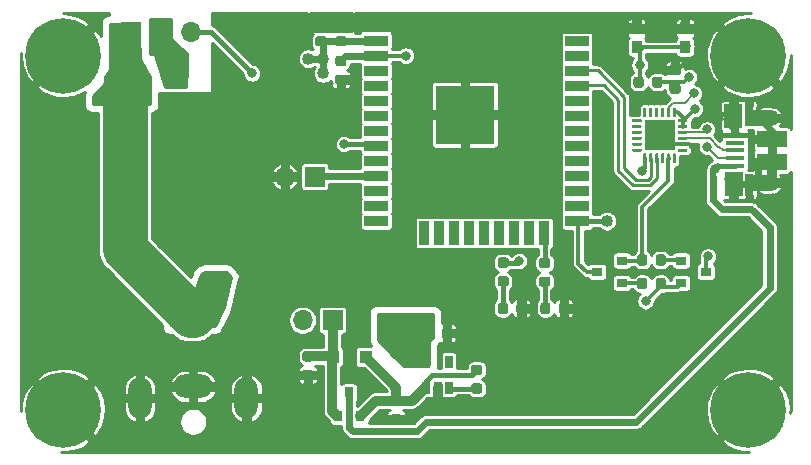
<source format=gbr>
%TF.GenerationSoftware,KiCad,Pcbnew,(5.1.6)-1*%
%TF.CreationDate,2020-06-23T15:14:11-07:00*%
%TF.ProjectId,LEDController,4c454443-6f6e-4747-926f-6c6c65722e6b,rev?*%
%TF.SameCoordinates,Original*%
%TF.FileFunction,Copper,L1,Top*%
%TF.FilePolarity,Positive*%
%FSLAX46Y46*%
G04 Gerber Fmt 4.6, Leading zero omitted, Abs format (unit mm)*
G04 Created by KiCad (PCBNEW (5.1.6)-1) date 2020-06-23 15:14:11*
%MOMM*%
%LPD*%
G01*
G04 APERTURE LIST*
%TA.AperFunction,ComponentPad*%
%ADD10O,1.700000X1.700000*%
%TD*%
%TA.AperFunction,ComponentPad*%
%ADD11R,1.700000X1.700000*%
%TD*%
%TA.AperFunction,SMDPad,CuDef*%
%ADD12R,0.650000X1.060000*%
%TD*%
%TA.AperFunction,SMDPad,CuDef*%
%ADD13R,1.100000X1.100000*%
%TD*%
%TA.AperFunction,ComponentPad*%
%ADD14C,6.400000*%
%TD*%
%TA.AperFunction,ComponentPad*%
%ADD15C,0.800000*%
%TD*%
%TA.AperFunction,SMDPad,CuDef*%
%ADD16R,2.000000X1.350000*%
%TD*%
%TA.AperFunction,SMDPad,CuDef*%
%ADD17R,0.700000X1.825000*%
%TD*%
%TA.AperFunction,SMDPad,CuDef*%
%ADD18R,1.500000X2.000000*%
%TD*%
%TA.AperFunction,SMDPad,CuDef*%
%ADD19R,1.650000X0.400000*%
%TD*%
%TA.AperFunction,ComponentPad*%
%ADD20O,1.500000X1.100000*%
%TD*%
%TA.AperFunction,ComponentPad*%
%ADD21O,1.700000X1.350000*%
%TD*%
%TA.AperFunction,SMDPad,CuDef*%
%ADD22R,2.500000X1.430000*%
%TD*%
%TA.AperFunction,ComponentPad*%
%ADD23R,4.000000X2.000000*%
%TD*%
%TA.AperFunction,ComponentPad*%
%ADD24O,3.300000X2.000000*%
%TD*%
%TA.AperFunction,ComponentPad*%
%ADD25O,2.000000X3.500000*%
%TD*%
%TA.AperFunction,SMDPad,CuDef*%
%ADD26R,0.800000X0.900000*%
%TD*%
%TA.AperFunction,SMDPad,CuDef*%
%ADD27R,0.899160X0.797560*%
%TD*%
%TA.AperFunction,SMDPad,CuDef*%
%ADD28R,0.900000X1.000000*%
%TD*%
%TA.AperFunction,SMDPad,CuDef*%
%ADD29R,5.000000X5.000000*%
%TD*%
%TA.AperFunction,SMDPad,CuDef*%
%ADD30R,2.000000X0.900000*%
%TD*%
%TA.AperFunction,SMDPad,CuDef*%
%ADD31R,0.900000X2.000000*%
%TD*%
%TA.AperFunction,SMDPad,CuDef*%
%ADD32R,2.600000X2.600000*%
%TD*%
%TA.AperFunction,ViaPad*%
%ADD33C,1.016000*%
%TD*%
%TA.AperFunction,ViaPad*%
%ADD34C,0.800000*%
%TD*%
%TA.AperFunction,Conductor*%
%ADD35C,0.812800*%
%TD*%
%TA.AperFunction,Conductor*%
%ADD36C,0.406400*%
%TD*%
%TA.AperFunction,Conductor*%
%ADD37C,0.609600*%
%TD*%
%TA.AperFunction,Conductor*%
%ADD38C,0.304800*%
%TD*%
%TA.AperFunction,Conductor*%
%ADD39C,3.810000*%
%TD*%
%TA.AperFunction,Conductor*%
%ADD40C,0.203200*%
%TD*%
%TA.AperFunction,Conductor*%
%ADD41C,0.508000*%
%TD*%
%TA.AperFunction,Conductor*%
%ADD42C,0.250000*%
%TD*%
%TA.AperFunction,Conductor*%
%ADD43C,0.254000*%
%TD*%
G04 APERTURE END LIST*
D10*
%TO.P,J7,2*%
%TO.N,VCC*%
X98260000Y-68400000D03*
D11*
%TO.P,J7,1*%
%TO.N,Net-(D1-Pad2)*%
X100800000Y-68400000D03*
%TD*%
D12*
%TO.P,U1,1*%
%TO.N,+5V*%
X108750000Y-74100000D03*
%TO.P,U1,2*%
%TO.N,GND*%
X109700000Y-74100000D03*
%TO.P,U1,3*%
%TO.N,Net-(R2-Pad2)*%
X110650000Y-74100000D03*
%TO.P,U1,4*%
%TO.N,Net-(U1-Pad4)*%
X110650000Y-71900000D03*
%TO.P,U1,5*%
%TO.N,+3V3*%
X108750000Y-71900000D03*
%TD*%
%TO.P,C1,2*%
%TO.N,GND*%
%TA.AperFunction,SMDPad,CuDef*%
G36*
G01*
X105943750Y-76350000D02*
X106456250Y-76350000D01*
G75*
G02*
X106675000Y-76568750I0J-218750D01*
G01*
X106675000Y-77006250D01*
G75*
G02*
X106456250Y-77225000I-218750J0D01*
G01*
X105943750Y-77225000D01*
G75*
G02*
X105725000Y-77006250I0J218750D01*
G01*
X105725000Y-76568750D01*
G75*
G02*
X105943750Y-76350000I218750J0D01*
G01*
G37*
%TD.AperFunction*%
%TO.P,C1,1*%
%TO.N,+5V*%
%TA.AperFunction,SMDPad,CuDef*%
G36*
G01*
X105943750Y-74775000D02*
X106456250Y-74775000D01*
G75*
G02*
X106675000Y-74993750I0J-218750D01*
G01*
X106675000Y-75431250D01*
G75*
G02*
X106456250Y-75650000I-218750J0D01*
G01*
X105943750Y-75650000D01*
G75*
G02*
X105725000Y-75431250I0J218750D01*
G01*
X105725000Y-74993750D01*
G75*
G02*
X105943750Y-74775000I218750J0D01*
G01*
G37*
%TD.AperFunction*%
%TD*%
%TO.P,C2,1*%
%TO.N,+3V3*%
%TA.AperFunction,SMDPad,CuDef*%
G36*
G01*
X108475000Y-69756250D02*
X108475000Y-69243750D01*
G75*
G02*
X108693750Y-69025000I218750J0D01*
G01*
X109131250Y-69025000D01*
G75*
G02*
X109350000Y-69243750I0J-218750D01*
G01*
X109350000Y-69756250D01*
G75*
G02*
X109131250Y-69975000I-218750J0D01*
G01*
X108693750Y-69975000D01*
G75*
G02*
X108475000Y-69756250I0J218750D01*
G01*
G37*
%TD.AperFunction*%
%TO.P,C2,2*%
%TO.N,GND*%
%TA.AperFunction,SMDPad,CuDef*%
G36*
G01*
X110050000Y-69756250D02*
X110050000Y-69243750D01*
G75*
G02*
X110268750Y-69025000I218750J0D01*
G01*
X110706250Y-69025000D01*
G75*
G02*
X110925000Y-69243750I0J-218750D01*
G01*
X110925000Y-69756250D01*
G75*
G02*
X110706250Y-69975000I-218750J0D01*
G01*
X110268750Y-69975000D01*
G75*
G02*
X110050000Y-69756250I0J218750D01*
G01*
G37*
%TD.AperFunction*%
%TD*%
%TO.P,C3,2*%
%TO.N,GND*%
%TA.AperFunction,SMDPad,CuDef*%
G36*
G01*
X101756250Y-43650000D02*
X101243750Y-43650000D01*
G75*
G02*
X101025000Y-43431250I0J218750D01*
G01*
X101025000Y-42993750D01*
G75*
G02*
X101243750Y-42775000I218750J0D01*
G01*
X101756250Y-42775000D01*
G75*
G02*
X101975000Y-42993750I0J-218750D01*
G01*
X101975000Y-43431250D01*
G75*
G02*
X101756250Y-43650000I-218750J0D01*
G01*
G37*
%TD.AperFunction*%
%TO.P,C3,1*%
%TO.N,+3V3*%
%TA.AperFunction,SMDPad,CuDef*%
G36*
G01*
X101756250Y-45225000D02*
X101243750Y-45225000D01*
G75*
G02*
X101025000Y-45006250I0J218750D01*
G01*
X101025000Y-44568750D01*
G75*
G02*
X101243750Y-44350000I218750J0D01*
G01*
X101756250Y-44350000D01*
G75*
G02*
X101975000Y-44568750I0J-218750D01*
G01*
X101975000Y-45006250D01*
G75*
G02*
X101756250Y-45225000I-218750J0D01*
G01*
G37*
%TD.AperFunction*%
%TD*%
%TO.P,C4,1*%
%TO.N,+3V3*%
%TA.AperFunction,SMDPad,CuDef*%
G36*
G01*
X100056250Y-45225000D02*
X99543750Y-45225000D01*
G75*
G02*
X99325000Y-45006250I0J218750D01*
G01*
X99325000Y-44568750D01*
G75*
G02*
X99543750Y-44350000I218750J0D01*
G01*
X100056250Y-44350000D01*
G75*
G02*
X100275000Y-44568750I0J-218750D01*
G01*
X100275000Y-45006250D01*
G75*
G02*
X100056250Y-45225000I-218750J0D01*
G01*
G37*
%TD.AperFunction*%
%TO.P,C4,2*%
%TO.N,GND*%
%TA.AperFunction,SMDPad,CuDef*%
G36*
G01*
X100056250Y-43650000D02*
X99543750Y-43650000D01*
G75*
G02*
X99325000Y-43431250I0J218750D01*
G01*
X99325000Y-42993750D01*
G75*
G02*
X99543750Y-42775000I218750J0D01*
G01*
X100056250Y-42775000D01*
G75*
G02*
X100275000Y-42993750I0J-218750D01*
G01*
X100275000Y-43431250D01*
G75*
G02*
X100056250Y-43650000I-218750J0D01*
G01*
G37*
%TD.AperFunction*%
%TD*%
%TO.P,C5,1*%
%TO.N,+3V3*%
%TA.AperFunction,SMDPad,CuDef*%
G36*
G01*
X130056250Y-49225000D02*
X129543750Y-49225000D01*
G75*
G02*
X129325000Y-49006250I0J218750D01*
G01*
X129325000Y-48568750D01*
G75*
G02*
X129543750Y-48350000I218750J0D01*
G01*
X130056250Y-48350000D01*
G75*
G02*
X130275000Y-48568750I0J-218750D01*
G01*
X130275000Y-49006250D01*
G75*
G02*
X130056250Y-49225000I-218750J0D01*
G01*
G37*
%TD.AperFunction*%
%TO.P,C5,2*%
%TO.N,GND*%
%TA.AperFunction,SMDPad,CuDef*%
G36*
G01*
X130056250Y-47650000D02*
X129543750Y-47650000D01*
G75*
G02*
X129325000Y-47431250I0J218750D01*
G01*
X129325000Y-46993750D01*
G75*
G02*
X129543750Y-46775000I218750J0D01*
G01*
X130056250Y-46775000D01*
G75*
G02*
X130275000Y-46993750I0J-218750D01*
G01*
X130275000Y-47431250D01*
G75*
G02*
X130056250Y-47650000I-218750J0D01*
G01*
G37*
%TD.AperFunction*%
%TD*%
%TO.P,C6,2*%
%TO.N,GND*%
%TA.AperFunction,SMDPad,CuDef*%
G36*
G01*
X101243750Y-47600000D02*
X101756250Y-47600000D01*
G75*
G02*
X101975000Y-47818750I0J-218750D01*
G01*
X101975000Y-48256250D01*
G75*
G02*
X101756250Y-48475000I-218750J0D01*
G01*
X101243750Y-48475000D01*
G75*
G02*
X101025000Y-48256250I0J218750D01*
G01*
X101025000Y-47818750D01*
G75*
G02*
X101243750Y-47600000I218750J0D01*
G01*
G37*
%TD.AperFunction*%
%TO.P,C6,1*%
%TO.N,RESET*%
%TA.AperFunction,SMDPad,CuDef*%
G36*
G01*
X101243750Y-46025000D02*
X101756250Y-46025000D01*
G75*
G02*
X101975000Y-46243750I0J-218750D01*
G01*
X101975000Y-46681250D01*
G75*
G02*
X101756250Y-46900000I-218750J0D01*
G01*
X101243750Y-46900000D01*
G75*
G02*
X101025000Y-46681250I0J218750D01*
G01*
X101025000Y-46243750D01*
G75*
G02*
X101243750Y-46025000I218750J0D01*
G01*
G37*
%TD.AperFunction*%
%TD*%
D13*
%TO.P,D1,1*%
%TO.N,+5V*%
X103600000Y-71500000D03*
%TO.P,D1,2*%
%TO.N,Net-(D1-Pad2)*%
X100800000Y-71500000D03*
%TD*%
%TO.P,D2,1*%
%TO.N,Net-(D2-Pad1)*%
%TA.AperFunction,SMDPad,CuDef*%
G36*
G01*
X115506250Y-65537500D02*
X114993750Y-65537500D01*
G75*
G02*
X114775000Y-65318750I0J218750D01*
G01*
X114775000Y-64881250D01*
G75*
G02*
X114993750Y-64662500I218750J0D01*
G01*
X115506250Y-64662500D01*
G75*
G02*
X115725000Y-64881250I0J-218750D01*
G01*
X115725000Y-65318750D01*
G75*
G02*
X115506250Y-65537500I-218750J0D01*
G01*
G37*
%TD.AperFunction*%
%TO.P,D2,2*%
%TO.N,+3V3*%
%TA.AperFunction,SMDPad,CuDef*%
G36*
G01*
X115506250Y-63962500D02*
X114993750Y-63962500D01*
G75*
G02*
X114775000Y-63743750I0J218750D01*
G01*
X114775000Y-63306250D01*
G75*
G02*
X114993750Y-63087500I218750J0D01*
G01*
X115506250Y-63087500D01*
G75*
G02*
X115725000Y-63306250I0J-218750D01*
G01*
X115725000Y-63743750D01*
G75*
G02*
X115506250Y-63962500I-218750J0D01*
G01*
G37*
%TD.AperFunction*%
%TD*%
%TO.P,D3,2*%
%TO.N,STAT*%
%TA.AperFunction,SMDPad,CuDef*%
G36*
G01*
X119006250Y-64000000D02*
X118493750Y-64000000D01*
G75*
G02*
X118275000Y-63781250I0J218750D01*
G01*
X118275000Y-63343750D01*
G75*
G02*
X118493750Y-63125000I218750J0D01*
G01*
X119006250Y-63125000D01*
G75*
G02*
X119225000Y-63343750I0J-218750D01*
G01*
X119225000Y-63781250D01*
G75*
G02*
X119006250Y-64000000I-218750J0D01*
G01*
G37*
%TD.AperFunction*%
%TO.P,D3,1*%
%TO.N,Net-(D3-Pad1)*%
%TA.AperFunction,SMDPad,CuDef*%
G36*
G01*
X119006250Y-65575000D02*
X118493750Y-65575000D01*
G75*
G02*
X118275000Y-65356250I0J218750D01*
G01*
X118275000Y-64918750D01*
G75*
G02*
X118493750Y-64700000I218750J0D01*
G01*
X119006250Y-64700000D01*
G75*
G02*
X119225000Y-64918750I0J-218750D01*
G01*
X119225000Y-65356250D01*
G75*
G02*
X119006250Y-65575000I-218750J0D01*
G01*
G37*
%TD.AperFunction*%
%TD*%
D14*
%TO.P,H1,1*%
%TO.N,GND*%
X78000000Y-46000000D03*
D15*
X78000000Y-43600000D03*
X79697056Y-44302944D03*
X80400000Y-46000000D03*
X79697056Y-47697056D03*
X78000000Y-48400000D03*
X76302944Y-47697056D03*
X75600000Y-46000000D03*
X76302944Y-44302944D03*
%TD*%
%TO.P,H2,1*%
%TO.N,GND*%
X76302944Y-74302944D03*
X75600000Y-76000000D03*
X76302944Y-77697056D03*
X78000000Y-78400000D03*
X79697056Y-77697056D03*
X80400000Y-76000000D03*
X79697056Y-74302944D03*
X78000000Y-73600000D03*
D14*
X78000000Y-76000000D03*
%TD*%
%TO.P,H3,1*%
%TO.N,GND*%
X136000000Y-46000000D03*
D15*
X136000000Y-43600000D03*
X137697056Y-44302944D03*
X138400000Y-46000000D03*
X137697056Y-47697056D03*
X136000000Y-48400000D03*
X134302944Y-47697056D03*
X133600000Y-46000000D03*
X134302944Y-44302944D03*
%TD*%
%TO.P,H4,1*%
%TO.N,GND*%
X134302944Y-74302944D03*
X133600000Y-76000000D03*
X134302944Y-77697056D03*
X136000000Y-78400000D03*
X137697056Y-77697056D03*
X138400000Y-76000000D03*
X137697056Y-74302944D03*
X136000000Y-73600000D03*
D14*
X136000000Y-76000000D03*
%TD*%
D16*
%TO.P,J1,6*%
%TO.N,GND*%
X136800000Y-51275000D03*
X136800000Y-56755000D03*
D17*
X136050000Y-56975000D03*
X136050000Y-51025000D03*
D18*
X134750000Y-56875000D03*
X134730000Y-51125000D03*
D19*
%TO.P,J1,1*%
%TO.N,VBUS*%
X134850000Y-55325000D03*
%TO.P,J1,2*%
%TO.N,D-*%
X134850000Y-54675000D03*
%TO.P,J1,3*%
%TO.N,D+*%
X134850000Y-54025000D03*
%TO.P,J1,4*%
%TO.N,Net-(J1-Pad4)*%
X134850000Y-53375000D03*
%TO.P,J1,5*%
%TO.N,GND*%
X134850000Y-52725000D03*
D20*
%TO.P,J1,6*%
X134730000Y-56445000D03*
X134730000Y-51605000D03*
D21*
X137730000Y-56755000D03*
X137730000Y-51295000D03*
D22*
X138000000Y-54985000D03*
X138000000Y-53065000D03*
%TD*%
D23*
%TO.P,J2,1*%
%TO.N,VCC*%
X89000000Y-68000000D03*
D24*
%TO.P,J2,2*%
%TO.N,GND*%
X89000000Y-74000000D03*
D25*
%TO.P,J2,MP*%
X84500000Y-75000000D03*
X93500000Y-75000000D03*
%TD*%
D11*
%TO.P,J3,1*%
%TO.N,VCC*%
X83710000Y-44000000D03*
D10*
%TO.P,J3,2*%
%TO.N,GND*%
X86250000Y-44000000D03*
%TO.P,J3,3*%
%TO.N,LED_PIN*%
X88790000Y-44000000D03*
%TD*%
%TO.P,J6,2*%
%TO.N,GND*%
X96750000Y-56250000D03*
D11*
%TO.P,J6,1*%
%TO.N,GPIO*%
X99290000Y-56250000D03*
%TD*%
D26*
%TO.P,Q1,1*%
%TO.N,Net-(D1-Pad2)*%
X101250000Y-76500000D03*
%TO.P,Q1,2*%
%TO.N,+5V*%
X103150000Y-76500000D03*
%TO.P,Q1,3*%
%TO.N,VBUS*%
X102200000Y-74500000D03*
%TD*%
D27*
%TO.P,Q2,3*%
%TO.N,BOOT*%
X123200180Y-64300000D03*
%TO.P,Q2,2*%
%TO.N,DTR*%
X125298220Y-63350040D03*
%TO.P,Q2,1*%
%TO.N,Net-(Q2-Pad1)*%
X125298220Y-65249960D03*
%TD*%
%TO.P,Q3,1*%
%TO.N,Net-(Q3-Pad1)*%
X130301780Y-63350040D03*
%TO.P,Q3,2*%
%TO.N,RTS*%
X130301780Y-65249960D03*
%TO.P,Q3,3*%
%TO.N,RESET*%
X132399820Y-64300000D03*
%TD*%
%TO.P,R1,2*%
%TO.N,GND*%
%TA.AperFunction,SMDPad,CuDef*%
G36*
G01*
X98443750Y-72600000D02*
X98956250Y-72600000D01*
G75*
G02*
X99175000Y-72818750I0J-218750D01*
G01*
X99175000Y-73256250D01*
G75*
G02*
X98956250Y-73475000I-218750J0D01*
G01*
X98443750Y-73475000D01*
G75*
G02*
X98225000Y-73256250I0J218750D01*
G01*
X98225000Y-72818750D01*
G75*
G02*
X98443750Y-72600000I218750J0D01*
G01*
G37*
%TD.AperFunction*%
%TO.P,R1,1*%
%TO.N,Net-(D1-Pad2)*%
%TA.AperFunction,SMDPad,CuDef*%
G36*
G01*
X98443750Y-71025000D02*
X98956250Y-71025000D01*
G75*
G02*
X99175000Y-71243750I0J-218750D01*
G01*
X99175000Y-71681250D01*
G75*
G02*
X98956250Y-71900000I-218750J0D01*
G01*
X98443750Y-71900000D01*
G75*
G02*
X98225000Y-71681250I0J218750D01*
G01*
X98225000Y-71243750D01*
G75*
G02*
X98443750Y-71025000I218750J0D01*
G01*
G37*
%TD.AperFunction*%
%TD*%
%TO.P,R2,1*%
%TO.N,+5V*%
%TA.AperFunction,SMDPad,CuDef*%
G36*
G01*
X112743750Y-72175000D02*
X113256250Y-72175000D01*
G75*
G02*
X113475000Y-72393750I0J-218750D01*
G01*
X113475000Y-72831250D01*
G75*
G02*
X113256250Y-73050000I-218750J0D01*
G01*
X112743750Y-73050000D01*
G75*
G02*
X112525000Y-72831250I0J218750D01*
G01*
X112525000Y-72393750D01*
G75*
G02*
X112743750Y-72175000I218750J0D01*
G01*
G37*
%TD.AperFunction*%
%TO.P,R2,2*%
%TO.N,Net-(R2-Pad2)*%
%TA.AperFunction,SMDPad,CuDef*%
G36*
G01*
X112743750Y-73750000D02*
X113256250Y-73750000D01*
G75*
G02*
X113475000Y-73968750I0J-218750D01*
G01*
X113475000Y-74406250D01*
G75*
G02*
X113256250Y-74625000I-218750J0D01*
G01*
X112743750Y-74625000D01*
G75*
G02*
X112525000Y-74406250I0J218750D01*
G01*
X112525000Y-73968750D01*
G75*
G02*
X112743750Y-73750000I218750J0D01*
G01*
G37*
%TD.AperFunction*%
%TD*%
%TO.P,R3,2*%
%TO.N,GND*%
%TA.AperFunction,SMDPad,CuDef*%
G36*
G01*
X116350000Y-67656250D02*
X116350000Y-67143750D01*
G75*
G02*
X116568750Y-66925000I218750J0D01*
G01*
X117006250Y-66925000D01*
G75*
G02*
X117225000Y-67143750I0J-218750D01*
G01*
X117225000Y-67656250D01*
G75*
G02*
X117006250Y-67875000I-218750J0D01*
G01*
X116568750Y-67875000D01*
G75*
G02*
X116350000Y-67656250I0J218750D01*
G01*
G37*
%TD.AperFunction*%
%TO.P,R3,1*%
%TO.N,Net-(D2-Pad1)*%
%TA.AperFunction,SMDPad,CuDef*%
G36*
G01*
X114775000Y-67656250D02*
X114775000Y-67143750D01*
G75*
G02*
X114993750Y-66925000I218750J0D01*
G01*
X115431250Y-66925000D01*
G75*
G02*
X115650000Y-67143750I0J-218750D01*
G01*
X115650000Y-67656250D01*
G75*
G02*
X115431250Y-67875000I-218750J0D01*
G01*
X114993750Y-67875000D01*
G75*
G02*
X114775000Y-67656250I0J218750D01*
G01*
G37*
%TD.AperFunction*%
%TD*%
%TO.P,R4,1*%
%TO.N,Net-(D3-Pad1)*%
%TA.AperFunction,SMDPad,CuDef*%
G36*
G01*
X118375000Y-67656250D02*
X118375000Y-67143750D01*
G75*
G02*
X118593750Y-66925000I218750J0D01*
G01*
X119031250Y-66925000D01*
G75*
G02*
X119250000Y-67143750I0J-218750D01*
G01*
X119250000Y-67656250D01*
G75*
G02*
X119031250Y-67875000I-218750J0D01*
G01*
X118593750Y-67875000D01*
G75*
G02*
X118375000Y-67656250I0J218750D01*
G01*
G37*
%TD.AperFunction*%
%TO.P,R4,2*%
%TO.N,GND*%
%TA.AperFunction,SMDPad,CuDef*%
G36*
G01*
X119950000Y-67656250D02*
X119950000Y-67143750D01*
G75*
G02*
X120168750Y-66925000I218750J0D01*
G01*
X120606250Y-66925000D01*
G75*
G02*
X120825000Y-67143750I0J-218750D01*
G01*
X120825000Y-67656250D01*
G75*
G02*
X120606250Y-67875000I-218750J0D01*
G01*
X120168750Y-67875000D01*
G75*
G02*
X119950000Y-67656250I0J218750D01*
G01*
G37*
%TD.AperFunction*%
%TD*%
%TO.P,R6,2*%
%TO.N,RESET*%
%TA.AperFunction,SMDPad,CuDef*%
G36*
G01*
X127150000Y-47993750D02*
X127150000Y-48506250D01*
G75*
G02*
X126931250Y-48725000I-218750J0D01*
G01*
X126493750Y-48725000D01*
G75*
G02*
X126275000Y-48506250I0J218750D01*
G01*
X126275000Y-47993750D01*
G75*
G02*
X126493750Y-47775000I218750J0D01*
G01*
X126931250Y-47775000D01*
G75*
G02*
X127150000Y-47993750I0J-218750D01*
G01*
G37*
%TD.AperFunction*%
%TO.P,R6,1*%
%TO.N,+3V3*%
%TA.AperFunction,SMDPad,CuDef*%
G36*
G01*
X128725000Y-47993750D02*
X128725000Y-48506250D01*
G75*
G02*
X128506250Y-48725000I-218750J0D01*
G01*
X128068750Y-48725000D01*
G75*
G02*
X127850000Y-48506250I0J218750D01*
G01*
X127850000Y-47993750D01*
G75*
G02*
X128068750Y-47775000I218750J0D01*
G01*
X128506250Y-47775000D01*
G75*
G02*
X128725000Y-47993750I0J-218750D01*
G01*
G37*
%TD.AperFunction*%
%TD*%
%TO.P,R7,1*%
%TO.N,Net-(Q2-Pad1)*%
%TA.AperFunction,SMDPad,CuDef*%
G36*
G01*
X126575000Y-65556250D02*
X126575000Y-65043750D01*
G75*
G02*
X126793750Y-64825000I218750J0D01*
G01*
X127231250Y-64825000D01*
G75*
G02*
X127450000Y-65043750I0J-218750D01*
G01*
X127450000Y-65556250D01*
G75*
G02*
X127231250Y-65775000I-218750J0D01*
G01*
X126793750Y-65775000D01*
G75*
G02*
X126575000Y-65556250I0J218750D01*
G01*
G37*
%TD.AperFunction*%
%TO.P,R7,2*%
%TO.N,RTS*%
%TA.AperFunction,SMDPad,CuDef*%
G36*
G01*
X128150000Y-65556250D02*
X128150000Y-65043750D01*
G75*
G02*
X128368750Y-64825000I218750J0D01*
G01*
X128806250Y-64825000D01*
G75*
G02*
X129025000Y-65043750I0J-218750D01*
G01*
X129025000Y-65556250D01*
G75*
G02*
X128806250Y-65775000I-218750J0D01*
G01*
X128368750Y-65775000D01*
G75*
G02*
X128150000Y-65556250I0J218750D01*
G01*
G37*
%TD.AperFunction*%
%TD*%
%TO.P,R8,2*%
%TO.N,DTR*%
%TA.AperFunction,SMDPad,CuDef*%
G36*
G01*
X127450000Y-63043750D02*
X127450000Y-63556250D01*
G75*
G02*
X127231250Y-63775000I-218750J0D01*
G01*
X126793750Y-63775000D01*
G75*
G02*
X126575000Y-63556250I0J218750D01*
G01*
X126575000Y-63043750D01*
G75*
G02*
X126793750Y-62825000I218750J0D01*
G01*
X127231250Y-62825000D01*
G75*
G02*
X127450000Y-63043750I0J-218750D01*
G01*
G37*
%TD.AperFunction*%
%TO.P,R8,1*%
%TO.N,Net-(Q3-Pad1)*%
%TA.AperFunction,SMDPad,CuDef*%
G36*
G01*
X129025000Y-63043750D02*
X129025000Y-63556250D01*
G75*
G02*
X128806250Y-63775000I-218750J0D01*
G01*
X128368750Y-63775000D01*
G75*
G02*
X128150000Y-63556250I0J218750D01*
G01*
X128150000Y-63043750D01*
G75*
G02*
X128368750Y-62825000I218750J0D01*
G01*
X128806250Y-62825000D01*
G75*
G02*
X129025000Y-63043750I0J-218750D01*
G01*
G37*
%TD.AperFunction*%
%TD*%
D28*
%TO.P,SW1,1*%
%TO.N,RESET*%
X130650000Y-45300000D03*
%TO.P,SW1,2*%
%TO.N,GND*%
X130650000Y-43700000D03*
%TO.P,SW1,1*%
%TO.N,RESET*%
X126550000Y-45300000D03*
%TO.P,SW1,2*%
%TO.N,GND*%
X126550000Y-43700000D03*
%TD*%
D29*
%TO.P,U2,39*%
%TO.N,GND*%
X112000000Y-51000000D03*
D30*
%TO.P,U2,1*%
X104500000Y-43500000D03*
%TO.P,U2,2*%
%TO.N,+3V3*%
X104500000Y-44770000D03*
%TO.P,U2,3*%
%TO.N,RESET*%
X104500000Y-46040000D03*
%TO.P,U2,4*%
%TO.N,Net-(U2-Pad4)*%
X104500000Y-47310000D03*
%TO.P,U2,5*%
%TO.N,Net-(U2-Pad5)*%
X104500000Y-48580000D03*
%TO.P,U2,6*%
%TO.N,Net-(U2-Pad6)*%
X104500000Y-49850000D03*
%TO.P,U2,7*%
%TO.N,Net-(U2-Pad7)*%
X104500000Y-51120000D03*
%TO.P,U2,8*%
%TO.N,DIAL_PIN*%
X104500000Y-52390000D03*
%TO.P,U2,9*%
%TO.N,LED_PIN*%
X104500000Y-53660000D03*
%TO.P,U2,10*%
%TO.N,BUTTON*%
X104500000Y-54930000D03*
%TO.P,U2,11*%
%TO.N,GPIO*%
X104500000Y-56200000D03*
%TO.P,U2,12*%
%TO.N,Net-(U2-Pad12)*%
X104500000Y-57470000D03*
%TO.P,U2,13*%
%TO.N,Net-(U2-Pad13)*%
X104500000Y-58740000D03*
%TO.P,U2,14*%
%TO.N,Net-(U2-Pad14)*%
X104500000Y-60010000D03*
D31*
%TO.P,U2,15*%
%TO.N,GND*%
X107285000Y-61010000D03*
%TO.P,U2,16*%
%TO.N,Net-(U2-Pad16)*%
X108555000Y-61010000D03*
%TO.P,U2,17*%
%TO.N,Net-(U2-Pad17)*%
X109825000Y-61010000D03*
%TO.P,U2,18*%
%TO.N,Net-(U2-Pad18)*%
X111095000Y-61010000D03*
%TO.P,U2,19*%
%TO.N,Net-(U2-Pad19)*%
X112365000Y-61010000D03*
%TO.P,U2,20*%
%TO.N,Net-(U2-Pad20)*%
X113635000Y-61010000D03*
%TO.P,U2,21*%
%TO.N,Net-(U2-Pad21)*%
X114905000Y-61010000D03*
%TO.P,U2,22*%
%TO.N,Net-(U2-Pad22)*%
X116175000Y-61010000D03*
%TO.P,U2,23*%
%TO.N,Net-(U2-Pad23)*%
X117445000Y-61010000D03*
%TO.P,U2,24*%
%TO.N,STAT*%
X118715000Y-61010000D03*
D30*
%TO.P,U2,25*%
%TO.N,BOOT*%
X121500000Y-60010000D03*
%TO.P,U2,26*%
%TO.N,Net-(U2-Pad26)*%
X121500000Y-58740000D03*
%TO.P,U2,27*%
%TO.N,Net-(U2-Pad27)*%
X121500000Y-57470000D03*
%TO.P,U2,28*%
%TO.N,Net-(U2-Pad28)*%
X121500000Y-56200000D03*
%TO.P,U2,29*%
%TO.N,Net-(U2-Pad29)*%
X121500000Y-54930000D03*
%TO.P,U2,30*%
%TO.N,Net-(U2-Pad30)*%
X121500000Y-53660000D03*
%TO.P,U2,31*%
%TO.N,Net-(U2-Pad31)*%
X121500000Y-52390000D03*
%TO.P,U2,32*%
%TO.N,Net-(U2-Pad32)*%
X121500000Y-51120000D03*
%TO.P,U2,33*%
%TO.N,Net-(U2-Pad33)*%
X121500000Y-49850000D03*
%TO.P,U2,34*%
%TO.N,RXD0*%
X121500000Y-48580000D03*
%TO.P,U2,35*%
%TO.N,TXD0*%
X121500000Y-47310000D03*
%TO.P,U2,36*%
%TO.N,Net-(U2-Pad36)*%
X121500000Y-46040000D03*
%TO.P,U2,37*%
%TO.N,Net-(U2-Pad37)*%
X121500000Y-44770000D03*
%TO.P,U2,38*%
%TO.N,GND*%
X121500000Y-43500000D03*
%TD*%
%TO.P,U3,1*%
%TO.N,Net-(U3-Pad1)*%
%TA.AperFunction,SMDPad,CuDef*%
G36*
G01*
X130850000Y-53937500D02*
X130850000Y-54062500D01*
G75*
G02*
X130787500Y-54125000I-62500J0D01*
G01*
X130087500Y-54125000D01*
G75*
G02*
X130025000Y-54062500I0J62500D01*
G01*
X130025000Y-53937500D01*
G75*
G02*
X130087500Y-53875000I62500J0D01*
G01*
X130787500Y-53875000D01*
G75*
G02*
X130850000Y-53937500I0J-62500D01*
G01*
G37*
%TD.AperFunction*%
%TO.P,U3,2*%
%TO.N,GND*%
%TA.AperFunction,SMDPad,CuDef*%
G36*
G01*
X130850000Y-53437500D02*
X130850000Y-53562500D01*
G75*
G02*
X130787500Y-53625000I-62500J0D01*
G01*
X130087500Y-53625000D01*
G75*
G02*
X130025000Y-53562500I0J62500D01*
G01*
X130025000Y-53437500D01*
G75*
G02*
X130087500Y-53375000I62500J0D01*
G01*
X130787500Y-53375000D01*
G75*
G02*
X130850000Y-53437500I0J-62500D01*
G01*
G37*
%TD.AperFunction*%
%TO.P,U3,3*%
%TO.N,D+*%
%TA.AperFunction,SMDPad,CuDef*%
G36*
G01*
X130850000Y-52937500D02*
X130850000Y-53062500D01*
G75*
G02*
X130787500Y-53125000I-62500J0D01*
G01*
X130087500Y-53125000D01*
G75*
G02*
X130025000Y-53062500I0J62500D01*
G01*
X130025000Y-52937500D01*
G75*
G02*
X130087500Y-52875000I62500J0D01*
G01*
X130787500Y-52875000D01*
G75*
G02*
X130850000Y-52937500I0J-62500D01*
G01*
G37*
%TD.AperFunction*%
%TO.P,U3,4*%
%TO.N,D-*%
%TA.AperFunction,SMDPad,CuDef*%
G36*
G01*
X130850000Y-52437500D02*
X130850000Y-52562500D01*
G75*
G02*
X130787500Y-52625000I-62500J0D01*
G01*
X130087500Y-52625000D01*
G75*
G02*
X130025000Y-52562500I0J62500D01*
G01*
X130025000Y-52437500D01*
G75*
G02*
X130087500Y-52375000I62500J0D01*
G01*
X130787500Y-52375000D01*
G75*
G02*
X130850000Y-52437500I0J-62500D01*
G01*
G37*
%TD.AperFunction*%
%TO.P,U3,5*%
%TO.N,+3V3*%
%TA.AperFunction,SMDPad,CuDef*%
G36*
G01*
X130850000Y-51937500D02*
X130850000Y-52062500D01*
G75*
G02*
X130787500Y-52125000I-62500J0D01*
G01*
X130087500Y-52125000D01*
G75*
G02*
X130025000Y-52062500I0J62500D01*
G01*
X130025000Y-51937500D01*
G75*
G02*
X130087500Y-51875000I62500J0D01*
G01*
X130787500Y-51875000D01*
G75*
G02*
X130850000Y-51937500I0J-62500D01*
G01*
G37*
%TD.AperFunction*%
%TO.P,U3,6*%
%TA.AperFunction,SMDPad,CuDef*%
G36*
G01*
X130850000Y-51437500D02*
X130850000Y-51562500D01*
G75*
G02*
X130787500Y-51625000I-62500J0D01*
G01*
X130087500Y-51625000D01*
G75*
G02*
X130025000Y-51562500I0J62500D01*
G01*
X130025000Y-51437500D01*
G75*
G02*
X130087500Y-51375000I62500J0D01*
G01*
X130787500Y-51375000D01*
G75*
G02*
X130850000Y-51437500I0J-62500D01*
G01*
G37*
%TD.AperFunction*%
%TO.P,U3,7*%
%TA.AperFunction,SMDPad,CuDef*%
G36*
G01*
X129875000Y-50462500D02*
X129875000Y-51162500D01*
G75*
G02*
X129812500Y-51225000I-62500J0D01*
G01*
X129687500Y-51225000D01*
G75*
G02*
X129625000Y-51162500I0J62500D01*
G01*
X129625000Y-50462500D01*
G75*
G02*
X129687500Y-50400000I62500J0D01*
G01*
X129812500Y-50400000D01*
G75*
G02*
X129875000Y-50462500I0J-62500D01*
G01*
G37*
%TD.AperFunction*%
%TO.P,U3,8*%
%TO.N,VBUS*%
%TA.AperFunction,SMDPad,CuDef*%
G36*
G01*
X129375000Y-50462500D02*
X129375000Y-51162500D01*
G75*
G02*
X129312500Y-51225000I-62500J0D01*
G01*
X129187500Y-51225000D01*
G75*
G02*
X129125000Y-51162500I0J62500D01*
G01*
X129125000Y-50462500D01*
G75*
G02*
X129187500Y-50400000I62500J0D01*
G01*
X129312500Y-50400000D01*
G75*
G02*
X129375000Y-50462500I0J-62500D01*
G01*
G37*
%TD.AperFunction*%
%TO.P,U3,9*%
%TO.N,Net-(U3-Pad9)*%
%TA.AperFunction,SMDPad,CuDef*%
G36*
G01*
X128875000Y-50462500D02*
X128875000Y-51162500D01*
G75*
G02*
X128812500Y-51225000I-62500J0D01*
G01*
X128687500Y-51225000D01*
G75*
G02*
X128625000Y-51162500I0J62500D01*
G01*
X128625000Y-50462500D01*
G75*
G02*
X128687500Y-50400000I62500J0D01*
G01*
X128812500Y-50400000D01*
G75*
G02*
X128875000Y-50462500I0J-62500D01*
G01*
G37*
%TD.AperFunction*%
%TO.P,U3,10*%
%TO.N,Net-(U3-Pad10)*%
%TA.AperFunction,SMDPad,CuDef*%
G36*
G01*
X128375000Y-50462500D02*
X128375000Y-51162500D01*
G75*
G02*
X128312500Y-51225000I-62500J0D01*
G01*
X128187500Y-51225000D01*
G75*
G02*
X128125000Y-51162500I0J62500D01*
G01*
X128125000Y-50462500D01*
G75*
G02*
X128187500Y-50400000I62500J0D01*
G01*
X128312500Y-50400000D01*
G75*
G02*
X128375000Y-50462500I0J-62500D01*
G01*
G37*
%TD.AperFunction*%
%TO.P,U3,11*%
%TO.N,Net-(U3-Pad11)*%
%TA.AperFunction,SMDPad,CuDef*%
G36*
G01*
X127875000Y-50462500D02*
X127875000Y-51162500D01*
G75*
G02*
X127812500Y-51225000I-62500J0D01*
G01*
X127687500Y-51225000D01*
G75*
G02*
X127625000Y-51162500I0J62500D01*
G01*
X127625000Y-50462500D01*
G75*
G02*
X127687500Y-50400000I62500J0D01*
G01*
X127812500Y-50400000D01*
G75*
G02*
X127875000Y-50462500I0J-62500D01*
G01*
G37*
%TD.AperFunction*%
%TO.P,U3,12*%
%TO.N,Net-(U3-Pad12)*%
%TA.AperFunction,SMDPad,CuDef*%
G36*
G01*
X127375000Y-50462500D02*
X127375000Y-51162500D01*
G75*
G02*
X127312500Y-51225000I-62500J0D01*
G01*
X127187500Y-51225000D01*
G75*
G02*
X127125000Y-51162500I0J62500D01*
G01*
X127125000Y-50462500D01*
G75*
G02*
X127187500Y-50400000I62500J0D01*
G01*
X127312500Y-50400000D01*
G75*
G02*
X127375000Y-50462500I0J-62500D01*
G01*
G37*
%TD.AperFunction*%
%TO.P,U3,13*%
%TO.N,Net-(U3-Pad13)*%
%TA.AperFunction,SMDPad,CuDef*%
G36*
G01*
X126975000Y-51437500D02*
X126975000Y-51562500D01*
G75*
G02*
X126912500Y-51625000I-62500J0D01*
G01*
X126212500Y-51625000D01*
G75*
G02*
X126150000Y-51562500I0J62500D01*
G01*
X126150000Y-51437500D01*
G75*
G02*
X126212500Y-51375000I62500J0D01*
G01*
X126912500Y-51375000D01*
G75*
G02*
X126975000Y-51437500I0J-62500D01*
G01*
G37*
%TD.AperFunction*%
%TO.P,U3,14*%
%TO.N,Net-(U3-Pad14)*%
%TA.AperFunction,SMDPad,CuDef*%
G36*
G01*
X126975000Y-51937500D02*
X126975000Y-52062500D01*
G75*
G02*
X126912500Y-52125000I-62500J0D01*
G01*
X126212500Y-52125000D01*
G75*
G02*
X126150000Y-52062500I0J62500D01*
G01*
X126150000Y-51937500D01*
G75*
G02*
X126212500Y-51875000I62500J0D01*
G01*
X126912500Y-51875000D01*
G75*
G02*
X126975000Y-51937500I0J-62500D01*
G01*
G37*
%TD.AperFunction*%
%TO.P,U3,15*%
%TO.N,Net-(U3-Pad15)*%
%TA.AperFunction,SMDPad,CuDef*%
G36*
G01*
X126975000Y-52437500D02*
X126975000Y-52562500D01*
G75*
G02*
X126912500Y-52625000I-62500J0D01*
G01*
X126212500Y-52625000D01*
G75*
G02*
X126150000Y-52562500I0J62500D01*
G01*
X126150000Y-52437500D01*
G75*
G02*
X126212500Y-52375000I62500J0D01*
G01*
X126912500Y-52375000D01*
G75*
G02*
X126975000Y-52437500I0J-62500D01*
G01*
G37*
%TD.AperFunction*%
%TO.P,U3,16*%
%TO.N,Net-(U3-Pad16)*%
%TA.AperFunction,SMDPad,CuDef*%
G36*
G01*
X126975000Y-52937500D02*
X126975000Y-53062500D01*
G75*
G02*
X126912500Y-53125000I-62500J0D01*
G01*
X126212500Y-53125000D01*
G75*
G02*
X126150000Y-53062500I0J62500D01*
G01*
X126150000Y-52937500D01*
G75*
G02*
X126212500Y-52875000I62500J0D01*
G01*
X126912500Y-52875000D01*
G75*
G02*
X126975000Y-52937500I0J-62500D01*
G01*
G37*
%TD.AperFunction*%
%TO.P,U3,17*%
%TO.N,Net-(U3-Pad17)*%
%TA.AperFunction,SMDPad,CuDef*%
G36*
G01*
X126975000Y-53437500D02*
X126975000Y-53562500D01*
G75*
G02*
X126912500Y-53625000I-62500J0D01*
G01*
X126212500Y-53625000D01*
G75*
G02*
X126150000Y-53562500I0J62500D01*
G01*
X126150000Y-53437500D01*
G75*
G02*
X126212500Y-53375000I62500J0D01*
G01*
X126912500Y-53375000D01*
G75*
G02*
X126975000Y-53437500I0J-62500D01*
G01*
G37*
%TD.AperFunction*%
%TO.P,U3,18*%
%TO.N,Net-(U3-Pad18)*%
%TA.AperFunction,SMDPad,CuDef*%
G36*
G01*
X126975000Y-53937500D02*
X126975000Y-54062500D01*
G75*
G02*
X126912500Y-54125000I-62500J0D01*
G01*
X126212500Y-54125000D01*
G75*
G02*
X126150000Y-54062500I0J62500D01*
G01*
X126150000Y-53937500D01*
G75*
G02*
X126212500Y-53875000I62500J0D01*
G01*
X126912500Y-53875000D01*
G75*
G02*
X126975000Y-53937500I0J-62500D01*
G01*
G37*
%TD.AperFunction*%
%TO.P,U3,19*%
%TO.N,RTS*%
%TA.AperFunction,SMDPad,CuDef*%
G36*
G01*
X127375000Y-54337500D02*
X127375000Y-55037500D01*
G75*
G02*
X127312500Y-55100000I-62500J0D01*
G01*
X127187500Y-55100000D01*
G75*
G02*
X127125000Y-55037500I0J62500D01*
G01*
X127125000Y-54337500D01*
G75*
G02*
X127187500Y-54275000I62500J0D01*
G01*
X127312500Y-54275000D01*
G75*
G02*
X127375000Y-54337500I0J-62500D01*
G01*
G37*
%TD.AperFunction*%
%TO.P,U3,20*%
%TO.N,TXD0*%
%TA.AperFunction,SMDPad,CuDef*%
G36*
G01*
X127875000Y-54337500D02*
X127875000Y-55037500D01*
G75*
G02*
X127812500Y-55100000I-62500J0D01*
G01*
X127687500Y-55100000D01*
G75*
G02*
X127625000Y-55037500I0J62500D01*
G01*
X127625000Y-54337500D01*
G75*
G02*
X127687500Y-54275000I62500J0D01*
G01*
X127812500Y-54275000D01*
G75*
G02*
X127875000Y-54337500I0J-62500D01*
G01*
G37*
%TD.AperFunction*%
%TO.P,U3,21*%
%TO.N,RXD0*%
%TA.AperFunction,SMDPad,CuDef*%
G36*
G01*
X128375000Y-54337500D02*
X128375000Y-55037500D01*
G75*
G02*
X128312500Y-55100000I-62500J0D01*
G01*
X128187500Y-55100000D01*
G75*
G02*
X128125000Y-55037500I0J62500D01*
G01*
X128125000Y-54337500D01*
G75*
G02*
X128187500Y-54275000I62500J0D01*
G01*
X128312500Y-54275000D01*
G75*
G02*
X128375000Y-54337500I0J-62500D01*
G01*
G37*
%TD.AperFunction*%
%TO.P,U3,22*%
%TO.N,Net-(U3-Pad22)*%
%TA.AperFunction,SMDPad,CuDef*%
G36*
G01*
X128875000Y-54337500D02*
X128875000Y-55037500D01*
G75*
G02*
X128812500Y-55100000I-62500J0D01*
G01*
X128687500Y-55100000D01*
G75*
G02*
X128625000Y-55037500I0J62500D01*
G01*
X128625000Y-54337500D01*
G75*
G02*
X128687500Y-54275000I62500J0D01*
G01*
X128812500Y-54275000D01*
G75*
G02*
X128875000Y-54337500I0J-62500D01*
G01*
G37*
%TD.AperFunction*%
%TO.P,U3,23*%
%TO.N,DTR*%
%TA.AperFunction,SMDPad,CuDef*%
G36*
G01*
X129375000Y-54337500D02*
X129375000Y-55037500D01*
G75*
G02*
X129312500Y-55100000I-62500J0D01*
G01*
X129187500Y-55100000D01*
G75*
G02*
X129125000Y-55037500I0J62500D01*
G01*
X129125000Y-54337500D01*
G75*
G02*
X129187500Y-54275000I62500J0D01*
G01*
X129312500Y-54275000D01*
G75*
G02*
X129375000Y-54337500I0J-62500D01*
G01*
G37*
%TD.AperFunction*%
%TO.P,U3,24*%
%TO.N,Net-(U3-Pad24)*%
%TA.AperFunction,SMDPad,CuDef*%
G36*
G01*
X129875000Y-54337500D02*
X129875000Y-55037500D01*
G75*
G02*
X129812500Y-55100000I-62500J0D01*
G01*
X129687500Y-55100000D01*
G75*
G02*
X129625000Y-55037500I0J62500D01*
G01*
X129625000Y-54337500D01*
G75*
G02*
X129687500Y-54275000I62500J0D01*
G01*
X129812500Y-54275000D01*
G75*
G02*
X129875000Y-54337500I0J-62500D01*
G01*
G37*
%TD.AperFunction*%
D32*
%TO.P,U3,25*%
%TO.N,GND*%
X128500000Y-52750000D03*
%TD*%
D33*
%TO.N,GND*%
X86800000Y-46000000D03*
X88000000Y-47200000D03*
X86800000Y-47200000D03*
X87400000Y-48200000D03*
X88000000Y-46000000D03*
D34*
X89000000Y-70750000D03*
X89000000Y-72000000D03*
X89000000Y-79000000D03*
D33*
%TO.N,BOOT*%
X124000000Y-60000000D03*
%TO.N,+3V3*%
X98750000Y-46250000D03*
D34*
X116600000Y-63400000D03*
X131500000Y-50500000D03*
X104950000Y-69250000D03*
X105950000Y-69250000D03*
X106950000Y-69250000D03*
X106950000Y-70250000D03*
X105950000Y-70250000D03*
X106950000Y-71250000D03*
X104950000Y-68250000D03*
X105950000Y-68250000D03*
X106950000Y-68250000D03*
X107950000Y-68250000D03*
X108950000Y-68250000D03*
X131000000Y-47800000D03*
D33*
X100000000Y-46250000D03*
X100000000Y-47500000D03*
D34*
%TO.N,RESET*%
X132600000Y-63000000D03*
X126800000Y-46800000D03*
X107000000Y-46000000D03*
D33*
%TO.N,VCC*%
X90200000Y-65000000D03*
X91400000Y-65000000D03*
D34*
%TO.N,VBUS*%
X131400000Y-49200000D03*
X133200000Y-55600000D03*
%TO.N,D-*%
X132500000Y-52250000D03*
X132500000Y-53750000D03*
%TO.N,LED_PIN*%
X94000000Y-47500000D03*
X101750000Y-53500000D03*
%TO.N,RTS*%
X127300000Y-66799998D03*
X127000000Y-55750000D03*
%TD*%
D35*
%TO.N,GND*%
X109700000Y-74100000D02*
X109700000Y-75900000D01*
D36*
X133618600Y-52725000D02*
X133500000Y-52606400D01*
X134850000Y-52725000D02*
X133618600Y-52725000D01*
X133500000Y-52606400D02*
X133500000Y-51500000D01*
X133500000Y-51500000D02*
X133250000Y-51250000D01*
X133250000Y-51250000D02*
X133250000Y-51000000D01*
D37*
X121500000Y-43500000D02*
X126300000Y-43500000D01*
X126300000Y-43500000D02*
X126600000Y-43800000D01*
X126600000Y-43800000D02*
X131800000Y-43800000D01*
D38*
X130936772Y-53500000D02*
X131600000Y-54163228D01*
X130437500Y-53500000D02*
X130936772Y-53500000D01*
X131600000Y-54163228D02*
X131600000Y-54600000D01*
X130437500Y-53500000D02*
X129500000Y-53500000D01*
X129500000Y-53500000D02*
X129000000Y-53000000D01*
X129800000Y-47212500D02*
X129987500Y-47212500D01*
X129987500Y-47212500D02*
X130600000Y-46600000D01*
D37*
X134750000Y-56875000D02*
X136125000Y-56875000D01*
X136125000Y-56875000D02*
X136200000Y-56800000D01*
X136800000Y-56755000D02*
X136800000Y-55400000D01*
X136800000Y-55400000D02*
X137000000Y-55200000D01*
X138000000Y-53065000D02*
X138000000Y-52400000D01*
X138000000Y-52400000D02*
X136800000Y-51200000D01*
D35*
X121500000Y-43500000D02*
X121500000Y-43100000D01*
X121500000Y-43100000D02*
X121400000Y-43200000D01*
X121400000Y-43200000D02*
X120400000Y-43200000D01*
X120400000Y-43200000D02*
X122600000Y-43200000D01*
X104500000Y-43500000D02*
X104100000Y-43500000D01*
X104100000Y-43500000D02*
X103600000Y-43000000D01*
X103600000Y-43000000D02*
X105400000Y-43000000D01*
X121300000Y-43500000D02*
X121086401Y-43713599D01*
X121500000Y-43500000D02*
X121300000Y-43500000D01*
X121086401Y-43713599D02*
X120200000Y-43713599D01*
X120200000Y-43713599D02*
X122800000Y-43713599D01*
X104500000Y-43500000D02*
X105900000Y-43500000D01*
X105900000Y-43500000D02*
X105800000Y-43600000D01*
X105800000Y-43600000D02*
X103200000Y-43600000D01*
X107285000Y-61010000D02*
X107010000Y-61010000D01*
X107010000Y-61010000D02*
X106800000Y-60800000D01*
X106800000Y-60800000D02*
X106800000Y-60000000D01*
X106800000Y-60000000D02*
X106800000Y-62000000D01*
X107285000Y-60315000D02*
X107498599Y-60101401D01*
X107285000Y-61010000D02*
X107285000Y-60315000D01*
X107498599Y-60101401D02*
X107498599Y-59701401D01*
X107498599Y-59701401D02*
X107498599Y-62400000D01*
X138000000Y-54985000D02*
X138000000Y-56500000D01*
X138000000Y-56500000D02*
X138250000Y-56750000D01*
%TO.N,+5V*%
X103150000Y-76500000D02*
X104450000Y-75200000D01*
X104450000Y-75200000D02*
X106300000Y-75200000D01*
X106300000Y-75200000D02*
X107500000Y-75200000D01*
X107500000Y-75200000D02*
X108600000Y-74100000D01*
X103600000Y-71500000D02*
X106200000Y-74100000D01*
X106200000Y-74100000D02*
X106200000Y-75100000D01*
D36*
X113000000Y-72612500D02*
X112612500Y-73000000D01*
X109219238Y-73000000D02*
X108700000Y-73519238D01*
X112612500Y-73000000D02*
X109219238Y-73000000D01*
X108700000Y-73519238D02*
X108700000Y-73900000D01*
D37*
%TO.N,+3V3*%
X104500000Y-44770000D02*
X101530000Y-44770000D01*
X101530000Y-44770000D02*
X101500000Y-44800000D01*
X99800000Y-44787500D02*
X101487500Y-44787500D01*
D38*
X130437500Y-51500000D02*
X130437500Y-51937500D01*
X130437500Y-51937500D02*
X130500000Y-52000000D01*
X130437500Y-51500000D02*
X130437500Y-51187500D01*
X130437500Y-51187500D02*
X130000000Y-50750000D01*
X130000000Y-50750000D02*
X129750000Y-50750000D01*
X130500000Y-51500000D02*
X131500000Y-50500000D01*
X130437500Y-51500000D02*
X130500000Y-51500000D01*
X128287500Y-48250000D02*
X129250000Y-48250000D01*
X129250000Y-48250000D02*
X129800000Y-48800000D01*
X129250000Y-48250000D02*
X130550000Y-48250000D01*
X130550000Y-48250000D02*
X131000000Y-47800000D01*
X131000000Y-47800000D02*
X131000000Y-47800000D01*
D36*
X115250000Y-63525000D02*
X116475000Y-63525000D01*
D37*
X100000000Y-46250000D02*
X100000000Y-44800000D01*
X98750000Y-46250000D02*
X100000000Y-46250000D01*
X100000000Y-47500000D02*
X100000000Y-46250000D01*
%TO.N,RESET*%
X104500000Y-46040000D02*
X101860000Y-46040000D01*
X101860000Y-46040000D02*
X101500000Y-46400000D01*
D38*
X132399820Y-63200180D02*
X132600000Y-63000000D01*
X132399820Y-64300000D02*
X132399820Y-63200180D01*
X126800000Y-46800000D02*
X126800000Y-45600000D01*
X126800000Y-45600000D02*
X127000000Y-45400000D01*
X126800000Y-46800000D02*
X126800000Y-48200000D01*
X126950000Y-45300000D02*
X130900000Y-45300000D01*
X130900000Y-45300000D02*
X131000000Y-45200000D01*
X107000000Y-46000000D02*
X104600000Y-46000000D01*
D35*
%TO.N,Net-(D1-Pad2)*%
X98700000Y-71462500D02*
X100762500Y-71462500D01*
X100762500Y-71462500D02*
X100762500Y-76062500D01*
X100762500Y-76062500D02*
X101200000Y-76500000D01*
D39*
%TO.N,VCC*%
X83200000Y-62400000D02*
X83200000Y-50400000D01*
D36*
X82960000Y-50160000D02*
X83200000Y-50400000D01*
X82960000Y-44000000D02*
X82960000Y-50160000D01*
D39*
X88800000Y-68000000D02*
X83200000Y-62400000D01*
X89000000Y-68000000D02*
X88800000Y-68000000D01*
D40*
%TO.N,D+*%
X133821800Y-54025000D02*
X133500000Y-53703200D01*
X134850000Y-54025000D02*
X133821800Y-54025000D01*
X133500000Y-53703200D02*
X133453200Y-53703200D01*
X133453200Y-53703200D02*
X132750000Y-53000000D01*
X132750000Y-53000000D02*
X130500000Y-53000000D01*
D36*
%TO.N,VBUS*%
X134850000Y-55325000D02*
X133425000Y-55325000D01*
D40*
X129250000Y-50385070D02*
X129635070Y-50000000D01*
X129250000Y-50812500D02*
X129250000Y-50385070D01*
X130600000Y-50000000D02*
X131400000Y-49200000D01*
X129635070Y-50000000D02*
X130600000Y-50000000D01*
D37*
X133000000Y-58250000D02*
X133750000Y-59000000D01*
X136250000Y-59000000D02*
X137800000Y-60550000D01*
X137800000Y-60550000D02*
X137800000Y-65700000D01*
X108750000Y-77000000D02*
X107950000Y-77800000D01*
X133750000Y-59000000D02*
X136250000Y-59000000D01*
X102200000Y-77500000D02*
X102200000Y-74500000D01*
X126500000Y-77000000D02*
X108750000Y-77000000D01*
X137800000Y-65700000D02*
X126500000Y-77000000D01*
X107950000Y-77800000D02*
X102500000Y-77800000D01*
X102500000Y-77800000D02*
X102200000Y-77500000D01*
D41*
X133150000Y-55600000D02*
X133000000Y-55750000D01*
X133200000Y-55600000D02*
X133150000Y-55600000D01*
X133000000Y-55750000D02*
X133425000Y-55325000D01*
X133000000Y-56250000D02*
X133000000Y-55750000D01*
D37*
X133000000Y-56250000D02*
X133000000Y-58250000D01*
D40*
%TO.N,D-*%
X134850000Y-54675000D02*
X133425000Y-54675000D01*
X133425000Y-54675000D02*
X132500000Y-53750000D01*
X132500000Y-52250000D02*
X132250000Y-52500000D01*
X132250000Y-52500000D02*
X130500000Y-52500000D01*
D38*
%TO.N,LED_PIN*%
X94000000Y-47500000D02*
X94000000Y-47500000D01*
D36*
X101750000Y-53500000D02*
X104250000Y-53500000D01*
D38*
X104250000Y-53500000D02*
X104500000Y-53750000D01*
D36*
X90500000Y-44000000D02*
X94000000Y-47500000D01*
X88750000Y-44000000D02*
X90500000Y-44000000D01*
D37*
%TO.N,GPIO*%
X99300000Y-56200000D02*
X99250000Y-56250000D01*
X104500000Y-56200000D02*
X99300000Y-56200000D01*
D38*
%TO.N,BOOT*%
X123200180Y-64300000D02*
X122300000Y-64300000D01*
X122300000Y-64300000D02*
X121600000Y-63600000D01*
X121600000Y-63600000D02*
X121600000Y-60000000D01*
D36*
X123990000Y-60010000D02*
X124000000Y-60000000D01*
X121500000Y-60010000D02*
X123990000Y-60010000D01*
D38*
%TO.N,DTR*%
X125298220Y-63350040D02*
X126999960Y-63350040D01*
X126999960Y-63350040D02*
X127050000Y-63300000D01*
X129227410Y-54772590D02*
X129227410Y-56572590D01*
X129250000Y-54687500D02*
X129250000Y-54750000D01*
X129250000Y-54750000D02*
X129227410Y-54772590D01*
X129227410Y-56572590D02*
X127000000Y-58800000D01*
X127000000Y-58800000D02*
X127000000Y-63400000D01*
%TO.N,Net-(Q2-Pad1)*%
X125298220Y-65249960D02*
X126950040Y-65249960D01*
X126950040Y-65249960D02*
X127000000Y-65200000D01*
%TO.N,Net-(Q3-Pad1)*%
X128587500Y-63300000D02*
X130300000Y-63300000D01*
%TO.N,RTS*%
X127300000Y-66799998D02*
X128550000Y-65549998D01*
X128550000Y-65549998D02*
X130050002Y-65549998D01*
X130050002Y-65549998D02*
X130300000Y-65300000D01*
X127250000Y-55500000D02*
X127000000Y-55750000D01*
X127250000Y-54687500D02*
X127250000Y-55500000D01*
D36*
%TO.N,Net-(R2-Pad2)*%
X113000000Y-74187500D02*
X110787500Y-74187500D01*
X110787500Y-74187500D02*
X110700000Y-74100000D01*
%TO.N,Net-(D2-Pad1)*%
X115250000Y-67562500D02*
X115250000Y-65250000D01*
%TO.N,Net-(D3-Pad1)*%
X118750000Y-65137500D02*
X118750000Y-67550000D01*
%TO.N,STAT*%
X118750000Y-61050000D02*
X118800000Y-61000000D01*
X118750000Y-63600000D02*
X118750000Y-61050000D01*
D42*
%TO.N,RXD0*%
X128250000Y-56386411D02*
X127686400Y-56950011D01*
X128250000Y-54687500D02*
X128250000Y-56386411D01*
X127686400Y-56950011D02*
X126200011Y-56950011D01*
X123750000Y-48500000D02*
X121500000Y-48500000D01*
X126200011Y-56950011D02*
X125000000Y-55750000D01*
X125000000Y-55750000D02*
X125000000Y-49750000D01*
X125000000Y-49750000D02*
X123750000Y-48500000D01*
%TO.N,TXD0*%
X123250000Y-47250000D02*
X121500000Y-47250000D01*
X125500000Y-49500000D02*
X123250000Y-47250000D01*
X125500000Y-55500000D02*
X125500000Y-49500000D01*
X127500000Y-56500000D02*
X126500000Y-56500000D01*
X127750000Y-56250000D02*
X127500000Y-56500000D01*
X126500000Y-56500000D02*
X125500000Y-55500000D01*
X127750000Y-54687500D02*
X127750000Y-56250000D01*
D35*
%TO.N,Net-(D1-Pad2)*%
X100800000Y-69000000D02*
X100800000Y-71400000D01*
%TD*%
D43*
%TO.N,GND*%
G36*
X81873000Y-42565000D02*
G01*
X81800000Y-42565000D01*
X81676118Y-42577201D01*
X81556996Y-42613336D01*
X81447213Y-42672017D01*
X81350987Y-42750987D01*
X81272017Y-42847213D01*
X81213336Y-42956996D01*
X81177201Y-43076118D01*
X81165000Y-43200000D01*
X81165000Y-44310872D01*
X81059921Y-44114283D01*
X80660415Y-43725665D01*
X78386080Y-46000000D01*
X78400223Y-46014143D01*
X78014143Y-46400223D01*
X78000000Y-46386080D01*
X75725665Y-48660415D01*
X76114283Y-49059921D01*
X76747478Y-49369010D01*
X77428806Y-49548631D01*
X78132085Y-49591880D01*
X78830289Y-49497094D01*
X79496584Y-49267917D01*
X79857028Y-49075256D01*
X79813336Y-49156996D01*
X79777201Y-49276118D01*
X79765000Y-49400000D01*
X79765000Y-50200000D01*
X79777201Y-50323882D01*
X79813336Y-50443004D01*
X79872017Y-50552787D01*
X79950987Y-50649013D01*
X80047213Y-50727983D01*
X80156996Y-50786664D01*
X80276118Y-50822799D01*
X80400000Y-50835000D01*
X80914001Y-50835000D01*
X80914000Y-62287707D01*
X80902940Y-62400000D01*
X80914000Y-62512292D01*
X80914000Y-62512294D01*
X80947077Y-62848133D01*
X81077793Y-63279046D01*
X81290064Y-63676177D01*
X81575733Y-64024267D01*
X81662967Y-64095858D01*
X86392568Y-68825460D01*
X86377201Y-68876118D01*
X86365000Y-69000000D01*
X86377201Y-69123882D01*
X86413336Y-69243004D01*
X86472017Y-69352787D01*
X86550987Y-69449013D01*
X86647213Y-69527983D01*
X86756996Y-69586664D01*
X86876118Y-69622799D01*
X87000000Y-69635000D01*
X87188811Y-69635000D01*
X87523822Y-69909936D01*
X87920953Y-70122207D01*
X88351866Y-70252923D01*
X88687705Y-70286000D01*
X88687707Y-70286000D01*
X88800000Y-70297060D01*
X88912292Y-70286000D01*
X89112295Y-70286000D01*
X89448134Y-70252923D01*
X89879047Y-70122207D01*
X90276178Y-69909936D01*
X90611189Y-69635000D01*
X90900000Y-69635000D01*
X90994395Y-69627945D01*
X91115087Y-69597464D01*
X91227513Y-69544022D01*
X91327354Y-69469674D01*
X91410771Y-69377277D01*
X91474560Y-69270381D01*
X91941206Y-68278757D01*
X97029000Y-68278757D01*
X97029000Y-68521243D01*
X97076307Y-68759069D01*
X97169102Y-68983097D01*
X97303820Y-69184717D01*
X97475283Y-69356180D01*
X97676903Y-69490898D01*
X97900931Y-69583693D01*
X98138757Y-69631000D01*
X98381243Y-69631000D01*
X98619069Y-69583693D01*
X98843097Y-69490898D01*
X99044717Y-69356180D01*
X99216180Y-69184717D01*
X99350898Y-68983097D01*
X99443693Y-68759069D01*
X99491000Y-68521243D01*
X99491000Y-68278757D01*
X99443693Y-68040931D01*
X99350898Y-67816903D01*
X99216180Y-67615283D01*
X99044717Y-67443820D01*
X98843097Y-67309102D01*
X98619069Y-67216307D01*
X98381243Y-67169000D01*
X98138757Y-67169000D01*
X97900931Y-67216307D01*
X97676903Y-67309102D01*
X97475283Y-67443820D01*
X97303820Y-67615283D01*
X97169102Y-67816903D01*
X97076307Y-68040931D01*
X97029000Y-68278757D01*
X91941206Y-68278757D01*
X92274560Y-67570381D01*
X92318738Y-67442786D01*
X92918738Y-64842786D01*
X92935000Y-64700000D01*
X92922799Y-64576118D01*
X92886664Y-64456996D01*
X92827983Y-64347213D01*
X92749013Y-64250987D01*
X92249013Y-63750987D01*
X92152787Y-63672017D01*
X92043004Y-63613336D01*
X91923882Y-63577201D01*
X91800000Y-63565000D01*
X90000000Y-63565000D01*
X89832280Y-63587550D01*
X89716019Y-63632039D01*
X89316019Y-63832039D01*
X89240802Y-63876357D01*
X89145546Y-63956495D01*
X89067755Y-64053677D01*
X89010417Y-64164167D01*
X88778029Y-64745137D01*
X87339142Y-63306250D01*
X114392157Y-63306250D01*
X114392157Y-63743750D01*
X114403716Y-63861115D01*
X114437951Y-63973970D01*
X114493544Y-64077977D01*
X114568360Y-64169140D01*
X114659523Y-64243956D01*
X114763530Y-64299549D01*
X114806223Y-64312500D01*
X114763530Y-64325451D01*
X114659523Y-64381044D01*
X114568360Y-64455860D01*
X114493544Y-64547023D01*
X114437951Y-64651030D01*
X114403716Y-64763885D01*
X114392157Y-64881250D01*
X114392157Y-65318750D01*
X114403716Y-65436115D01*
X114437951Y-65548970D01*
X114493544Y-65652977D01*
X114568360Y-65744140D01*
X114659523Y-65818956D01*
X114665801Y-65822312D01*
X114665800Y-66640189D01*
X114659523Y-66643544D01*
X114568360Y-66718360D01*
X114493544Y-66809523D01*
X114437951Y-66913530D01*
X114403716Y-67026385D01*
X114392157Y-67143750D01*
X114392157Y-67656250D01*
X114403716Y-67773615D01*
X114437951Y-67886470D01*
X114493544Y-67990477D01*
X114568360Y-68081640D01*
X114659523Y-68156456D01*
X114763530Y-68212049D01*
X114876385Y-68246284D01*
X114993750Y-68257843D01*
X115431250Y-68257843D01*
X115548615Y-68246284D01*
X115661470Y-68212049D01*
X115765477Y-68156456D01*
X115856640Y-68081640D01*
X115931456Y-67990477D01*
X115974600Y-67909761D01*
X115978455Y-67948905D01*
X116000012Y-68019970D01*
X116035019Y-68085463D01*
X116082131Y-68142869D01*
X116139537Y-68189981D01*
X116205030Y-68224988D01*
X116276095Y-68246545D01*
X116350000Y-68253824D01*
X116420250Y-68252000D01*
X116514500Y-68157750D01*
X116514500Y-67673000D01*
X117060500Y-67673000D01*
X117060500Y-68157750D01*
X117154750Y-68252000D01*
X117225000Y-68253824D01*
X117298905Y-68246545D01*
X117369970Y-68224988D01*
X117435463Y-68189981D01*
X117492869Y-68142869D01*
X117539981Y-68085463D01*
X117574988Y-68019970D01*
X117596545Y-67948905D01*
X117603824Y-67875000D01*
X117602000Y-67767250D01*
X117507750Y-67673000D01*
X117060500Y-67673000D01*
X116514500Y-67673000D01*
X116494500Y-67673000D01*
X116494500Y-67127000D01*
X116514500Y-67127000D01*
X116514500Y-66642250D01*
X117060500Y-66642250D01*
X117060500Y-67127000D01*
X117507750Y-67127000D01*
X117602000Y-67032750D01*
X117603824Y-66925000D01*
X117596545Y-66851095D01*
X117574988Y-66780030D01*
X117539981Y-66714537D01*
X117492869Y-66657131D01*
X117435463Y-66610019D01*
X117369970Y-66575012D01*
X117298905Y-66553455D01*
X117225000Y-66546176D01*
X117154750Y-66548000D01*
X117060500Y-66642250D01*
X116514500Y-66642250D01*
X116420250Y-66548000D01*
X116350000Y-66546176D01*
X116276095Y-66553455D01*
X116205030Y-66575012D01*
X116139537Y-66610019D01*
X116082131Y-66657131D01*
X116035019Y-66714537D01*
X116000012Y-66780030D01*
X115978455Y-66851095D01*
X115974600Y-66890239D01*
X115931456Y-66809523D01*
X115856640Y-66718360D01*
X115834200Y-66699944D01*
X115834200Y-65822311D01*
X115840477Y-65818956D01*
X115931640Y-65744140D01*
X116006456Y-65652977D01*
X116062049Y-65548970D01*
X116096284Y-65436115D01*
X116107843Y-65318750D01*
X116107843Y-64881250D01*
X116096284Y-64763885D01*
X116062049Y-64651030D01*
X116006456Y-64547023D01*
X115931640Y-64455860D01*
X115840477Y-64381044D01*
X115736470Y-64325451D01*
X115693777Y-64312500D01*
X115736470Y-64299549D01*
X115840477Y-64243956D01*
X115931640Y-64169140D01*
X115980832Y-64109200D01*
X116271309Y-64109200D01*
X116372191Y-64150987D01*
X116523078Y-64181000D01*
X116676922Y-64181000D01*
X116827809Y-64150987D01*
X116969942Y-64092113D01*
X117097859Y-64006642D01*
X117206642Y-63897859D01*
X117292113Y-63769942D01*
X117350987Y-63627809D01*
X117381000Y-63476922D01*
X117381000Y-63323078D01*
X117350987Y-63172191D01*
X117292113Y-63030058D01*
X117206642Y-62902141D01*
X117097859Y-62793358D01*
X116969942Y-62707887D01*
X116827809Y-62649013D01*
X116676922Y-62619000D01*
X116523078Y-62619000D01*
X116372191Y-62649013D01*
X116230058Y-62707887D01*
X116102141Y-62793358D01*
X115993358Y-62902141D01*
X115973498Y-62931864D01*
X115931640Y-62880860D01*
X115840477Y-62806044D01*
X115736470Y-62750451D01*
X115623615Y-62716216D01*
X115506250Y-62704657D01*
X114993750Y-62704657D01*
X114876385Y-62716216D01*
X114763530Y-62750451D01*
X114659523Y-62806044D01*
X114568360Y-62880860D01*
X114493544Y-62972023D01*
X114437951Y-63076030D01*
X114403716Y-63188885D01*
X114392157Y-63306250D01*
X87339142Y-63306250D01*
X86042892Y-62010000D01*
X106456176Y-62010000D01*
X106463455Y-62083905D01*
X106485012Y-62154970D01*
X106520019Y-62220463D01*
X106567131Y-62277869D01*
X106624537Y-62324981D01*
X106690030Y-62359988D01*
X106761095Y-62381545D01*
X106835000Y-62388824D01*
X106917750Y-62387000D01*
X107012000Y-62292750D01*
X107012000Y-61283000D01*
X106552250Y-61283000D01*
X106458000Y-61377250D01*
X106456176Y-62010000D01*
X86042892Y-62010000D01*
X85486000Y-61453109D01*
X85486000Y-56706775D01*
X95611178Y-56706775D01*
X95722173Y-56920171D01*
X95872666Y-57107813D01*
X96056875Y-57262490D01*
X96267720Y-57378257D01*
X96293227Y-57388810D01*
X96477000Y-57349361D01*
X96477000Y-56523000D01*
X97023000Y-56523000D01*
X97023000Y-57349361D01*
X97206773Y-57388810D01*
X97232280Y-57378257D01*
X97443125Y-57262490D01*
X97627334Y-57107813D01*
X97777827Y-56920171D01*
X97888822Y-56706775D01*
X97852007Y-56523000D01*
X97023000Y-56523000D01*
X96477000Y-56523000D01*
X95647993Y-56523000D01*
X95611178Y-56706775D01*
X85486000Y-56706775D01*
X85486000Y-55793225D01*
X95611178Y-55793225D01*
X95647993Y-55977000D01*
X96477000Y-55977000D01*
X96477000Y-55150639D01*
X97023000Y-55150639D01*
X97023000Y-55977000D01*
X97852007Y-55977000D01*
X97888822Y-55793225D01*
X97777827Y-55579829D01*
X97627334Y-55392187D01*
X97443125Y-55237510D01*
X97232280Y-55121743D01*
X97206773Y-55111190D01*
X97023000Y-55150639D01*
X96477000Y-55150639D01*
X96293227Y-55111190D01*
X96267720Y-55121743D01*
X96056875Y-55237510D01*
X95872666Y-55392187D01*
X95722173Y-55579829D01*
X95611178Y-55793225D01*
X85486000Y-55793225D01*
X85486000Y-50835000D01*
X85500000Y-50835000D01*
X85623882Y-50822799D01*
X85743004Y-50786664D01*
X85852787Y-50727983D01*
X85949013Y-50649013D01*
X86027983Y-50552787D01*
X86086664Y-50443004D01*
X86122799Y-50323882D01*
X86135000Y-50200000D01*
X86135000Y-49127000D01*
X90500000Y-49127000D01*
X90524776Y-49124560D01*
X90548601Y-49117333D01*
X90570557Y-49105597D01*
X90589803Y-49089803D01*
X90605597Y-49070557D01*
X90617333Y-49048601D01*
X90624560Y-49024776D01*
X90627000Y-49000000D01*
X90627000Y-44953183D01*
X93219000Y-47545183D01*
X93219000Y-47576922D01*
X93249013Y-47727809D01*
X93307887Y-47869942D01*
X93393358Y-47997859D01*
X93502141Y-48106642D01*
X93630058Y-48192113D01*
X93772191Y-48250987D01*
X93923078Y-48281000D01*
X94076922Y-48281000D01*
X94227809Y-48250987D01*
X94369942Y-48192113D01*
X94497859Y-48106642D01*
X94606642Y-47997859D01*
X94692113Y-47869942D01*
X94750987Y-47727809D01*
X94781000Y-47576922D01*
X94781000Y-47423078D01*
X94750987Y-47272191D01*
X94692113Y-47130058D01*
X94606642Y-47002141D01*
X94497859Y-46893358D01*
X94369942Y-46807887D01*
X94227809Y-46749013D01*
X94076922Y-46719000D01*
X94045183Y-46719000D01*
X90933382Y-43607199D01*
X90915090Y-43584910D01*
X90826134Y-43511906D01*
X90724645Y-43457659D01*
X90627000Y-43428039D01*
X90627000Y-42406000D01*
X98673000Y-42406000D01*
X98673000Y-44000000D01*
X98675440Y-44024776D01*
X98682667Y-44048601D01*
X98694403Y-44070557D01*
X98710197Y-44089803D01*
X98729443Y-44105597D01*
X98751399Y-44117333D01*
X98775224Y-44124560D01*
X98800000Y-44127000D01*
X99138295Y-44127000D01*
X99118360Y-44143360D01*
X99043544Y-44234523D01*
X98987951Y-44338530D01*
X98953716Y-44451385D01*
X98942157Y-44568750D01*
X98942157Y-45006250D01*
X98953716Y-45123615D01*
X98987951Y-45236470D01*
X99043544Y-45340477D01*
X99118360Y-45431640D01*
X99139748Y-45449193D01*
X99009312Y-45395164D01*
X98837559Y-45361000D01*
X98662441Y-45361000D01*
X98490688Y-45395164D01*
X98328901Y-45462179D01*
X98183296Y-45559469D01*
X98059469Y-45683296D01*
X97962179Y-45828901D01*
X97895164Y-45990688D01*
X97861000Y-46162441D01*
X97861000Y-46337559D01*
X97895164Y-46509312D01*
X97962179Y-46671099D01*
X98059469Y-46816704D01*
X98183296Y-46940531D01*
X98328901Y-47037821D01*
X98490688Y-47104836D01*
X98662441Y-47139000D01*
X98837559Y-47139000D01*
X99009312Y-47104836D01*
X99171099Y-47037821D01*
X99294900Y-46955100D01*
X99212179Y-47078901D01*
X99145164Y-47240688D01*
X99111000Y-47412441D01*
X99111000Y-47587559D01*
X99145164Y-47759312D01*
X99212179Y-47921099D01*
X99309469Y-48066704D01*
X99433296Y-48190531D01*
X99578901Y-48287821D01*
X99740688Y-48354836D01*
X99912441Y-48389000D01*
X100087559Y-48389000D01*
X100259312Y-48354836D01*
X100421099Y-48287821D01*
X100566704Y-48190531D01*
X100648000Y-48109235D01*
X100648000Y-48310502D01*
X100742248Y-48310502D01*
X100648000Y-48404750D01*
X100646176Y-48475000D01*
X100653455Y-48548905D01*
X100675012Y-48619970D01*
X100710019Y-48685463D01*
X100757131Y-48742869D01*
X100814537Y-48789981D01*
X100880030Y-48824988D01*
X100951095Y-48846545D01*
X101025000Y-48853824D01*
X101132750Y-48852000D01*
X101227000Y-48757750D01*
X101227000Y-48310500D01*
X101773000Y-48310500D01*
X101773000Y-48757750D01*
X101867250Y-48852000D01*
X101975000Y-48853824D01*
X102048905Y-48846545D01*
X102119970Y-48824988D01*
X102185463Y-48789981D01*
X102242869Y-48742869D01*
X102289981Y-48685463D01*
X102324988Y-48619970D01*
X102346545Y-48548905D01*
X102353824Y-48475000D01*
X102352000Y-48404750D01*
X102257750Y-48310500D01*
X101773000Y-48310500D01*
X101227000Y-48310500D01*
X101207000Y-48310500D01*
X101207000Y-47764500D01*
X101227000Y-47764500D01*
X101227000Y-47744500D01*
X101773000Y-47744500D01*
X101773000Y-47764500D01*
X102257750Y-47764500D01*
X102352000Y-47670250D01*
X102353824Y-47600000D01*
X102346545Y-47526095D01*
X102324988Y-47455030D01*
X102289981Y-47389537D01*
X102242869Y-47332131D01*
X102185463Y-47285019D01*
X102119970Y-47250012D01*
X102048905Y-47228455D01*
X102009761Y-47224600D01*
X102090477Y-47181456D01*
X102181640Y-47106640D01*
X102256456Y-47015477D01*
X102312049Y-46911470D01*
X102346284Y-46798615D01*
X102353455Y-46725800D01*
X103142565Y-46725800D01*
X103124513Y-46785311D01*
X103117157Y-46860000D01*
X103117157Y-47760000D01*
X103124513Y-47834689D01*
X103146299Y-47906508D01*
X103166874Y-47945000D01*
X103146299Y-47983492D01*
X103124513Y-48055311D01*
X103117157Y-48130000D01*
X103117157Y-49030000D01*
X103124513Y-49104689D01*
X103146299Y-49176508D01*
X103166874Y-49215000D01*
X103146299Y-49253492D01*
X103124513Y-49325311D01*
X103117157Y-49400000D01*
X103117157Y-50300000D01*
X103124513Y-50374689D01*
X103146299Y-50446508D01*
X103166874Y-50485000D01*
X103146299Y-50523492D01*
X103124513Y-50595311D01*
X103117157Y-50670000D01*
X103117157Y-51570000D01*
X103124513Y-51644689D01*
X103146299Y-51716508D01*
X103166874Y-51755000D01*
X103146299Y-51793492D01*
X103124513Y-51865311D01*
X103117157Y-51940000D01*
X103117157Y-52840000D01*
X103124513Y-52914689D01*
X103124850Y-52915800D01*
X102270301Y-52915800D01*
X102247859Y-52893358D01*
X102119942Y-52807887D01*
X101977809Y-52749013D01*
X101826922Y-52719000D01*
X101673078Y-52719000D01*
X101522191Y-52749013D01*
X101380058Y-52807887D01*
X101252141Y-52893358D01*
X101143358Y-53002141D01*
X101057887Y-53130058D01*
X100999013Y-53272191D01*
X100969000Y-53423078D01*
X100969000Y-53576922D01*
X100999013Y-53727809D01*
X101057887Y-53869942D01*
X101143358Y-53997859D01*
X101252141Y-54106642D01*
X101380058Y-54192113D01*
X101522191Y-54250987D01*
X101673078Y-54281000D01*
X101826922Y-54281000D01*
X101977809Y-54250987D01*
X102119942Y-54192113D01*
X102247859Y-54106642D01*
X102270301Y-54084200D01*
X103117157Y-54084200D01*
X103117157Y-54110000D01*
X103124513Y-54184689D01*
X103146299Y-54256508D01*
X103166874Y-54295000D01*
X103146299Y-54333492D01*
X103124513Y-54405311D01*
X103117157Y-54480000D01*
X103117157Y-55380000D01*
X103124513Y-55454689D01*
X103142565Y-55514200D01*
X100522843Y-55514200D01*
X100522843Y-55400000D01*
X100515487Y-55325311D01*
X100493701Y-55253492D01*
X100458322Y-55187304D01*
X100410711Y-55129289D01*
X100352696Y-55081678D01*
X100286508Y-55046299D01*
X100214689Y-55024513D01*
X100140000Y-55017157D01*
X98440000Y-55017157D01*
X98365311Y-55024513D01*
X98293492Y-55046299D01*
X98227304Y-55081678D01*
X98169289Y-55129289D01*
X98121678Y-55187304D01*
X98086299Y-55253492D01*
X98064513Y-55325311D01*
X98057157Y-55400000D01*
X98057157Y-57100000D01*
X98064513Y-57174689D01*
X98086299Y-57246508D01*
X98121678Y-57312696D01*
X98169289Y-57370711D01*
X98227304Y-57418322D01*
X98293492Y-57453701D01*
X98365311Y-57475487D01*
X98440000Y-57482843D01*
X100140000Y-57482843D01*
X100214689Y-57475487D01*
X100286508Y-57453701D01*
X100352696Y-57418322D01*
X100410711Y-57370711D01*
X100458322Y-57312696D01*
X100493701Y-57246508D01*
X100515487Y-57174689D01*
X100522843Y-57100000D01*
X100522843Y-56885800D01*
X103142565Y-56885800D01*
X103124513Y-56945311D01*
X103117157Y-57020000D01*
X103117157Y-57920000D01*
X103124513Y-57994689D01*
X103146299Y-58066508D01*
X103166874Y-58105000D01*
X103146299Y-58143492D01*
X103124513Y-58215311D01*
X103117157Y-58290000D01*
X103117157Y-59190000D01*
X103124513Y-59264689D01*
X103146299Y-59336508D01*
X103166874Y-59375000D01*
X103146299Y-59413492D01*
X103124513Y-59485311D01*
X103117157Y-59560000D01*
X103117157Y-60460000D01*
X103124513Y-60534689D01*
X103146299Y-60606508D01*
X103181678Y-60672696D01*
X103229289Y-60730711D01*
X103287304Y-60778322D01*
X103353492Y-60813701D01*
X103425311Y-60835487D01*
X103500000Y-60842843D01*
X105500000Y-60842843D01*
X105574689Y-60835487D01*
X105646508Y-60813701D01*
X105712696Y-60778322D01*
X105770711Y-60730711D01*
X105818322Y-60672696D01*
X105853701Y-60606508D01*
X105875487Y-60534689D01*
X105882843Y-60460000D01*
X105882843Y-60010000D01*
X106456176Y-60010000D01*
X106458000Y-60642750D01*
X106552250Y-60737000D01*
X107012000Y-60737000D01*
X107012000Y-59727250D01*
X107558000Y-59727250D01*
X107558000Y-60737000D01*
X107578000Y-60737000D01*
X107578000Y-61283000D01*
X107558000Y-61283000D01*
X107558000Y-62292750D01*
X107652250Y-62387000D01*
X107735000Y-62388824D01*
X107808905Y-62381545D01*
X107879970Y-62359988D01*
X107915758Y-62340859D01*
X107958492Y-62363701D01*
X108030311Y-62385487D01*
X108105000Y-62392843D01*
X109005000Y-62392843D01*
X109079689Y-62385487D01*
X109151508Y-62363701D01*
X109190000Y-62343126D01*
X109228492Y-62363701D01*
X109300311Y-62385487D01*
X109375000Y-62392843D01*
X110275000Y-62392843D01*
X110349689Y-62385487D01*
X110421508Y-62363701D01*
X110460000Y-62343126D01*
X110498492Y-62363701D01*
X110570311Y-62385487D01*
X110645000Y-62392843D01*
X111545000Y-62392843D01*
X111619689Y-62385487D01*
X111691508Y-62363701D01*
X111730000Y-62343126D01*
X111768492Y-62363701D01*
X111840311Y-62385487D01*
X111915000Y-62392843D01*
X112815000Y-62392843D01*
X112889689Y-62385487D01*
X112961508Y-62363701D01*
X113000000Y-62343126D01*
X113038492Y-62363701D01*
X113110311Y-62385487D01*
X113185000Y-62392843D01*
X114085000Y-62392843D01*
X114159689Y-62385487D01*
X114231508Y-62363701D01*
X114270000Y-62343126D01*
X114308492Y-62363701D01*
X114380311Y-62385487D01*
X114455000Y-62392843D01*
X115355000Y-62392843D01*
X115429689Y-62385487D01*
X115501508Y-62363701D01*
X115540000Y-62343126D01*
X115578492Y-62363701D01*
X115650311Y-62385487D01*
X115725000Y-62392843D01*
X116625000Y-62392843D01*
X116699689Y-62385487D01*
X116771508Y-62363701D01*
X116810000Y-62343126D01*
X116848492Y-62363701D01*
X116920311Y-62385487D01*
X116995000Y-62392843D01*
X117895000Y-62392843D01*
X117969689Y-62385487D01*
X118041508Y-62363701D01*
X118080000Y-62343126D01*
X118118492Y-62363701D01*
X118165800Y-62378052D01*
X118165800Y-62840189D01*
X118159523Y-62843544D01*
X118068360Y-62918360D01*
X117993544Y-63009523D01*
X117937951Y-63113530D01*
X117903716Y-63226385D01*
X117892157Y-63343750D01*
X117892157Y-63781250D01*
X117903716Y-63898615D01*
X117937951Y-64011470D01*
X117993544Y-64115477D01*
X118068360Y-64206640D01*
X118159523Y-64281456D01*
X118263530Y-64337049D01*
X118306223Y-64350000D01*
X118263530Y-64362951D01*
X118159523Y-64418544D01*
X118068360Y-64493360D01*
X117993544Y-64584523D01*
X117937951Y-64688530D01*
X117903716Y-64801385D01*
X117892157Y-64918750D01*
X117892157Y-65356250D01*
X117903716Y-65473615D01*
X117937951Y-65586470D01*
X117993544Y-65690477D01*
X118068360Y-65781640D01*
X118159523Y-65856456D01*
X118165800Y-65859811D01*
X118165801Y-66721479D01*
X118093544Y-66809523D01*
X118037951Y-66913530D01*
X118003716Y-67026385D01*
X117992157Y-67143750D01*
X117992157Y-67656250D01*
X118003716Y-67773615D01*
X118037951Y-67886470D01*
X118093544Y-67990477D01*
X118168360Y-68081640D01*
X118259523Y-68156456D01*
X118363530Y-68212049D01*
X118476385Y-68246284D01*
X118593750Y-68257843D01*
X119031250Y-68257843D01*
X119148615Y-68246284D01*
X119261470Y-68212049D01*
X119365477Y-68156456D01*
X119456640Y-68081640D01*
X119531456Y-67990477D01*
X119574600Y-67909761D01*
X119578455Y-67948905D01*
X119600012Y-68019970D01*
X119635019Y-68085463D01*
X119682131Y-68142869D01*
X119739537Y-68189981D01*
X119805030Y-68224988D01*
X119876095Y-68246545D01*
X119950000Y-68253824D01*
X120020250Y-68252000D01*
X120114500Y-68157750D01*
X120114500Y-67673000D01*
X120660500Y-67673000D01*
X120660500Y-68157750D01*
X120754750Y-68252000D01*
X120825000Y-68253824D01*
X120898905Y-68246545D01*
X120969970Y-68224988D01*
X121035463Y-68189981D01*
X121092869Y-68142869D01*
X121139981Y-68085463D01*
X121174988Y-68019970D01*
X121196545Y-67948905D01*
X121203824Y-67875000D01*
X121202000Y-67767250D01*
X121107750Y-67673000D01*
X120660500Y-67673000D01*
X120114500Y-67673000D01*
X120094500Y-67673000D01*
X120094500Y-67127000D01*
X120114500Y-67127000D01*
X120114500Y-66642250D01*
X120660500Y-66642250D01*
X120660500Y-67127000D01*
X121107750Y-67127000D01*
X121202000Y-67032750D01*
X121203824Y-66925000D01*
X121196545Y-66851095D01*
X121174988Y-66780030D01*
X121139981Y-66714537D01*
X121092869Y-66657131D01*
X121035463Y-66610019D01*
X120969970Y-66575012D01*
X120898905Y-66553455D01*
X120825000Y-66546176D01*
X120754750Y-66548000D01*
X120660500Y-66642250D01*
X120114500Y-66642250D01*
X120020250Y-66548000D01*
X119950000Y-66546176D01*
X119876095Y-66553455D01*
X119805030Y-66575012D01*
X119739537Y-66610019D01*
X119682131Y-66657131D01*
X119635019Y-66714537D01*
X119600012Y-66780030D01*
X119578455Y-66851095D01*
X119574600Y-66890239D01*
X119531456Y-66809523D01*
X119456640Y-66718360D01*
X119365477Y-66643544D01*
X119334200Y-66626826D01*
X119334200Y-65859811D01*
X119340477Y-65856456D01*
X119431640Y-65781640D01*
X119506456Y-65690477D01*
X119562049Y-65586470D01*
X119596284Y-65473615D01*
X119607843Y-65356250D01*
X119607843Y-64918750D01*
X119596284Y-64801385D01*
X119562049Y-64688530D01*
X119506456Y-64584523D01*
X119431640Y-64493360D01*
X119340477Y-64418544D01*
X119236470Y-64362951D01*
X119193777Y-64350000D01*
X119236470Y-64337049D01*
X119340477Y-64281456D01*
X119431640Y-64206640D01*
X119506456Y-64115477D01*
X119562049Y-64011470D01*
X119596284Y-63898615D01*
X119607843Y-63781250D01*
X119607843Y-63343750D01*
X119596284Y-63226385D01*
X119562049Y-63113530D01*
X119506456Y-63009523D01*
X119431640Y-62918360D01*
X119340477Y-62843544D01*
X119334200Y-62840189D01*
X119334200Y-62351572D01*
X119377696Y-62328322D01*
X119435711Y-62280711D01*
X119483322Y-62222696D01*
X119518701Y-62156508D01*
X119540487Y-62084689D01*
X119547843Y-62010000D01*
X119547843Y-60010000D01*
X119540487Y-59935311D01*
X119518701Y-59863492D01*
X119483322Y-59797304D01*
X119435711Y-59739289D01*
X119377696Y-59691678D01*
X119311508Y-59656299D01*
X119239689Y-59634513D01*
X119165000Y-59627157D01*
X118265000Y-59627157D01*
X118190311Y-59634513D01*
X118118492Y-59656299D01*
X118080000Y-59676874D01*
X118041508Y-59656299D01*
X117969689Y-59634513D01*
X117895000Y-59627157D01*
X116995000Y-59627157D01*
X116920311Y-59634513D01*
X116848492Y-59656299D01*
X116810000Y-59676874D01*
X116771508Y-59656299D01*
X116699689Y-59634513D01*
X116625000Y-59627157D01*
X115725000Y-59627157D01*
X115650311Y-59634513D01*
X115578492Y-59656299D01*
X115540000Y-59676874D01*
X115501508Y-59656299D01*
X115429689Y-59634513D01*
X115355000Y-59627157D01*
X114455000Y-59627157D01*
X114380311Y-59634513D01*
X114308492Y-59656299D01*
X114270000Y-59676874D01*
X114231508Y-59656299D01*
X114159689Y-59634513D01*
X114085000Y-59627157D01*
X113185000Y-59627157D01*
X113110311Y-59634513D01*
X113038492Y-59656299D01*
X113000000Y-59676874D01*
X112961508Y-59656299D01*
X112889689Y-59634513D01*
X112815000Y-59627157D01*
X111915000Y-59627157D01*
X111840311Y-59634513D01*
X111768492Y-59656299D01*
X111730000Y-59676874D01*
X111691508Y-59656299D01*
X111619689Y-59634513D01*
X111545000Y-59627157D01*
X110645000Y-59627157D01*
X110570311Y-59634513D01*
X110498492Y-59656299D01*
X110460000Y-59676874D01*
X110421508Y-59656299D01*
X110349689Y-59634513D01*
X110275000Y-59627157D01*
X109375000Y-59627157D01*
X109300311Y-59634513D01*
X109228492Y-59656299D01*
X109190000Y-59676874D01*
X109151508Y-59656299D01*
X109079689Y-59634513D01*
X109005000Y-59627157D01*
X108105000Y-59627157D01*
X108030311Y-59634513D01*
X107958492Y-59656299D01*
X107915758Y-59679141D01*
X107879970Y-59660012D01*
X107808905Y-59638455D01*
X107735000Y-59631176D01*
X107652250Y-59633000D01*
X107558000Y-59727250D01*
X107012000Y-59727250D01*
X106917750Y-59633000D01*
X106835000Y-59631176D01*
X106761095Y-59638455D01*
X106690030Y-59660012D01*
X106624537Y-59695019D01*
X106567131Y-59742131D01*
X106520019Y-59799537D01*
X106485012Y-59865030D01*
X106463455Y-59936095D01*
X106456176Y-60010000D01*
X105882843Y-60010000D01*
X105882843Y-59560000D01*
X105875487Y-59485311D01*
X105853701Y-59413492D01*
X105833126Y-59375000D01*
X105853701Y-59336508D01*
X105875487Y-59264689D01*
X105882843Y-59190000D01*
X105882843Y-58290000D01*
X105875487Y-58215311D01*
X105853701Y-58143492D01*
X105833126Y-58105000D01*
X105853701Y-58066508D01*
X105875487Y-57994689D01*
X105882843Y-57920000D01*
X105882843Y-57020000D01*
X105875487Y-56945311D01*
X105853701Y-56873492D01*
X105833126Y-56835000D01*
X105853701Y-56796508D01*
X105875487Y-56724689D01*
X105882843Y-56650000D01*
X105882843Y-55750000D01*
X105875487Y-55675311D01*
X105853701Y-55603492D01*
X105833126Y-55565000D01*
X105853701Y-55526508D01*
X105875487Y-55454689D01*
X105882843Y-55380000D01*
X105882843Y-54480000D01*
X105875487Y-54405311D01*
X105853701Y-54333492D01*
X105833126Y-54295000D01*
X105853701Y-54256508D01*
X105875487Y-54184689D01*
X105882843Y-54110000D01*
X105882843Y-53500000D01*
X109121176Y-53500000D01*
X109128455Y-53573905D01*
X109150012Y-53644970D01*
X109185019Y-53710463D01*
X109232131Y-53767869D01*
X109289537Y-53814981D01*
X109355030Y-53849988D01*
X109426095Y-53871545D01*
X109500000Y-53878824D01*
X111632750Y-53877000D01*
X111727000Y-53782750D01*
X111727000Y-51273000D01*
X112273000Y-51273000D01*
X112273000Y-53782750D01*
X112367250Y-53877000D01*
X114500000Y-53878824D01*
X114573905Y-53871545D01*
X114644970Y-53849988D01*
X114710463Y-53814981D01*
X114767869Y-53767869D01*
X114814981Y-53710463D01*
X114849988Y-53644970D01*
X114871545Y-53573905D01*
X114878824Y-53500000D01*
X114877000Y-51367250D01*
X114782750Y-51273000D01*
X112273000Y-51273000D01*
X111727000Y-51273000D01*
X109217250Y-51273000D01*
X109123000Y-51367250D01*
X109121176Y-53500000D01*
X105882843Y-53500000D01*
X105882843Y-53210000D01*
X105875487Y-53135311D01*
X105853701Y-53063492D01*
X105833126Y-53025000D01*
X105853701Y-52986508D01*
X105875487Y-52914689D01*
X105882843Y-52840000D01*
X105882843Y-51940000D01*
X105875487Y-51865311D01*
X105853701Y-51793492D01*
X105833126Y-51755000D01*
X105853701Y-51716508D01*
X105875487Y-51644689D01*
X105882843Y-51570000D01*
X105882843Y-50670000D01*
X105875487Y-50595311D01*
X105853701Y-50523492D01*
X105833126Y-50485000D01*
X105853701Y-50446508D01*
X105875487Y-50374689D01*
X105882843Y-50300000D01*
X105882843Y-49400000D01*
X105875487Y-49325311D01*
X105853701Y-49253492D01*
X105833126Y-49215000D01*
X105853701Y-49176508D01*
X105875487Y-49104689D01*
X105882843Y-49030000D01*
X105882843Y-48500000D01*
X109121176Y-48500000D01*
X109123000Y-50632750D01*
X109217250Y-50727000D01*
X111727000Y-50727000D01*
X111727000Y-48217250D01*
X112273000Y-48217250D01*
X112273000Y-50727000D01*
X114782750Y-50727000D01*
X114877000Y-50632750D01*
X114878824Y-48500000D01*
X114871545Y-48426095D01*
X114849988Y-48355030D01*
X114814981Y-48289537D01*
X114767869Y-48232131D01*
X114710463Y-48185019D01*
X114644970Y-48150012D01*
X114573905Y-48128455D01*
X114500000Y-48121176D01*
X112367250Y-48123000D01*
X112273000Y-48217250D01*
X111727000Y-48217250D01*
X111632750Y-48123000D01*
X109500000Y-48121176D01*
X109426095Y-48128455D01*
X109355030Y-48150012D01*
X109289537Y-48185019D01*
X109232131Y-48232131D01*
X109185019Y-48289537D01*
X109150012Y-48355030D01*
X109128455Y-48426095D01*
X109121176Y-48500000D01*
X105882843Y-48500000D01*
X105882843Y-48130000D01*
X105875487Y-48055311D01*
X105853701Y-47983492D01*
X105833126Y-47945000D01*
X105853701Y-47906508D01*
X105875487Y-47834689D01*
X105882843Y-47760000D01*
X105882843Y-46860000D01*
X105875487Y-46785311D01*
X105853701Y-46713492D01*
X105833126Y-46675000D01*
X105853701Y-46636508D01*
X105875487Y-46564689D01*
X105878569Y-46533400D01*
X106428899Y-46533400D01*
X106502141Y-46606642D01*
X106630058Y-46692113D01*
X106772191Y-46750987D01*
X106923078Y-46781000D01*
X107076922Y-46781000D01*
X107227809Y-46750987D01*
X107369942Y-46692113D01*
X107497859Y-46606642D01*
X107606642Y-46497859D01*
X107692113Y-46369942D01*
X107750987Y-46227809D01*
X107781000Y-46076922D01*
X107781000Y-45923078D01*
X107750987Y-45772191D01*
X107692113Y-45630058D01*
X107606642Y-45502141D01*
X107497859Y-45393358D01*
X107369942Y-45307887D01*
X107227809Y-45249013D01*
X107076922Y-45219000D01*
X106923078Y-45219000D01*
X106772191Y-45249013D01*
X106630058Y-45307887D01*
X106502141Y-45393358D01*
X106428899Y-45466600D01*
X105860711Y-45466600D01*
X105853701Y-45443492D01*
X105833126Y-45405000D01*
X105853701Y-45366508D01*
X105875487Y-45294689D01*
X105882843Y-45220000D01*
X105882843Y-44320000D01*
X105875487Y-44245311D01*
X105853701Y-44173492D01*
X105830859Y-44130758D01*
X105849988Y-44094970D01*
X105871545Y-44023905D01*
X105878824Y-43950000D01*
X105877000Y-43867250D01*
X105782750Y-43773000D01*
X104773000Y-43773000D01*
X104773000Y-43793000D01*
X104227000Y-43793000D01*
X104227000Y-43773000D01*
X103217250Y-43773000D01*
X103123000Y-43867250D01*
X103121176Y-43950000D01*
X103128455Y-44023905D01*
X103146745Y-44084200D01*
X102694401Y-44084200D01*
X102705597Y-44070557D01*
X102717333Y-44048601D01*
X102724560Y-44024776D01*
X102727000Y-44000000D01*
X102727000Y-43050000D01*
X103121176Y-43050000D01*
X103123000Y-43132750D01*
X103217250Y-43227000D01*
X104227000Y-43227000D01*
X104227000Y-42767250D01*
X104773000Y-42767250D01*
X104773000Y-43227000D01*
X105782750Y-43227000D01*
X105877000Y-43132750D01*
X105878824Y-43050000D01*
X120121176Y-43050000D01*
X120123000Y-43132750D01*
X120217250Y-43227000D01*
X121227000Y-43227000D01*
X121227000Y-42767250D01*
X121773000Y-42767250D01*
X121773000Y-43227000D01*
X122782750Y-43227000D01*
X122809750Y-43200000D01*
X125721176Y-43200000D01*
X125723000Y-43332750D01*
X125817250Y-43427000D01*
X126277000Y-43427000D01*
X126277000Y-42917250D01*
X126823000Y-42917250D01*
X126823000Y-43427000D01*
X127282750Y-43427000D01*
X127377000Y-43332750D01*
X127378824Y-43200000D01*
X129821176Y-43200000D01*
X129823000Y-43332750D01*
X129917250Y-43427000D01*
X130377000Y-43427000D01*
X130377000Y-42917250D01*
X130923000Y-42917250D01*
X130923000Y-43427000D01*
X131382750Y-43427000D01*
X131477000Y-43332750D01*
X131478824Y-43200000D01*
X131471545Y-43126095D01*
X131449988Y-43055030D01*
X131414981Y-42989537D01*
X131367869Y-42932131D01*
X131310463Y-42885019D01*
X131244970Y-42850012D01*
X131173905Y-42828455D01*
X131100000Y-42821176D01*
X131017250Y-42823000D01*
X130923000Y-42917250D01*
X130377000Y-42917250D01*
X130282750Y-42823000D01*
X130200000Y-42821176D01*
X130126095Y-42828455D01*
X130055030Y-42850012D01*
X129989537Y-42885019D01*
X129932131Y-42932131D01*
X129885019Y-42989537D01*
X129850012Y-43055030D01*
X129828455Y-43126095D01*
X129821176Y-43200000D01*
X127378824Y-43200000D01*
X127371545Y-43126095D01*
X127349988Y-43055030D01*
X127314981Y-42989537D01*
X127267869Y-42932131D01*
X127210463Y-42885019D01*
X127144970Y-42850012D01*
X127073905Y-42828455D01*
X127000000Y-42821176D01*
X126917250Y-42823000D01*
X126823000Y-42917250D01*
X126277000Y-42917250D01*
X126182750Y-42823000D01*
X126100000Y-42821176D01*
X126026095Y-42828455D01*
X125955030Y-42850012D01*
X125889537Y-42885019D01*
X125832131Y-42932131D01*
X125785019Y-42989537D01*
X125750012Y-43055030D01*
X125728455Y-43126095D01*
X125721176Y-43200000D01*
X122809750Y-43200000D01*
X122877000Y-43132750D01*
X122878824Y-43050000D01*
X122871545Y-42976095D01*
X122849988Y-42905030D01*
X122814981Y-42839537D01*
X122767869Y-42782131D01*
X122710463Y-42735019D01*
X122644970Y-42700012D01*
X122573905Y-42678455D01*
X122500000Y-42671176D01*
X121867250Y-42673000D01*
X121773000Y-42767250D01*
X121227000Y-42767250D01*
X121132750Y-42673000D01*
X120500000Y-42671176D01*
X120426095Y-42678455D01*
X120355030Y-42700012D01*
X120289537Y-42735019D01*
X120232131Y-42782131D01*
X120185019Y-42839537D01*
X120150012Y-42905030D01*
X120128455Y-42976095D01*
X120121176Y-43050000D01*
X105878824Y-43050000D01*
X105871545Y-42976095D01*
X105849988Y-42905030D01*
X105814981Y-42839537D01*
X105767869Y-42782131D01*
X105710463Y-42735019D01*
X105644970Y-42700012D01*
X105573905Y-42678455D01*
X105500000Y-42671176D01*
X104867250Y-42673000D01*
X104773000Y-42767250D01*
X104227000Y-42767250D01*
X104132750Y-42673000D01*
X103500000Y-42671176D01*
X103426095Y-42678455D01*
X103355030Y-42700012D01*
X103289537Y-42735019D01*
X103232131Y-42782131D01*
X103185019Y-42839537D01*
X103150012Y-42905030D01*
X103128455Y-42976095D01*
X103121176Y-43050000D01*
X102727000Y-43050000D01*
X102727000Y-42406000D01*
X135980147Y-42406000D01*
X136226955Y-42430200D01*
X135867915Y-42408120D01*
X135169711Y-42502906D01*
X134503416Y-42732083D01*
X134114283Y-42940079D01*
X133725665Y-43339585D01*
X136000000Y-45613920D01*
X136014143Y-45599778D01*
X136400223Y-45985858D01*
X136386080Y-46000000D01*
X138660415Y-48274335D01*
X139059921Y-47885717D01*
X139369010Y-47252522D01*
X139548631Y-46571194D01*
X139587760Y-45934909D01*
X139593976Y-45994053D01*
X139594000Y-46000834D01*
X139594000Y-52193828D01*
X139564981Y-52139537D01*
X139517869Y-52082131D01*
X139460463Y-52035019D01*
X139394970Y-52000012D01*
X139323905Y-51978455D01*
X139250000Y-51971176D01*
X138696508Y-51972320D01*
X138803344Y-51826549D01*
X138865745Y-51723570D01*
X138823017Y-51568000D01*
X138102750Y-51568000D01*
X138082750Y-51548000D01*
X137073000Y-51548000D01*
X137073000Y-51568000D01*
X136777588Y-51568000D01*
X136777000Y-51392250D01*
X136682750Y-51298000D01*
X136507000Y-51298000D01*
X136507000Y-51002000D01*
X136527000Y-51002000D01*
X136527000Y-50752000D01*
X136665048Y-50752000D01*
X136656656Y-50763451D01*
X136594255Y-50866430D01*
X136636983Y-51022000D01*
X137457000Y-51022000D01*
X137457000Y-51002000D01*
X138003000Y-51002000D01*
X138003000Y-51022000D01*
X138823017Y-51022000D01*
X138865745Y-50866430D01*
X138803344Y-50763451D01*
X138682382Y-50598406D01*
X138531546Y-50460131D01*
X138356632Y-50353940D01*
X138164362Y-50283913D01*
X138060818Y-50326345D01*
X138010463Y-50285019D01*
X138003002Y-50281031D01*
X138003002Y-50243000D01*
X137921854Y-50243000D01*
X137873905Y-50228455D01*
X137800000Y-50221176D01*
X137167250Y-50223000D01*
X137073000Y-50317250D01*
X137073000Y-50372377D01*
X136928454Y-50460131D01*
X136777618Y-50598406D01*
X136777197Y-50598981D01*
X136778824Y-50112500D01*
X136771545Y-50038595D01*
X136749988Y-49967530D01*
X136714981Y-49902037D01*
X136667869Y-49844631D01*
X136610463Y-49797519D01*
X136544970Y-49762512D01*
X136473905Y-49740955D01*
X136400000Y-49733676D01*
X136367250Y-49735500D01*
X136273000Y-49829750D01*
X136273000Y-50222539D01*
X135858546Y-50221345D01*
X135858824Y-50125000D01*
X135851545Y-50051095D01*
X135829988Y-49980030D01*
X135827000Y-49974440D01*
X135827000Y-49829750D01*
X135732750Y-49735500D01*
X135700000Y-49733676D01*
X135626095Y-49740955D01*
X135569396Y-49758154D01*
X135553905Y-49753455D01*
X135480000Y-49746176D01*
X135097250Y-49748000D01*
X135003000Y-49842250D01*
X135003000Y-51332000D01*
X135023000Y-51332000D01*
X135023000Y-51398000D01*
X135003000Y-51398000D01*
X135003000Y-52426942D01*
X135041567Y-52446317D01*
X135097250Y-52502000D01*
X135123000Y-52502123D01*
X135123000Y-52652000D01*
X135957750Y-52652000D01*
X136052000Y-52557750D01*
X136053824Y-52525000D01*
X136046545Y-52451095D01*
X136024988Y-52380030D01*
X135997314Y-52328255D01*
X136373424Y-52327171D01*
X136371176Y-52350000D01*
X136373000Y-52697750D01*
X136467250Y-52792000D01*
X137727000Y-52792000D01*
X137727000Y-52772000D01*
X138273000Y-52772000D01*
X138273000Y-52792000D01*
X138293000Y-52792000D01*
X138293000Y-53338000D01*
X138273000Y-53338000D01*
X138273000Y-54712000D01*
X138293000Y-54712000D01*
X138293000Y-55258000D01*
X138273000Y-55258000D01*
X138273000Y-55278000D01*
X137727000Y-55278000D01*
X137727000Y-55258000D01*
X136467250Y-55258000D01*
X136373000Y-55352250D01*
X136371253Y-55685277D01*
X136367250Y-55685500D01*
X136349989Y-55702761D01*
X136012515Y-55701789D01*
X136028701Y-55671508D01*
X136050487Y-55599689D01*
X136057843Y-55525000D01*
X136057843Y-55125000D01*
X136050487Y-55050311D01*
X136035225Y-55000000D01*
X136050487Y-54949689D01*
X136057843Y-54875000D01*
X136057843Y-54475000D01*
X136050487Y-54400311D01*
X136035225Y-54350000D01*
X136050487Y-54299689D01*
X136057843Y-54225000D01*
X136057843Y-53825000D01*
X136053412Y-53780000D01*
X136371176Y-53780000D01*
X136378455Y-53853905D01*
X136400012Y-53924970D01*
X136435019Y-53990463D01*
X136463363Y-54025000D01*
X136435019Y-54059537D01*
X136400012Y-54125030D01*
X136378455Y-54196095D01*
X136371176Y-54270000D01*
X136373000Y-54617750D01*
X136467250Y-54712000D01*
X137727000Y-54712000D01*
X137727000Y-53338000D01*
X136467250Y-53338000D01*
X136373000Y-53432250D01*
X136371176Y-53780000D01*
X136053412Y-53780000D01*
X136050487Y-53750311D01*
X136035225Y-53700000D01*
X136050487Y-53649689D01*
X136057843Y-53575000D01*
X136057843Y-53175000D01*
X136050487Y-53100311D01*
X136033136Y-53043111D01*
X136046545Y-52998905D01*
X136053824Y-52925000D01*
X136052000Y-52892250D01*
X135957750Y-52798000D01*
X135734327Y-52798000D01*
X135675000Y-52792157D01*
X134025000Y-52792157D01*
X133965673Y-52798000D01*
X133742250Y-52798000D01*
X133648000Y-52892250D01*
X133646176Y-52925000D01*
X133653455Y-52998905D01*
X133666864Y-53043111D01*
X133649513Y-53100311D01*
X133642157Y-53175000D01*
X133642157Y-53209657D01*
X133136168Y-52703669D01*
X133192113Y-52619942D01*
X133250987Y-52477809D01*
X133281000Y-52326922D01*
X133281000Y-52173078D01*
X133250987Y-52022191D01*
X133192113Y-51880058D01*
X133106642Y-51752141D01*
X132997859Y-51643358D01*
X132869942Y-51557887D01*
X132727809Y-51499013D01*
X132576922Y-51469000D01*
X132423078Y-51469000D01*
X132272191Y-51499013D01*
X132130058Y-51557887D01*
X132002141Y-51643358D01*
X131893358Y-51752141D01*
X131807887Y-51880058D01*
X131750998Y-52017400D01*
X131232843Y-52017400D01*
X131232843Y-51937500D01*
X131224286Y-51850618D01*
X131198943Y-51767075D01*
X131189816Y-51750000D01*
X131198943Y-51732925D01*
X131224286Y-51649382D01*
X131232843Y-51562500D01*
X131232843Y-51521498D01*
X131473341Y-51281000D01*
X131576922Y-51281000D01*
X131727809Y-51250987D01*
X131869942Y-51192113D01*
X131997859Y-51106642D01*
X132106642Y-50997859D01*
X132192113Y-50869942D01*
X132250987Y-50727809D01*
X132281000Y-50576922D01*
X132281000Y-50423078D01*
X132250987Y-50272191D01*
X132192113Y-50130058D01*
X132188734Y-50125000D01*
X133601176Y-50125000D01*
X133603000Y-50757750D01*
X133697250Y-50852000D01*
X134006006Y-50852000D01*
X133989049Y-50861961D01*
X133854484Y-50981773D01*
X133745878Y-51125535D01*
X133697724Y-51196778D01*
X133743269Y-51331998D01*
X133603000Y-51331998D01*
X133603000Y-51492250D01*
X133601176Y-52125000D01*
X133608455Y-52198905D01*
X133630012Y-52269970D01*
X133665019Y-52335463D01*
X133685497Y-52360415D01*
X133675012Y-52380030D01*
X133653455Y-52451095D01*
X133646176Y-52525000D01*
X133648000Y-52557750D01*
X133742250Y-52652000D01*
X134577000Y-52652000D01*
X134577000Y-52242250D01*
X134482750Y-52148000D01*
X134457000Y-52147897D01*
X134457000Y-51398000D01*
X134437000Y-51398000D01*
X134437000Y-51332000D01*
X134457000Y-51332000D01*
X134457000Y-49842250D01*
X134362750Y-49748000D01*
X133980000Y-49746176D01*
X133906095Y-49753455D01*
X133835030Y-49775012D01*
X133769537Y-49810019D01*
X133712131Y-49857131D01*
X133665019Y-49914537D01*
X133630012Y-49980030D01*
X133608455Y-50051095D01*
X133601176Y-50125000D01*
X132188734Y-50125000D01*
X132106642Y-50002141D01*
X131997859Y-49893358D01*
X131882969Y-49816591D01*
X131897859Y-49806642D01*
X132006642Y-49697859D01*
X132092113Y-49569942D01*
X132150987Y-49427809D01*
X132181000Y-49276922D01*
X132181000Y-49123078D01*
X132150987Y-48972191D01*
X132092113Y-48830058D01*
X132006642Y-48702141D01*
X131964916Y-48660415D01*
X133725665Y-48660415D01*
X134114283Y-49059921D01*
X134747478Y-49369010D01*
X135428806Y-49548631D01*
X136132085Y-49591880D01*
X136830289Y-49497094D01*
X137496584Y-49267917D01*
X137885717Y-49059921D01*
X138274335Y-48660415D01*
X136000000Y-46386080D01*
X133725665Y-48660415D01*
X131964916Y-48660415D01*
X131897859Y-48593358D01*
X131769942Y-48507887D01*
X131627809Y-48449013D01*
X131478804Y-48419374D01*
X131497859Y-48406642D01*
X131606642Y-48297859D01*
X131692113Y-48169942D01*
X131750987Y-48027809D01*
X131781000Y-47876922D01*
X131781000Y-47723078D01*
X131750987Y-47572191D01*
X131692113Y-47430058D01*
X131606642Y-47302141D01*
X131497859Y-47193358D01*
X131369942Y-47107887D01*
X131227809Y-47049013D01*
X131076922Y-47019000D01*
X130923078Y-47019000D01*
X130772191Y-47049013D01*
X130652000Y-47098798D01*
X130652000Y-46939498D01*
X130557752Y-46939498D01*
X130652000Y-46845250D01*
X130653824Y-46775000D01*
X130646545Y-46701095D01*
X130624988Y-46630030D01*
X130589981Y-46564537D01*
X130542869Y-46507131D01*
X130485463Y-46460019D01*
X130419970Y-46425012D01*
X130348905Y-46403455D01*
X130275000Y-46396176D01*
X130167250Y-46398000D01*
X130073000Y-46492250D01*
X130073000Y-46939500D01*
X130093000Y-46939500D01*
X130093000Y-47485500D01*
X130073000Y-47485500D01*
X130073000Y-47505500D01*
X129527000Y-47505500D01*
X129527000Y-47485500D01*
X129042250Y-47485500D01*
X128948000Y-47579750D01*
X128947785Y-47588033D01*
X128931640Y-47568360D01*
X128840477Y-47493544D01*
X128736470Y-47437951D01*
X128623615Y-47403716D01*
X128506250Y-47392157D01*
X128068750Y-47392157D01*
X127951385Y-47403716D01*
X127838530Y-47437951D01*
X127734523Y-47493544D01*
X127643360Y-47568360D01*
X127568544Y-47659523D01*
X127512951Y-47763530D01*
X127500000Y-47806223D01*
X127487049Y-47763530D01*
X127431456Y-47659523D01*
X127356640Y-47568360D01*
X127333400Y-47549287D01*
X127333400Y-47371101D01*
X127406642Y-47297859D01*
X127492113Y-47169942D01*
X127550987Y-47027809D01*
X127581000Y-46876922D01*
X127581000Y-46775000D01*
X128946176Y-46775000D01*
X128948000Y-46845250D01*
X129042250Y-46939500D01*
X129527000Y-46939500D01*
X129527000Y-46492250D01*
X129432750Y-46398000D01*
X129325000Y-46396176D01*
X129251095Y-46403455D01*
X129180030Y-46425012D01*
X129114537Y-46460019D01*
X129057131Y-46507131D01*
X129010019Y-46564537D01*
X128975012Y-46630030D01*
X128953455Y-46701095D01*
X128946176Y-46775000D01*
X127581000Y-46775000D01*
X127581000Y-46723078D01*
X127550987Y-46572191D01*
X127492113Y-46430058D01*
X127406642Y-46302141D01*
X127333400Y-46228899D01*
X127333400Y-45984488D01*
X127353701Y-45946508D01*
X127375487Y-45874689D01*
X127379553Y-45833400D01*
X129820447Y-45833400D01*
X129824513Y-45874689D01*
X129846299Y-45946508D01*
X129881678Y-46012696D01*
X129929289Y-46070711D01*
X129987304Y-46118322D01*
X130053492Y-46153701D01*
X130125311Y-46175487D01*
X130200000Y-46182843D01*
X131100000Y-46182843D01*
X131174689Y-46175487D01*
X131246508Y-46153701D01*
X131286947Y-46132085D01*
X132408120Y-46132085D01*
X132502906Y-46830289D01*
X132732083Y-47496584D01*
X132940079Y-47885717D01*
X133339585Y-48274335D01*
X135613920Y-46000000D01*
X133339585Y-43725665D01*
X132940079Y-44114283D01*
X132630990Y-44747478D01*
X132451369Y-45428806D01*
X132408120Y-46132085D01*
X131286947Y-46132085D01*
X131312696Y-46118322D01*
X131370711Y-46070711D01*
X131418322Y-46012696D01*
X131453701Y-45946508D01*
X131475487Y-45874689D01*
X131482843Y-45800000D01*
X131482843Y-45428191D01*
X131495180Y-45405110D01*
X131525681Y-45304564D01*
X131535979Y-45200001D01*
X131525681Y-45095437D01*
X131495180Y-44994890D01*
X131482843Y-44971809D01*
X131482843Y-44800000D01*
X131475487Y-44725311D01*
X131453701Y-44653492D01*
X131418322Y-44587304D01*
X131370711Y-44529289D01*
X131331870Y-44497413D01*
X131367869Y-44467869D01*
X131414981Y-44410463D01*
X131449988Y-44344970D01*
X131471545Y-44273905D01*
X131478824Y-44200000D01*
X131477000Y-44067250D01*
X131382750Y-43973000D01*
X130923000Y-43973000D01*
X130923000Y-43993000D01*
X130377000Y-43993000D01*
X130377000Y-43973000D01*
X129917250Y-43973000D01*
X129823000Y-44067250D01*
X129821176Y-44200000D01*
X129828455Y-44273905D01*
X129850012Y-44344970D01*
X129885019Y-44410463D01*
X129932131Y-44467869D01*
X129968130Y-44497413D01*
X129929289Y-44529289D01*
X129881678Y-44587304D01*
X129846299Y-44653492D01*
X129824513Y-44725311D01*
X129820447Y-44766600D01*
X127379553Y-44766600D01*
X127375487Y-44725311D01*
X127353701Y-44653492D01*
X127318322Y-44587304D01*
X127270711Y-44529289D01*
X127231870Y-44497413D01*
X127267869Y-44467869D01*
X127314981Y-44410463D01*
X127349988Y-44344970D01*
X127371545Y-44273905D01*
X127378824Y-44200000D01*
X127377000Y-44067250D01*
X127282750Y-43973000D01*
X126823000Y-43973000D01*
X126823000Y-43993000D01*
X126277000Y-43993000D01*
X126277000Y-43973000D01*
X125817250Y-43973000D01*
X125723000Y-44067250D01*
X125721176Y-44200000D01*
X125728455Y-44273905D01*
X125750012Y-44344970D01*
X125785019Y-44410463D01*
X125832131Y-44467869D01*
X125868130Y-44497413D01*
X125829289Y-44529289D01*
X125781678Y-44587304D01*
X125746299Y-44653492D01*
X125724513Y-44725311D01*
X125717157Y-44800000D01*
X125717157Y-45800000D01*
X125724513Y-45874689D01*
X125746299Y-45946508D01*
X125781678Y-46012696D01*
X125829289Y-46070711D01*
X125887304Y-46118322D01*
X125953492Y-46153701D01*
X126025311Y-46175487D01*
X126100000Y-46182843D01*
X126266601Y-46182843D01*
X126266600Y-46228899D01*
X126193358Y-46302141D01*
X126107887Y-46430058D01*
X126049013Y-46572191D01*
X126019000Y-46723078D01*
X126019000Y-46876922D01*
X126049013Y-47027809D01*
X126107887Y-47169942D01*
X126193358Y-47297859D01*
X126266600Y-47371101D01*
X126266600Y-47437020D01*
X126263530Y-47437951D01*
X126159523Y-47493544D01*
X126068360Y-47568360D01*
X125993544Y-47659523D01*
X125937951Y-47763530D01*
X125903716Y-47876385D01*
X125892157Y-47993750D01*
X125892157Y-48506250D01*
X125903716Y-48623615D01*
X125937951Y-48736470D01*
X125993544Y-48840477D01*
X126068360Y-48931640D01*
X126159523Y-49006456D01*
X126263530Y-49062049D01*
X126376385Y-49096284D01*
X126493750Y-49107843D01*
X126931250Y-49107843D01*
X127048615Y-49096284D01*
X127161470Y-49062049D01*
X127265477Y-49006456D01*
X127356640Y-48931640D01*
X127431456Y-48840477D01*
X127487049Y-48736470D01*
X127500000Y-48693777D01*
X127512951Y-48736470D01*
X127568544Y-48840477D01*
X127643360Y-48931640D01*
X127734523Y-49006456D01*
X127838530Y-49062049D01*
X127951385Y-49096284D01*
X128068750Y-49107843D01*
X128506250Y-49107843D01*
X128623615Y-49096284D01*
X128736470Y-49062049D01*
X128840477Y-49006456D01*
X128931640Y-48931640D01*
X128942157Y-48918825D01*
X128942157Y-49006250D01*
X128953716Y-49123615D01*
X128987951Y-49236470D01*
X129043544Y-49340477D01*
X129118360Y-49431640D01*
X129209523Y-49506456D01*
X129313530Y-49562049D01*
X129388248Y-49584715D01*
X129365655Y-49596791D01*
X129292169Y-49657099D01*
X129277053Y-49675518D01*
X128925513Y-50027058D01*
X128919656Y-50031864D01*
X128899382Y-50025714D01*
X128812500Y-50017157D01*
X128687500Y-50017157D01*
X128600618Y-50025714D01*
X128517075Y-50051057D01*
X128500000Y-50060184D01*
X128482925Y-50051057D01*
X128399382Y-50025714D01*
X128312500Y-50017157D01*
X128187500Y-50017157D01*
X128100618Y-50025714D01*
X128017075Y-50051057D01*
X128000000Y-50060184D01*
X127982925Y-50051057D01*
X127899382Y-50025714D01*
X127812500Y-50017157D01*
X127687500Y-50017157D01*
X127600618Y-50025714D01*
X127517075Y-50051057D01*
X127500000Y-50060184D01*
X127482925Y-50051057D01*
X127399382Y-50025714D01*
X127312500Y-50017157D01*
X127187500Y-50017157D01*
X127100618Y-50025714D01*
X127017075Y-50051057D01*
X126940081Y-50092211D01*
X126872595Y-50147595D01*
X126817211Y-50215081D01*
X126776057Y-50292075D01*
X126750714Y-50375618D01*
X126742157Y-50462500D01*
X126742157Y-50992157D01*
X126212500Y-50992157D01*
X126125618Y-51000714D01*
X126042075Y-51026057D01*
X126006000Y-51045339D01*
X126006000Y-49524854D01*
X126008448Y-49500000D01*
X125998678Y-49400807D01*
X125969745Y-49305425D01*
X125964269Y-49295180D01*
X125922759Y-49217521D01*
X125859527Y-49140473D01*
X125840220Y-49124628D01*
X123625376Y-46909785D01*
X123609527Y-46890473D01*
X123532479Y-46827241D01*
X123444575Y-46780255D01*
X123349193Y-46751322D01*
X123274854Y-46744000D01*
X123274846Y-46744000D01*
X123250000Y-46741553D01*
X123225154Y-46744000D01*
X122862955Y-46744000D01*
X122853701Y-46713492D01*
X122833126Y-46675000D01*
X122853701Y-46636508D01*
X122875487Y-46564689D01*
X122882843Y-46490000D01*
X122882843Y-45590000D01*
X122875487Y-45515311D01*
X122853701Y-45443492D01*
X122833126Y-45405000D01*
X122853701Y-45366508D01*
X122875487Y-45294689D01*
X122882843Y-45220000D01*
X122882843Y-44320000D01*
X122875487Y-44245311D01*
X122853701Y-44173492D01*
X122830859Y-44130758D01*
X122849988Y-44094970D01*
X122871545Y-44023905D01*
X122878824Y-43950000D01*
X122877000Y-43867250D01*
X122782750Y-43773000D01*
X121773000Y-43773000D01*
X121773000Y-43793000D01*
X121227000Y-43793000D01*
X121227000Y-43773000D01*
X120217250Y-43773000D01*
X120123000Y-43867250D01*
X120121176Y-43950000D01*
X120128455Y-44023905D01*
X120150012Y-44094970D01*
X120169141Y-44130758D01*
X120146299Y-44173492D01*
X120124513Y-44245311D01*
X120117157Y-44320000D01*
X120117157Y-45220000D01*
X120124513Y-45294689D01*
X120146299Y-45366508D01*
X120166874Y-45405000D01*
X120146299Y-45443492D01*
X120124513Y-45515311D01*
X120117157Y-45590000D01*
X120117157Y-46490000D01*
X120124513Y-46564689D01*
X120146299Y-46636508D01*
X120166874Y-46675000D01*
X120146299Y-46713492D01*
X120124513Y-46785311D01*
X120117157Y-46860000D01*
X120117157Y-47760000D01*
X120124513Y-47834689D01*
X120146299Y-47906508D01*
X120166874Y-47945000D01*
X120146299Y-47983492D01*
X120124513Y-48055311D01*
X120117157Y-48130000D01*
X120117157Y-49030000D01*
X120124513Y-49104689D01*
X120146299Y-49176508D01*
X120166874Y-49215000D01*
X120146299Y-49253492D01*
X120124513Y-49325311D01*
X120117157Y-49400000D01*
X120117157Y-50300000D01*
X120124513Y-50374689D01*
X120146299Y-50446508D01*
X120166874Y-50485000D01*
X120146299Y-50523492D01*
X120124513Y-50595311D01*
X120117157Y-50670000D01*
X120117157Y-51570000D01*
X120124513Y-51644689D01*
X120146299Y-51716508D01*
X120166874Y-51755000D01*
X120146299Y-51793492D01*
X120124513Y-51865311D01*
X120117157Y-51940000D01*
X120117157Y-52840000D01*
X120124513Y-52914689D01*
X120146299Y-52986508D01*
X120166874Y-53025000D01*
X120146299Y-53063492D01*
X120124513Y-53135311D01*
X120117157Y-53210000D01*
X120117157Y-54110000D01*
X120124513Y-54184689D01*
X120146299Y-54256508D01*
X120166874Y-54295000D01*
X120146299Y-54333492D01*
X120124513Y-54405311D01*
X120117157Y-54480000D01*
X120117157Y-55380000D01*
X120124513Y-55454689D01*
X120146299Y-55526508D01*
X120166874Y-55565000D01*
X120146299Y-55603492D01*
X120124513Y-55675311D01*
X120117157Y-55750000D01*
X120117157Y-56650000D01*
X120124513Y-56724689D01*
X120146299Y-56796508D01*
X120166874Y-56835000D01*
X120146299Y-56873492D01*
X120124513Y-56945311D01*
X120117157Y-57020000D01*
X120117157Y-57920000D01*
X120124513Y-57994689D01*
X120146299Y-58066508D01*
X120166874Y-58105000D01*
X120146299Y-58143492D01*
X120124513Y-58215311D01*
X120117157Y-58290000D01*
X120117157Y-59190000D01*
X120124513Y-59264689D01*
X120146299Y-59336508D01*
X120166874Y-59375000D01*
X120146299Y-59413492D01*
X120124513Y-59485311D01*
X120117157Y-59560000D01*
X120117157Y-60460000D01*
X120124513Y-60534689D01*
X120146299Y-60606508D01*
X120181678Y-60672696D01*
X120229289Y-60730711D01*
X120287304Y-60778322D01*
X120353492Y-60813701D01*
X120425311Y-60835487D01*
X120500000Y-60842843D01*
X121066601Y-60842843D01*
X121066600Y-63573813D01*
X121064021Y-63600000D01*
X121066600Y-63626187D01*
X121066600Y-63626194D01*
X121074319Y-63704564D01*
X121104819Y-63805110D01*
X121154349Y-63897775D01*
X121221005Y-63978995D01*
X121241354Y-63995695D01*
X121904309Y-64658651D01*
X121921005Y-64678995D01*
X122002225Y-64745651D01*
X122094889Y-64795181D01*
X122195435Y-64825681D01*
X122273805Y-64833400D01*
X122273812Y-64833400D01*
X122299999Y-64835979D01*
X122326186Y-64833400D01*
X122393293Y-64833400D01*
X122396899Y-64845288D01*
X122432278Y-64911476D01*
X122479889Y-64969491D01*
X122537904Y-65017102D01*
X122604092Y-65052481D01*
X122675911Y-65074267D01*
X122750600Y-65081623D01*
X123649760Y-65081623D01*
X123724449Y-65074267D01*
X123796268Y-65052481D01*
X123862456Y-65017102D01*
X123920471Y-64969491D01*
X123968082Y-64911476D01*
X124000311Y-64851180D01*
X124465797Y-64851180D01*
X124465797Y-65648740D01*
X124473153Y-65723429D01*
X124494939Y-65795248D01*
X124530318Y-65861436D01*
X124577929Y-65919451D01*
X124635944Y-65967062D01*
X124702132Y-66002441D01*
X124773951Y-66024227D01*
X124848640Y-66031583D01*
X125747800Y-66031583D01*
X125822489Y-66024227D01*
X125894308Y-66002441D01*
X125960496Y-65967062D01*
X126018511Y-65919451D01*
X126066122Y-65861436D01*
X126101501Y-65795248D01*
X126105107Y-65783360D01*
X126237008Y-65783360D01*
X126237951Y-65786470D01*
X126293544Y-65890477D01*
X126368360Y-65981640D01*
X126459523Y-66056456D01*
X126563530Y-66112049D01*
X126676385Y-66146284D01*
X126793750Y-66157843D01*
X126855290Y-66157843D01*
X126802141Y-66193356D01*
X126693358Y-66302139D01*
X126607887Y-66430056D01*
X126549013Y-66572189D01*
X126519000Y-66723076D01*
X126519000Y-66876920D01*
X126549013Y-67027807D01*
X126607887Y-67169940D01*
X126693358Y-67297857D01*
X126802141Y-67406640D01*
X126930058Y-67492111D01*
X127072191Y-67550985D01*
X127223078Y-67580998D01*
X127376922Y-67580998D01*
X127527809Y-67550985D01*
X127669942Y-67492111D01*
X127797859Y-67406640D01*
X127906642Y-67297857D01*
X127992113Y-67169940D01*
X128050987Y-67027807D01*
X128081000Y-66876920D01*
X128081000Y-66773339D01*
X128696497Y-66157843D01*
X128806250Y-66157843D01*
X128923615Y-66146284D01*
X129036470Y-66112049D01*
X129090072Y-66083398D01*
X130023815Y-66083398D01*
X130050002Y-66085977D01*
X130076189Y-66083398D01*
X130076197Y-66083398D01*
X130154567Y-66075679D01*
X130255113Y-66045179D01*
X130280549Y-66031583D01*
X130751360Y-66031583D01*
X130826049Y-66024227D01*
X130897868Y-66002441D01*
X130964056Y-65967062D01*
X131022071Y-65919451D01*
X131069682Y-65861436D01*
X131105061Y-65795248D01*
X131126847Y-65723429D01*
X131134203Y-65648740D01*
X131134203Y-64851180D01*
X131126847Y-64776491D01*
X131105061Y-64704672D01*
X131069682Y-64638484D01*
X131022071Y-64580469D01*
X130964056Y-64532858D01*
X130897868Y-64497479D01*
X130826049Y-64475693D01*
X130751360Y-64468337D01*
X129852200Y-64468337D01*
X129777511Y-64475693D01*
X129705692Y-64497479D01*
X129639504Y-64532858D01*
X129581489Y-64580469D01*
X129533878Y-64638484D01*
X129498499Y-64704672D01*
X129476713Y-64776491D01*
X129469357Y-64851180D01*
X129469357Y-65016598D01*
X129405169Y-65016598D01*
X129396284Y-64926385D01*
X129362049Y-64813530D01*
X129306456Y-64709523D01*
X129231640Y-64618360D01*
X129140477Y-64543544D01*
X129036470Y-64487951D01*
X128923615Y-64453716D01*
X128806250Y-64442157D01*
X128368750Y-64442157D01*
X128251385Y-64453716D01*
X128138530Y-64487951D01*
X128034523Y-64543544D01*
X127943360Y-64618360D01*
X127868544Y-64709523D01*
X127812951Y-64813530D01*
X127800000Y-64856223D01*
X127787049Y-64813530D01*
X127731456Y-64709523D01*
X127656640Y-64618360D01*
X127565477Y-64543544D01*
X127461470Y-64487951D01*
X127348615Y-64453716D01*
X127231250Y-64442157D01*
X126793750Y-64442157D01*
X126676385Y-64453716D01*
X126563530Y-64487951D01*
X126459523Y-64543544D01*
X126368360Y-64618360D01*
X126293544Y-64709523D01*
X126289783Y-64716560D01*
X126105107Y-64716560D01*
X126101501Y-64704672D01*
X126066122Y-64638484D01*
X126018511Y-64580469D01*
X125960496Y-64532858D01*
X125894308Y-64497479D01*
X125822489Y-64475693D01*
X125747800Y-64468337D01*
X124848640Y-64468337D01*
X124773951Y-64475693D01*
X124702132Y-64497479D01*
X124635944Y-64532858D01*
X124577929Y-64580469D01*
X124530318Y-64638484D01*
X124494939Y-64704672D01*
X124473153Y-64776491D01*
X124465797Y-64851180D01*
X124000311Y-64851180D01*
X124003461Y-64845288D01*
X124025247Y-64773469D01*
X124032603Y-64698780D01*
X124032603Y-63901220D01*
X124025247Y-63826531D01*
X124003461Y-63754712D01*
X123968082Y-63688524D01*
X123920471Y-63630509D01*
X123862456Y-63582898D01*
X123796268Y-63547519D01*
X123724449Y-63525733D01*
X123649760Y-63518377D01*
X122750600Y-63518377D01*
X122675911Y-63525733D01*
X122604092Y-63547519D01*
X122537904Y-63582898D01*
X122479889Y-63630509D01*
X122437050Y-63682709D01*
X122133400Y-63379059D01*
X122133400Y-60842843D01*
X122500000Y-60842843D01*
X122574689Y-60835487D01*
X122646508Y-60813701D01*
X122712696Y-60778322D01*
X122770711Y-60730711D01*
X122818322Y-60672696D01*
X122853701Y-60606508D01*
X122857435Y-60594200D01*
X123336965Y-60594200D01*
X123433296Y-60690531D01*
X123578901Y-60787821D01*
X123740688Y-60854836D01*
X123912441Y-60889000D01*
X124087559Y-60889000D01*
X124259312Y-60854836D01*
X124421099Y-60787821D01*
X124566704Y-60690531D01*
X124690531Y-60566704D01*
X124787821Y-60421099D01*
X124854836Y-60259312D01*
X124889000Y-60087559D01*
X124889000Y-59912441D01*
X124854836Y-59740688D01*
X124787821Y-59578901D01*
X124690531Y-59433296D01*
X124566704Y-59309469D01*
X124421099Y-59212179D01*
X124259312Y-59145164D01*
X124087559Y-59111000D01*
X123912441Y-59111000D01*
X123740688Y-59145164D01*
X123578901Y-59212179D01*
X123433296Y-59309469D01*
X123316965Y-59425800D01*
X122857435Y-59425800D01*
X122853701Y-59413492D01*
X122833126Y-59375000D01*
X122853701Y-59336508D01*
X122875487Y-59264689D01*
X122882843Y-59190000D01*
X122882843Y-58290000D01*
X122875487Y-58215311D01*
X122853701Y-58143492D01*
X122833126Y-58105000D01*
X122853701Y-58066508D01*
X122875487Y-57994689D01*
X122882843Y-57920000D01*
X122882843Y-57020000D01*
X122875487Y-56945311D01*
X122853701Y-56873492D01*
X122833126Y-56835000D01*
X122853701Y-56796508D01*
X122875487Y-56724689D01*
X122882843Y-56650000D01*
X122882843Y-55750000D01*
X122875487Y-55675311D01*
X122853701Y-55603492D01*
X122833126Y-55565000D01*
X122853701Y-55526508D01*
X122875487Y-55454689D01*
X122882843Y-55380000D01*
X122882843Y-54480000D01*
X122875487Y-54405311D01*
X122853701Y-54333492D01*
X122833126Y-54295000D01*
X122853701Y-54256508D01*
X122875487Y-54184689D01*
X122882843Y-54110000D01*
X122882843Y-53210000D01*
X122875487Y-53135311D01*
X122853701Y-53063492D01*
X122833126Y-53025000D01*
X122853701Y-52986508D01*
X122875487Y-52914689D01*
X122882843Y-52840000D01*
X122882843Y-51940000D01*
X122875487Y-51865311D01*
X122853701Y-51793492D01*
X122833126Y-51755000D01*
X122853701Y-51716508D01*
X122875487Y-51644689D01*
X122882843Y-51570000D01*
X122882843Y-50670000D01*
X122875487Y-50595311D01*
X122853701Y-50523492D01*
X122833126Y-50485000D01*
X122853701Y-50446508D01*
X122875487Y-50374689D01*
X122882843Y-50300000D01*
X122882843Y-49400000D01*
X122875487Y-49325311D01*
X122853701Y-49253492D01*
X122833126Y-49215000D01*
X122853701Y-49176508D01*
X122875487Y-49104689D01*
X122882843Y-49030000D01*
X122882843Y-49006000D01*
X123540409Y-49006000D01*
X124494001Y-49959593D01*
X124494000Y-55725154D01*
X124491553Y-55750000D01*
X124494000Y-55774846D01*
X124494000Y-55774853D01*
X124501322Y-55849192D01*
X124530255Y-55944574D01*
X124577241Y-56032479D01*
X124640473Y-56109527D01*
X124659785Y-56125376D01*
X125824639Y-57290231D01*
X125840484Y-57309538D01*
X125917532Y-57372770D01*
X126002753Y-57418322D01*
X126005436Y-57419756D01*
X126100818Y-57448689D01*
X126200011Y-57458459D01*
X126224865Y-57456011D01*
X127589648Y-57456011D01*
X126641355Y-58404304D01*
X126621005Y-58421005D01*
X126554349Y-58502225D01*
X126504819Y-58594890D01*
X126474319Y-58695436D01*
X126466600Y-58773806D01*
X126466600Y-58773813D01*
X126464021Y-58800000D01*
X126466600Y-58826187D01*
X126466601Y-62539761D01*
X126459523Y-62543544D01*
X126368360Y-62618360D01*
X126293544Y-62709523D01*
X126237951Y-62813530D01*
X126237008Y-62816640D01*
X126105107Y-62816640D01*
X126101501Y-62804752D01*
X126066122Y-62738564D01*
X126018511Y-62680549D01*
X125960496Y-62632938D01*
X125894308Y-62597559D01*
X125822489Y-62575773D01*
X125747800Y-62568417D01*
X124848640Y-62568417D01*
X124773951Y-62575773D01*
X124702132Y-62597559D01*
X124635944Y-62632938D01*
X124577929Y-62680549D01*
X124530318Y-62738564D01*
X124494939Y-62804752D01*
X124473153Y-62876571D01*
X124465797Y-62951260D01*
X124465797Y-63748820D01*
X124473153Y-63823509D01*
X124494939Y-63895328D01*
X124530318Y-63961516D01*
X124577929Y-64019531D01*
X124635944Y-64067142D01*
X124702132Y-64102521D01*
X124773951Y-64124307D01*
X124848640Y-64131663D01*
X125747800Y-64131663D01*
X125822489Y-64124307D01*
X125894308Y-64102521D01*
X125960496Y-64067142D01*
X126018511Y-64019531D01*
X126066122Y-63961516D01*
X126101501Y-63895328D01*
X126105107Y-63883440D01*
X126289783Y-63883440D01*
X126293544Y-63890477D01*
X126368360Y-63981640D01*
X126459523Y-64056456D01*
X126563530Y-64112049D01*
X126676385Y-64146284D01*
X126793750Y-64157843D01*
X127231250Y-64157843D01*
X127348615Y-64146284D01*
X127461470Y-64112049D01*
X127565477Y-64056456D01*
X127656640Y-63981640D01*
X127731456Y-63890477D01*
X127787049Y-63786470D01*
X127800000Y-63743777D01*
X127812951Y-63786470D01*
X127868544Y-63890477D01*
X127943360Y-63981640D01*
X128034523Y-64056456D01*
X128138530Y-64112049D01*
X128251385Y-64146284D01*
X128368750Y-64157843D01*
X128806250Y-64157843D01*
X128923615Y-64146284D01*
X129036470Y-64112049D01*
X129140477Y-64056456D01*
X129231640Y-63981640D01*
X129306456Y-63890477D01*
X129336964Y-63833400D01*
X129479713Y-63833400D01*
X129498499Y-63895328D01*
X129533878Y-63961516D01*
X129581489Y-64019531D01*
X129639504Y-64067142D01*
X129705692Y-64102521D01*
X129777511Y-64124307D01*
X129852200Y-64131663D01*
X130751360Y-64131663D01*
X130826049Y-64124307D01*
X130897868Y-64102521D01*
X130964056Y-64067142D01*
X131022071Y-64019531D01*
X131069682Y-63961516D01*
X131101911Y-63901220D01*
X131567397Y-63901220D01*
X131567397Y-64698780D01*
X131574753Y-64773469D01*
X131596539Y-64845288D01*
X131631918Y-64911476D01*
X131679529Y-64969491D01*
X131737544Y-65017102D01*
X131803732Y-65052481D01*
X131875551Y-65074267D01*
X131950240Y-65081623D01*
X132849400Y-65081623D01*
X132924089Y-65074267D01*
X132995908Y-65052481D01*
X133062096Y-65017102D01*
X133120111Y-64969491D01*
X133167722Y-64911476D01*
X133203101Y-64845288D01*
X133224887Y-64773469D01*
X133232243Y-64698780D01*
X133232243Y-63901220D01*
X133224887Y-63826531D01*
X133203101Y-63754712D01*
X133167722Y-63688524D01*
X133120111Y-63630509D01*
X133094094Y-63609158D01*
X133097859Y-63606642D01*
X133206642Y-63497859D01*
X133292113Y-63369942D01*
X133350987Y-63227809D01*
X133381000Y-63076922D01*
X133381000Y-62923078D01*
X133350987Y-62772191D01*
X133292113Y-62630058D01*
X133206642Y-62502141D01*
X133097859Y-62393358D01*
X132969942Y-62307887D01*
X132827809Y-62249013D01*
X132676922Y-62219000D01*
X132523078Y-62219000D01*
X132372191Y-62249013D01*
X132230058Y-62307887D01*
X132102141Y-62393358D01*
X131993358Y-62502141D01*
X131907887Y-62630058D01*
X131849013Y-62772191D01*
X131819000Y-62923078D01*
X131819000Y-63076922D01*
X131849013Y-63227809D01*
X131866421Y-63269835D01*
X131866421Y-63528503D01*
X131803732Y-63547519D01*
X131737544Y-63582898D01*
X131679529Y-63630509D01*
X131631918Y-63688524D01*
X131596539Y-63754712D01*
X131574753Y-63826531D01*
X131567397Y-63901220D01*
X131101911Y-63901220D01*
X131105061Y-63895328D01*
X131126847Y-63823509D01*
X131134203Y-63748820D01*
X131134203Y-62951260D01*
X131126847Y-62876571D01*
X131105061Y-62804752D01*
X131069682Y-62738564D01*
X131022071Y-62680549D01*
X130964056Y-62632938D01*
X130897868Y-62597559D01*
X130826049Y-62575773D01*
X130751360Y-62568417D01*
X129852200Y-62568417D01*
X129777511Y-62575773D01*
X129705692Y-62597559D01*
X129639504Y-62632938D01*
X129581489Y-62680549D01*
X129533878Y-62738564D01*
X129518892Y-62766600D01*
X129336964Y-62766600D01*
X129306456Y-62709523D01*
X129231640Y-62618360D01*
X129140477Y-62543544D01*
X129036470Y-62487951D01*
X128923615Y-62453716D01*
X128806250Y-62442157D01*
X128368750Y-62442157D01*
X128251385Y-62453716D01*
X128138530Y-62487951D01*
X128034523Y-62543544D01*
X127943360Y-62618360D01*
X127868544Y-62709523D01*
X127812951Y-62813530D01*
X127800000Y-62856223D01*
X127787049Y-62813530D01*
X127731456Y-62709523D01*
X127656640Y-62618360D01*
X127565477Y-62543544D01*
X127533400Y-62526398D01*
X127533400Y-59020941D01*
X129586061Y-56968281D01*
X129606405Y-56951585D01*
X129673061Y-56870365D01*
X129722591Y-56777701D01*
X129753091Y-56677155D01*
X129760810Y-56598785D01*
X129760810Y-56598778D01*
X129763389Y-56572591D01*
X129760810Y-56546404D01*
X129760810Y-55482843D01*
X129812500Y-55482843D01*
X129899382Y-55474286D01*
X129982925Y-55448943D01*
X130059919Y-55407789D01*
X130127405Y-55352405D01*
X130182789Y-55284919D01*
X130223943Y-55207925D01*
X130249286Y-55124382D01*
X130257843Y-55037500D01*
X130257843Y-54507843D01*
X130787500Y-54507843D01*
X130874382Y-54499286D01*
X130957925Y-54473943D01*
X131034919Y-54432789D01*
X131102405Y-54377405D01*
X131157789Y-54309919D01*
X131198943Y-54232925D01*
X131224286Y-54149382D01*
X131232843Y-54062500D01*
X131232843Y-53937500D01*
X131224286Y-53850618D01*
X131199882Y-53770169D01*
X131199988Y-53769970D01*
X131221545Y-53698905D01*
X131228824Y-53625000D01*
X131227000Y-53594250D01*
X131132750Y-53500000D01*
X131150150Y-53482600D01*
X131765412Y-53482600D01*
X131749013Y-53522191D01*
X131719000Y-53673078D01*
X131719000Y-53826922D01*
X131749013Y-53977809D01*
X131807887Y-54119942D01*
X131893358Y-54247859D01*
X132002141Y-54356642D01*
X132130058Y-54442113D01*
X132272191Y-54500987D01*
X132423078Y-54531000D01*
X132576922Y-54531000D01*
X132594920Y-54527420D01*
X132932821Y-54865321D01*
X132830058Y-54907887D01*
X132702141Y-54993358D01*
X132593358Y-55102141D01*
X132507887Y-55230058D01*
X132449013Y-55372191D01*
X132429506Y-55470258D01*
X132410498Y-55505820D01*
X132374188Y-55625518D01*
X132365000Y-55718808D01*
X132365000Y-55718819D01*
X132361929Y-55750000D01*
X132365000Y-55781181D01*
X132365000Y-55983178D01*
X132363338Y-55986287D01*
X132324123Y-56115561D01*
X132314200Y-56216312D01*
X132314201Y-58216312D01*
X132310883Y-58250000D01*
X132314201Y-58283689D01*
X132316282Y-58304819D01*
X132324124Y-58384440D01*
X132363339Y-58513714D01*
X132427020Y-58632853D01*
X132478381Y-58695436D01*
X132512721Y-58737280D01*
X132538886Y-58758753D01*
X133241244Y-59461112D01*
X133262720Y-59487280D01*
X133367147Y-59572981D01*
X133486286Y-59636662D01*
X133615560Y-59675877D01*
X133716311Y-59685800D01*
X133716320Y-59685800D01*
X133749999Y-59689117D01*
X133783678Y-59685800D01*
X135965933Y-59685800D01*
X137114200Y-60834068D01*
X137114201Y-65415931D01*
X126215933Y-76314200D01*
X108783686Y-76314200D01*
X108750000Y-76310882D01*
X108716314Y-76314200D01*
X108716311Y-76314200D01*
X108615560Y-76324123D01*
X108486286Y-76363338D01*
X108367147Y-76427019D01*
X108262720Y-76512720D01*
X108241246Y-76538886D01*
X107665933Y-77114200D01*
X107011450Y-77114200D01*
X106957750Y-77060500D01*
X106473000Y-77060500D01*
X106473000Y-77080500D01*
X105927000Y-77080500D01*
X105927000Y-77060500D01*
X105442250Y-77060500D01*
X105388550Y-77114200D01*
X103894244Y-77114200D01*
X103903701Y-77096508D01*
X103925487Y-77024689D01*
X103932843Y-76950000D01*
X103932843Y-76830707D01*
X104776152Y-75987400D01*
X105621607Y-75987400D01*
X105580030Y-76000012D01*
X105514537Y-76035019D01*
X105457131Y-76082131D01*
X105410019Y-76139537D01*
X105375012Y-76205030D01*
X105353455Y-76276095D01*
X105346176Y-76350000D01*
X105348000Y-76420250D01*
X105442250Y-76514500D01*
X105927000Y-76514500D01*
X105927000Y-76494500D01*
X106473000Y-76494500D01*
X106473000Y-76514500D01*
X106957750Y-76514500D01*
X107052000Y-76420250D01*
X107053824Y-76350000D01*
X107046545Y-76276095D01*
X107024988Y-76205030D01*
X106989981Y-76139537D01*
X106942869Y-76082131D01*
X106885463Y-76035019D01*
X106819970Y-76000012D01*
X106778393Y-75987400D01*
X107461337Y-75987400D01*
X107500000Y-75991208D01*
X107538663Y-75987400D01*
X107538673Y-75987400D01*
X107654357Y-75976006D01*
X107802783Y-75930982D01*
X107939572Y-75857866D01*
X108059469Y-75759469D01*
X108084128Y-75729423D01*
X108800708Y-75012843D01*
X109075000Y-75012843D01*
X109149689Y-75005487D01*
X109221508Y-74983701D01*
X109229242Y-74979567D01*
X109230030Y-74979988D01*
X109301095Y-75001545D01*
X109375000Y-75008824D01*
X109407750Y-75007000D01*
X109502000Y-74912750D01*
X109502000Y-74373000D01*
X109457843Y-74373000D01*
X109457843Y-73827000D01*
X109502000Y-73827000D01*
X109502000Y-73807000D01*
X109898000Y-73807000D01*
X109898000Y-73827000D01*
X109942157Y-73827000D01*
X109942157Y-74373000D01*
X109898000Y-74373000D01*
X109898000Y-74912750D01*
X109992250Y-75007000D01*
X110025000Y-75008824D01*
X110098905Y-75001545D01*
X110169970Y-74979988D01*
X110170758Y-74979567D01*
X110178492Y-74983701D01*
X110250311Y-75005487D01*
X110325000Y-75012843D01*
X110975000Y-75012843D01*
X111049689Y-75005487D01*
X111121508Y-74983701D01*
X111187696Y-74948322D01*
X111245711Y-74900711D01*
X111293322Y-74842696D01*
X111328701Y-74776508D01*
X111330159Y-74771700D01*
X112269168Y-74771700D01*
X112318360Y-74831640D01*
X112409523Y-74906456D01*
X112513530Y-74962049D01*
X112626385Y-74996284D01*
X112743750Y-75007843D01*
X113256250Y-75007843D01*
X113373615Y-74996284D01*
X113486470Y-74962049D01*
X113590477Y-74906456D01*
X113681640Y-74831640D01*
X113756456Y-74740477D01*
X113812049Y-74636470D01*
X113846284Y-74523615D01*
X113857843Y-74406250D01*
X113857843Y-73968750D01*
X113846284Y-73851385D01*
X113812049Y-73738530D01*
X113756456Y-73634523D01*
X113681640Y-73543360D01*
X113590477Y-73468544D01*
X113486470Y-73412951D01*
X113443777Y-73400000D01*
X113486470Y-73387049D01*
X113590477Y-73331456D01*
X113681640Y-73256640D01*
X113756456Y-73165477D01*
X113812049Y-73061470D01*
X113846284Y-72948615D01*
X113857843Y-72831250D01*
X113857843Y-72393750D01*
X113846284Y-72276385D01*
X113812049Y-72163530D01*
X113756456Y-72059523D01*
X113681640Y-71968360D01*
X113590477Y-71893544D01*
X113486470Y-71837951D01*
X113373615Y-71803716D01*
X113256250Y-71792157D01*
X112743750Y-71792157D01*
X112626385Y-71803716D01*
X112513530Y-71837951D01*
X112409523Y-71893544D01*
X112318360Y-71968360D01*
X112243544Y-72059523D01*
X112187951Y-72163530D01*
X112153716Y-72276385D01*
X112142157Y-72393750D01*
X112142157Y-72415800D01*
X111357843Y-72415800D01*
X111357843Y-71370000D01*
X111350487Y-71295311D01*
X111328701Y-71223492D01*
X111293322Y-71157304D01*
X111245711Y-71099289D01*
X111187696Y-71051678D01*
X111121508Y-71016299D01*
X111049689Y-70994513D01*
X110975000Y-70987157D01*
X110325000Y-70987157D01*
X110250311Y-70994513D01*
X110178492Y-71016299D01*
X110112304Y-71051678D01*
X110054289Y-71099289D01*
X110006678Y-71157304D01*
X109971299Y-71223492D01*
X109949513Y-71295311D01*
X109942157Y-71370000D01*
X109942157Y-72415800D01*
X109733444Y-72415800D01*
X109735000Y-72400000D01*
X109735000Y-70539842D01*
X109752235Y-70528352D01*
X109849013Y-70449013D01*
X109927983Y-70352787D01*
X109937567Y-70334858D01*
X109976095Y-70346545D01*
X110050000Y-70353824D01*
X110120250Y-70352000D01*
X110214500Y-70257750D01*
X110214500Y-69773000D01*
X110760500Y-69773000D01*
X110760500Y-70257750D01*
X110854750Y-70352000D01*
X110925000Y-70353824D01*
X110998905Y-70346545D01*
X111069970Y-70324988D01*
X111135463Y-70289981D01*
X111192869Y-70242869D01*
X111239981Y-70185463D01*
X111274988Y-70119970D01*
X111296545Y-70048905D01*
X111303824Y-69975000D01*
X111302000Y-69867250D01*
X111207750Y-69773000D01*
X110760500Y-69773000D01*
X110214500Y-69773000D01*
X110194500Y-69773000D01*
X110194500Y-69227000D01*
X110214500Y-69227000D01*
X110214500Y-68742250D01*
X110760500Y-68742250D01*
X110760500Y-69227000D01*
X111207750Y-69227000D01*
X111302000Y-69132750D01*
X111303824Y-69025000D01*
X111296545Y-68951095D01*
X111274988Y-68880030D01*
X111239981Y-68814537D01*
X111192869Y-68757131D01*
X111135463Y-68710019D01*
X111069970Y-68675012D01*
X110998905Y-68653455D01*
X110925000Y-68646176D01*
X110854750Y-68648000D01*
X110760500Y-68742250D01*
X110214500Y-68742250D01*
X110120250Y-68648000D01*
X110050000Y-68646176D01*
X110035000Y-68647653D01*
X110035000Y-67750000D01*
X110022799Y-67626118D01*
X109986664Y-67506996D01*
X109927983Y-67397213D01*
X109849013Y-67300987D01*
X109752787Y-67222017D01*
X109643004Y-67163336D01*
X109523882Y-67127201D01*
X109400000Y-67115000D01*
X104500000Y-67115000D01*
X104376118Y-67127201D01*
X104256996Y-67163336D01*
X104147213Y-67222017D01*
X104050987Y-67300987D01*
X103972017Y-67397213D01*
X103913336Y-67506996D01*
X103877201Y-67626118D01*
X103865000Y-67750000D01*
X103865000Y-70100000D01*
X103873043Y-70200747D01*
X103904744Y-70321124D01*
X103959321Y-70433004D01*
X104034676Y-70532086D01*
X104067242Y-70567157D01*
X103050000Y-70567157D01*
X102975311Y-70574513D01*
X102903492Y-70596299D01*
X102837304Y-70631678D01*
X102779289Y-70679289D01*
X102731678Y-70737304D01*
X102696299Y-70803492D01*
X102674513Y-70875311D01*
X102667157Y-70950000D01*
X102667157Y-72050000D01*
X102674513Y-72124689D01*
X102696299Y-72196508D01*
X102731678Y-72262696D01*
X102779289Y-72320711D01*
X102837304Y-72368322D01*
X102903492Y-72403701D01*
X102975311Y-72425487D01*
X103050000Y-72432843D01*
X103419293Y-72432843D01*
X105399048Y-74412600D01*
X104488665Y-74412600D01*
X104450000Y-74408792D01*
X104411335Y-74412600D01*
X104411327Y-74412600D01*
X104295643Y-74423994D01*
X104147217Y-74469018D01*
X104010428Y-74542134D01*
X103920570Y-74615878D01*
X103920567Y-74615881D01*
X103890531Y-74640531D01*
X103865881Y-74670567D01*
X102885800Y-75650650D01*
X102885800Y-75202325D01*
X102918322Y-75162696D01*
X102953701Y-75096508D01*
X102975487Y-75024689D01*
X102982843Y-74950000D01*
X102982843Y-74050000D01*
X102975487Y-73975311D01*
X102953701Y-73903492D01*
X102918322Y-73837304D01*
X102870711Y-73779289D01*
X102812696Y-73731678D01*
X102746508Y-73696299D01*
X102674689Y-73674513D01*
X102600000Y-73667157D01*
X101800000Y-73667157D01*
X101725311Y-73674513D01*
X101653492Y-73696299D01*
X101587304Y-73731678D01*
X101549900Y-73762374D01*
X101549900Y-72375162D01*
X101562696Y-72368322D01*
X101620711Y-72320711D01*
X101668322Y-72262696D01*
X101703701Y-72196508D01*
X101725487Y-72124689D01*
X101732843Y-72050000D01*
X101732843Y-70950000D01*
X101725487Y-70875311D01*
X101703701Y-70803492D01*
X101668322Y-70737304D01*
X101620711Y-70679289D01*
X101587400Y-70651952D01*
X101587400Y-69632843D01*
X101650000Y-69632843D01*
X101724689Y-69625487D01*
X101796508Y-69603701D01*
X101862696Y-69568322D01*
X101920711Y-69520711D01*
X101968322Y-69462696D01*
X102003701Y-69396508D01*
X102025487Y-69324689D01*
X102032843Y-69250000D01*
X102032843Y-67550000D01*
X102025487Y-67475311D01*
X102003701Y-67403492D01*
X101968322Y-67337304D01*
X101920711Y-67279289D01*
X101862696Y-67231678D01*
X101796508Y-67196299D01*
X101724689Y-67174513D01*
X101650000Y-67167157D01*
X99950000Y-67167157D01*
X99875311Y-67174513D01*
X99803492Y-67196299D01*
X99737304Y-67231678D01*
X99679289Y-67279289D01*
X99631678Y-67337304D01*
X99596299Y-67403492D01*
X99574513Y-67475311D01*
X99567157Y-67550000D01*
X99567157Y-69250000D01*
X99574513Y-69324689D01*
X99596299Y-69396508D01*
X99631678Y-69462696D01*
X99679289Y-69520711D01*
X99737304Y-69568322D01*
X99803492Y-69603701D01*
X99875311Y-69625487D01*
X99950000Y-69632843D01*
X100012600Y-69632843D01*
X100012601Y-70651951D01*
X99984393Y-70675100D01*
X99144107Y-70675100D01*
X99073615Y-70653716D01*
X98956250Y-70642157D01*
X98443750Y-70642157D01*
X98326385Y-70653716D01*
X98213530Y-70687951D01*
X98109523Y-70743544D01*
X98018360Y-70818360D01*
X97943544Y-70909523D01*
X97887951Y-71013530D01*
X97853716Y-71126385D01*
X97842157Y-71243750D01*
X97842157Y-71681250D01*
X97853716Y-71798615D01*
X97887951Y-71911470D01*
X97943544Y-72015477D01*
X98018360Y-72106640D01*
X98109523Y-72181456D01*
X98190239Y-72224600D01*
X98151095Y-72228455D01*
X98080030Y-72250012D01*
X98014537Y-72285019D01*
X97957131Y-72332131D01*
X97910019Y-72389537D01*
X97875012Y-72455030D01*
X97853455Y-72526095D01*
X97846176Y-72600000D01*
X97848000Y-72670250D01*
X97942250Y-72764500D01*
X98427000Y-72764500D01*
X98427000Y-72744500D01*
X98973000Y-72744500D01*
X98973000Y-72764500D01*
X99457750Y-72764500D01*
X99552000Y-72670250D01*
X99553824Y-72600000D01*
X99546545Y-72526095D01*
X99524988Y-72455030D01*
X99489981Y-72389537D01*
X99442869Y-72332131D01*
X99385463Y-72285019D01*
X99319970Y-72250012D01*
X99319601Y-72249900D01*
X99924838Y-72249900D01*
X99931678Y-72262696D01*
X99975100Y-72315607D01*
X99975101Y-76023827D01*
X99971292Y-76062500D01*
X99986495Y-76216857D01*
X100031518Y-76365282D01*
X100071770Y-76440587D01*
X100104635Y-76502072D01*
X100203032Y-76621969D01*
X100233073Y-76646623D01*
X100467157Y-76880708D01*
X100467157Y-76950000D01*
X100474513Y-77024689D01*
X100496299Y-77096508D01*
X100531678Y-77162696D01*
X100579289Y-77220711D01*
X100637304Y-77268322D01*
X100703492Y-77303701D01*
X100775311Y-77325487D01*
X100850000Y-77332843D01*
X101514200Y-77332843D01*
X101514200Y-77466321D01*
X101510883Y-77500000D01*
X101514200Y-77533679D01*
X101514200Y-77533688D01*
X101524123Y-77634439D01*
X101563338Y-77763713D01*
X101626254Y-77881420D01*
X101627020Y-77882853D01*
X101685510Y-77954123D01*
X101712720Y-77987279D01*
X101738887Y-78008754D01*
X101991242Y-78261109D01*
X102012720Y-78287280D01*
X102117147Y-78372981D01*
X102236286Y-78436662D01*
X102365560Y-78475877D01*
X102466311Y-78485800D01*
X102466320Y-78485800D01*
X102499999Y-78489117D01*
X102533678Y-78485800D01*
X107916321Y-78485800D01*
X107950000Y-78489117D01*
X107983679Y-78485800D01*
X107983689Y-78485800D01*
X108084440Y-78475877D01*
X108213714Y-78436662D01*
X108332853Y-78372981D01*
X108437280Y-78287280D01*
X108458758Y-78261109D01*
X109034068Y-77685800D01*
X126466321Y-77685800D01*
X126500000Y-77689117D01*
X126533679Y-77685800D01*
X126533689Y-77685800D01*
X126634440Y-77675877D01*
X126763714Y-77636662D01*
X126882853Y-77572981D01*
X126987280Y-77487280D01*
X127008758Y-77461109D01*
X128337782Y-76132085D01*
X132408120Y-76132085D01*
X132502906Y-76830289D01*
X132732083Y-77496584D01*
X132940079Y-77885717D01*
X133339585Y-78274335D01*
X135613920Y-76000000D01*
X133339585Y-73725665D01*
X132940079Y-74114283D01*
X132630990Y-74747478D01*
X132451369Y-75428806D01*
X132408120Y-76132085D01*
X128337782Y-76132085D01*
X131130282Y-73339585D01*
X133725665Y-73339585D01*
X136000000Y-75613920D01*
X138274335Y-73339585D01*
X137885717Y-72940079D01*
X137252522Y-72630990D01*
X136571194Y-72451369D01*
X135867915Y-72408120D01*
X135169711Y-72502906D01*
X134503416Y-72732083D01*
X134114283Y-72940079D01*
X133725665Y-73339585D01*
X131130282Y-73339585D01*
X138261115Y-66208753D01*
X138287280Y-66187280D01*
X138311439Y-66157843D01*
X138372980Y-66082854D01*
X138372981Y-66082853D01*
X138436662Y-65963714D01*
X138475877Y-65834440D01*
X138485800Y-65733689D01*
X138485800Y-65733680D01*
X138489117Y-65700001D01*
X138485800Y-65666322D01*
X138485800Y-60583678D01*
X138489117Y-60549999D01*
X138485800Y-60516320D01*
X138485800Y-60516311D01*
X138475877Y-60415560D01*
X138436662Y-60286286D01*
X138372981Y-60167147D01*
X138338000Y-60124523D01*
X138308755Y-60088887D01*
X138308749Y-60088881D01*
X138287279Y-60062720D01*
X138261119Y-60041251D01*
X136758758Y-58538891D01*
X136737280Y-58512720D01*
X136632853Y-58427019D01*
X136513714Y-58363338D01*
X136384440Y-58324123D01*
X136283689Y-58314200D01*
X136283679Y-58314200D01*
X136250000Y-58310883D01*
X136216321Y-58314200D01*
X134034068Y-58314200D01*
X133970817Y-58250950D01*
X134000000Y-58253824D01*
X134382750Y-58252000D01*
X134477000Y-58157750D01*
X134477000Y-57148000D01*
X134457000Y-57148000D01*
X134457000Y-56602000D01*
X134477000Y-56602000D01*
X134477000Y-56582000D01*
X135023000Y-56582000D01*
X135023000Y-56718000D01*
X135003000Y-56718000D01*
X135003000Y-57266942D01*
X135023000Y-57276989D01*
X135023000Y-58157750D01*
X135117250Y-58252000D01*
X135500000Y-58253824D01*
X135573905Y-58246545D01*
X135579396Y-58244879D01*
X135626095Y-58259045D01*
X135700000Y-58266324D01*
X135732750Y-58264500D01*
X135827000Y-58170250D01*
X135827000Y-58062977D01*
X135849988Y-58019970D01*
X135871545Y-57948905D01*
X135878824Y-57875000D01*
X135878633Y-57808597D01*
X136273000Y-57807461D01*
X136273000Y-58170250D01*
X136367250Y-58264500D01*
X136400000Y-58266324D01*
X136473905Y-58259045D01*
X136544970Y-58237488D01*
X136610463Y-58202481D01*
X136667869Y-58155369D01*
X136714981Y-58097963D01*
X136749988Y-58032470D01*
X136771545Y-57961405D01*
X136778824Y-57887500D01*
X136777365Y-57451248D01*
X136777618Y-57451594D01*
X136928454Y-57589869D01*
X137073000Y-57677623D01*
X137073000Y-57712750D01*
X137167250Y-57807000D01*
X137800000Y-57808824D01*
X137818519Y-57807000D01*
X138003002Y-57807000D01*
X138003002Y-57748969D01*
X138010463Y-57744981D01*
X138044564Y-57716995D01*
X138164362Y-57766087D01*
X138356632Y-57696060D01*
X138531546Y-57589869D01*
X138682382Y-57451594D01*
X138803344Y-57286549D01*
X138865745Y-57183570D01*
X138823017Y-57028000D01*
X136636983Y-57028000D01*
X136594255Y-57183570D01*
X136633297Y-57248000D01*
X136527000Y-57248000D01*
X136527000Y-57028000D01*
X136507000Y-57028000D01*
X136507000Y-56702000D01*
X136682750Y-56702000D01*
X136777000Y-56607750D01*
X136777421Y-56482000D01*
X138823017Y-56482000D01*
X138865745Y-56326430D01*
X138803344Y-56223451D01*
X138696508Y-56077680D01*
X139250000Y-56078824D01*
X139323905Y-56071545D01*
X139394970Y-56049988D01*
X139460463Y-56014981D01*
X139517869Y-55967869D01*
X139564981Y-55910463D01*
X139594000Y-55856172D01*
X139594001Y-75980136D01*
X139569800Y-76226953D01*
X139591880Y-75867915D01*
X139497094Y-75169711D01*
X139267917Y-74503416D01*
X139059921Y-74114283D01*
X138660415Y-73725665D01*
X136386080Y-76000000D01*
X136400223Y-76014143D01*
X136014143Y-76400223D01*
X136000000Y-76386080D01*
X133725665Y-78660415D01*
X134114283Y-79059921D01*
X134747478Y-79369010D01*
X135428806Y-79548631D01*
X136065091Y-79587760D01*
X136005947Y-79593976D01*
X135999166Y-79594000D01*
X78019854Y-79594000D01*
X77773047Y-79569800D01*
X78132085Y-79591880D01*
X78830289Y-79497094D01*
X79496584Y-79267917D01*
X79885717Y-79059921D01*
X80274335Y-78660415D01*
X78000000Y-76386080D01*
X77985858Y-76400223D01*
X77599778Y-76014143D01*
X77613920Y-76000000D01*
X78386080Y-76000000D01*
X80660415Y-78274335D01*
X81059921Y-77885717D01*
X81369010Y-77252522D01*
X81548631Y-76571194D01*
X81591880Y-75867915D01*
X81511117Y-75273000D01*
X83123000Y-75273000D01*
X83123000Y-76023000D01*
X83202718Y-76286394D01*
X83332290Y-76529175D01*
X83506737Y-76742012D01*
X83719354Y-76916727D01*
X84019227Y-77040344D01*
X84227000Y-77003363D01*
X84227000Y-75273000D01*
X84773000Y-75273000D01*
X84773000Y-77003363D01*
X84980773Y-77040344D01*
X85280646Y-76916727D01*
X85320859Y-76883682D01*
X87819000Y-76883682D01*
X87819000Y-77116318D01*
X87864386Y-77344485D01*
X87953412Y-77559413D01*
X88082658Y-77752843D01*
X88247157Y-77917342D01*
X88440587Y-78046588D01*
X88655515Y-78135614D01*
X88883682Y-78181000D01*
X89116318Y-78181000D01*
X89344485Y-78135614D01*
X89559413Y-78046588D01*
X89752843Y-77917342D01*
X89917342Y-77752843D01*
X90046588Y-77559413D01*
X90135614Y-77344485D01*
X90181000Y-77116318D01*
X90181000Y-76883682D01*
X90135614Y-76655515D01*
X90046588Y-76440587D01*
X89917342Y-76247157D01*
X89752843Y-76082658D01*
X89559413Y-75953412D01*
X89344485Y-75864386D01*
X89116318Y-75819000D01*
X88883682Y-75819000D01*
X88655515Y-75864386D01*
X88440587Y-75953412D01*
X88247157Y-76082658D01*
X88082658Y-76247157D01*
X87953412Y-76440587D01*
X87864386Y-76655515D01*
X87819000Y-76883682D01*
X85320859Y-76883682D01*
X85493263Y-76742012D01*
X85667710Y-76529175D01*
X85797282Y-76286394D01*
X85877000Y-76023000D01*
X85877000Y-75273000D01*
X84773000Y-75273000D01*
X84227000Y-75273000D01*
X83123000Y-75273000D01*
X81511117Y-75273000D01*
X81497094Y-75169711D01*
X81267917Y-74503416D01*
X81059921Y-74114283D01*
X80918792Y-73977000D01*
X83123000Y-73977000D01*
X83123000Y-74727000D01*
X84227000Y-74727000D01*
X84227000Y-72996637D01*
X84773000Y-72996637D01*
X84773000Y-74727000D01*
X85877000Y-74727000D01*
X85877000Y-74480773D01*
X87059656Y-74480773D01*
X87183273Y-74780646D01*
X87357988Y-74993263D01*
X87570825Y-75167710D01*
X87813606Y-75297282D01*
X88077000Y-75377000D01*
X88727000Y-75377000D01*
X88727000Y-74273000D01*
X89273000Y-74273000D01*
X89273000Y-75377000D01*
X89923000Y-75377000D01*
X90186394Y-75297282D01*
X90231891Y-75273000D01*
X92123000Y-75273000D01*
X92123000Y-76023000D01*
X92202718Y-76286394D01*
X92332290Y-76529175D01*
X92506737Y-76742012D01*
X92719354Y-76916727D01*
X93019227Y-77040344D01*
X93227000Y-77003363D01*
X93227000Y-75273000D01*
X93773000Y-75273000D01*
X93773000Y-77003363D01*
X93980773Y-77040344D01*
X94280646Y-76916727D01*
X94493263Y-76742012D01*
X94667710Y-76529175D01*
X94797282Y-76286394D01*
X94877000Y-76023000D01*
X94877000Y-75273000D01*
X93773000Y-75273000D01*
X93227000Y-75273000D01*
X92123000Y-75273000D01*
X90231891Y-75273000D01*
X90429175Y-75167710D01*
X90642012Y-74993263D01*
X90816727Y-74780646D01*
X90940344Y-74480773D01*
X90903363Y-74273000D01*
X89273000Y-74273000D01*
X88727000Y-74273000D01*
X87096637Y-74273000D01*
X87059656Y-74480773D01*
X85877000Y-74480773D01*
X85877000Y-73977000D01*
X92123000Y-73977000D01*
X92123000Y-74727000D01*
X93227000Y-74727000D01*
X93227000Y-72996637D01*
X93773000Y-72996637D01*
X93773000Y-74727000D01*
X94877000Y-74727000D01*
X94877000Y-73977000D01*
X94797282Y-73713606D01*
X94669939Y-73475000D01*
X97846176Y-73475000D01*
X97853455Y-73548905D01*
X97875012Y-73619970D01*
X97910019Y-73685463D01*
X97957131Y-73742869D01*
X98014537Y-73789981D01*
X98080030Y-73824988D01*
X98151095Y-73846545D01*
X98225000Y-73853824D01*
X98332750Y-73852000D01*
X98427000Y-73757750D01*
X98427000Y-73310500D01*
X98973000Y-73310500D01*
X98973000Y-73757750D01*
X99067250Y-73852000D01*
X99175000Y-73853824D01*
X99248905Y-73846545D01*
X99319970Y-73824988D01*
X99385463Y-73789981D01*
X99442869Y-73742869D01*
X99489981Y-73685463D01*
X99524988Y-73619970D01*
X99546545Y-73548905D01*
X99553824Y-73475000D01*
X99552000Y-73404750D01*
X99457750Y-73310500D01*
X98973000Y-73310500D01*
X98427000Y-73310500D01*
X97942250Y-73310500D01*
X97848000Y-73404750D01*
X97846176Y-73475000D01*
X94669939Y-73475000D01*
X94667710Y-73470825D01*
X94493263Y-73257988D01*
X94280646Y-73083273D01*
X93980773Y-72959656D01*
X93773000Y-72996637D01*
X93227000Y-72996637D01*
X93019227Y-72959656D01*
X92719354Y-73083273D01*
X92506737Y-73257988D01*
X92332290Y-73470825D01*
X92202718Y-73713606D01*
X92123000Y-73977000D01*
X85877000Y-73977000D01*
X85797282Y-73713606D01*
X85693543Y-73519227D01*
X87059656Y-73519227D01*
X87096637Y-73727000D01*
X88727000Y-73727000D01*
X88727000Y-72623000D01*
X89273000Y-72623000D01*
X89273000Y-73727000D01*
X90903363Y-73727000D01*
X90940344Y-73519227D01*
X90816727Y-73219354D01*
X90642012Y-73006737D01*
X90429175Y-72832290D01*
X90186394Y-72702718D01*
X89923000Y-72623000D01*
X89273000Y-72623000D01*
X88727000Y-72623000D01*
X88077000Y-72623000D01*
X87813606Y-72702718D01*
X87570825Y-72832290D01*
X87357988Y-73006737D01*
X87183273Y-73219354D01*
X87059656Y-73519227D01*
X85693543Y-73519227D01*
X85667710Y-73470825D01*
X85493263Y-73257988D01*
X85280646Y-73083273D01*
X84980773Y-72959656D01*
X84773000Y-72996637D01*
X84227000Y-72996637D01*
X84019227Y-72959656D01*
X83719354Y-73083273D01*
X83506737Y-73257988D01*
X83332290Y-73470825D01*
X83202718Y-73713606D01*
X83123000Y-73977000D01*
X80918792Y-73977000D01*
X80660415Y-73725665D01*
X78386080Y-76000000D01*
X77613920Y-76000000D01*
X75339585Y-73725665D01*
X74940079Y-74114283D01*
X74630990Y-74747478D01*
X74451369Y-75428806D01*
X74412240Y-76065091D01*
X74406024Y-76005947D01*
X74406000Y-75999166D01*
X74406000Y-73339585D01*
X75725665Y-73339585D01*
X78000000Y-75613920D01*
X80274335Y-73339585D01*
X79885717Y-72940079D01*
X79252522Y-72630990D01*
X78571194Y-72451369D01*
X77867915Y-72408120D01*
X77169711Y-72502906D01*
X76503416Y-72732083D01*
X76114283Y-72940079D01*
X75725665Y-73339585D01*
X74406000Y-73339585D01*
X74406000Y-46019853D01*
X74430200Y-45773045D01*
X74408120Y-46132085D01*
X74502906Y-46830289D01*
X74732083Y-47496584D01*
X74940079Y-47885717D01*
X75339585Y-48274335D01*
X77613920Y-46000000D01*
X77599778Y-45985858D01*
X77985858Y-45599778D01*
X78000000Y-45613920D01*
X80274335Y-43339585D01*
X79885717Y-42940079D01*
X79252522Y-42630990D01*
X78571194Y-42451369D01*
X77934909Y-42412240D01*
X77994053Y-42406024D01*
X78000834Y-42406000D01*
X81873000Y-42406000D01*
X81873000Y-42565000D01*
G37*
X81873000Y-42565000D02*
X81800000Y-42565000D01*
X81676118Y-42577201D01*
X81556996Y-42613336D01*
X81447213Y-42672017D01*
X81350987Y-42750987D01*
X81272017Y-42847213D01*
X81213336Y-42956996D01*
X81177201Y-43076118D01*
X81165000Y-43200000D01*
X81165000Y-44310872D01*
X81059921Y-44114283D01*
X80660415Y-43725665D01*
X78386080Y-46000000D01*
X78400223Y-46014143D01*
X78014143Y-46400223D01*
X78000000Y-46386080D01*
X75725665Y-48660415D01*
X76114283Y-49059921D01*
X76747478Y-49369010D01*
X77428806Y-49548631D01*
X78132085Y-49591880D01*
X78830289Y-49497094D01*
X79496584Y-49267917D01*
X79857028Y-49075256D01*
X79813336Y-49156996D01*
X79777201Y-49276118D01*
X79765000Y-49400000D01*
X79765000Y-50200000D01*
X79777201Y-50323882D01*
X79813336Y-50443004D01*
X79872017Y-50552787D01*
X79950987Y-50649013D01*
X80047213Y-50727983D01*
X80156996Y-50786664D01*
X80276118Y-50822799D01*
X80400000Y-50835000D01*
X80914001Y-50835000D01*
X80914000Y-62287707D01*
X80902940Y-62400000D01*
X80914000Y-62512292D01*
X80914000Y-62512294D01*
X80947077Y-62848133D01*
X81077793Y-63279046D01*
X81290064Y-63676177D01*
X81575733Y-64024267D01*
X81662967Y-64095858D01*
X86392568Y-68825460D01*
X86377201Y-68876118D01*
X86365000Y-69000000D01*
X86377201Y-69123882D01*
X86413336Y-69243004D01*
X86472017Y-69352787D01*
X86550987Y-69449013D01*
X86647213Y-69527983D01*
X86756996Y-69586664D01*
X86876118Y-69622799D01*
X87000000Y-69635000D01*
X87188811Y-69635000D01*
X87523822Y-69909936D01*
X87920953Y-70122207D01*
X88351866Y-70252923D01*
X88687705Y-70286000D01*
X88687707Y-70286000D01*
X88800000Y-70297060D01*
X88912292Y-70286000D01*
X89112295Y-70286000D01*
X89448134Y-70252923D01*
X89879047Y-70122207D01*
X90276178Y-69909936D01*
X90611189Y-69635000D01*
X90900000Y-69635000D01*
X90994395Y-69627945D01*
X91115087Y-69597464D01*
X91227513Y-69544022D01*
X91327354Y-69469674D01*
X91410771Y-69377277D01*
X91474560Y-69270381D01*
X91941206Y-68278757D01*
X97029000Y-68278757D01*
X97029000Y-68521243D01*
X97076307Y-68759069D01*
X97169102Y-68983097D01*
X97303820Y-69184717D01*
X97475283Y-69356180D01*
X97676903Y-69490898D01*
X97900931Y-69583693D01*
X98138757Y-69631000D01*
X98381243Y-69631000D01*
X98619069Y-69583693D01*
X98843097Y-69490898D01*
X99044717Y-69356180D01*
X99216180Y-69184717D01*
X99350898Y-68983097D01*
X99443693Y-68759069D01*
X99491000Y-68521243D01*
X99491000Y-68278757D01*
X99443693Y-68040931D01*
X99350898Y-67816903D01*
X99216180Y-67615283D01*
X99044717Y-67443820D01*
X98843097Y-67309102D01*
X98619069Y-67216307D01*
X98381243Y-67169000D01*
X98138757Y-67169000D01*
X97900931Y-67216307D01*
X97676903Y-67309102D01*
X97475283Y-67443820D01*
X97303820Y-67615283D01*
X97169102Y-67816903D01*
X97076307Y-68040931D01*
X97029000Y-68278757D01*
X91941206Y-68278757D01*
X92274560Y-67570381D01*
X92318738Y-67442786D01*
X92918738Y-64842786D01*
X92935000Y-64700000D01*
X92922799Y-64576118D01*
X92886664Y-64456996D01*
X92827983Y-64347213D01*
X92749013Y-64250987D01*
X92249013Y-63750987D01*
X92152787Y-63672017D01*
X92043004Y-63613336D01*
X91923882Y-63577201D01*
X91800000Y-63565000D01*
X90000000Y-63565000D01*
X89832280Y-63587550D01*
X89716019Y-63632039D01*
X89316019Y-63832039D01*
X89240802Y-63876357D01*
X89145546Y-63956495D01*
X89067755Y-64053677D01*
X89010417Y-64164167D01*
X88778029Y-64745137D01*
X87339142Y-63306250D01*
X114392157Y-63306250D01*
X114392157Y-63743750D01*
X114403716Y-63861115D01*
X114437951Y-63973970D01*
X114493544Y-64077977D01*
X114568360Y-64169140D01*
X114659523Y-64243956D01*
X114763530Y-64299549D01*
X114806223Y-64312500D01*
X114763530Y-64325451D01*
X114659523Y-64381044D01*
X114568360Y-64455860D01*
X114493544Y-64547023D01*
X114437951Y-64651030D01*
X114403716Y-64763885D01*
X114392157Y-64881250D01*
X114392157Y-65318750D01*
X114403716Y-65436115D01*
X114437951Y-65548970D01*
X114493544Y-65652977D01*
X114568360Y-65744140D01*
X114659523Y-65818956D01*
X114665801Y-65822312D01*
X114665800Y-66640189D01*
X114659523Y-66643544D01*
X114568360Y-66718360D01*
X114493544Y-66809523D01*
X114437951Y-66913530D01*
X114403716Y-67026385D01*
X114392157Y-67143750D01*
X114392157Y-67656250D01*
X114403716Y-67773615D01*
X114437951Y-67886470D01*
X114493544Y-67990477D01*
X114568360Y-68081640D01*
X114659523Y-68156456D01*
X114763530Y-68212049D01*
X114876385Y-68246284D01*
X114993750Y-68257843D01*
X115431250Y-68257843D01*
X115548615Y-68246284D01*
X115661470Y-68212049D01*
X115765477Y-68156456D01*
X115856640Y-68081640D01*
X115931456Y-67990477D01*
X115974600Y-67909761D01*
X115978455Y-67948905D01*
X116000012Y-68019970D01*
X116035019Y-68085463D01*
X116082131Y-68142869D01*
X116139537Y-68189981D01*
X116205030Y-68224988D01*
X116276095Y-68246545D01*
X116350000Y-68253824D01*
X116420250Y-68252000D01*
X116514500Y-68157750D01*
X116514500Y-67673000D01*
X117060500Y-67673000D01*
X117060500Y-68157750D01*
X117154750Y-68252000D01*
X117225000Y-68253824D01*
X117298905Y-68246545D01*
X117369970Y-68224988D01*
X117435463Y-68189981D01*
X117492869Y-68142869D01*
X117539981Y-68085463D01*
X117574988Y-68019970D01*
X117596545Y-67948905D01*
X117603824Y-67875000D01*
X117602000Y-67767250D01*
X117507750Y-67673000D01*
X117060500Y-67673000D01*
X116514500Y-67673000D01*
X116494500Y-67673000D01*
X116494500Y-67127000D01*
X116514500Y-67127000D01*
X116514500Y-66642250D01*
X117060500Y-66642250D01*
X117060500Y-67127000D01*
X117507750Y-67127000D01*
X117602000Y-67032750D01*
X117603824Y-66925000D01*
X117596545Y-66851095D01*
X117574988Y-66780030D01*
X117539981Y-66714537D01*
X117492869Y-66657131D01*
X117435463Y-66610019D01*
X117369970Y-66575012D01*
X117298905Y-66553455D01*
X117225000Y-66546176D01*
X117154750Y-66548000D01*
X117060500Y-66642250D01*
X116514500Y-66642250D01*
X116420250Y-66548000D01*
X116350000Y-66546176D01*
X116276095Y-66553455D01*
X116205030Y-66575012D01*
X116139537Y-66610019D01*
X116082131Y-66657131D01*
X116035019Y-66714537D01*
X116000012Y-66780030D01*
X115978455Y-66851095D01*
X115974600Y-66890239D01*
X115931456Y-66809523D01*
X115856640Y-66718360D01*
X115834200Y-66699944D01*
X115834200Y-65822311D01*
X115840477Y-65818956D01*
X115931640Y-65744140D01*
X116006456Y-65652977D01*
X116062049Y-65548970D01*
X116096284Y-65436115D01*
X116107843Y-65318750D01*
X116107843Y-64881250D01*
X116096284Y-64763885D01*
X116062049Y-64651030D01*
X116006456Y-64547023D01*
X115931640Y-64455860D01*
X115840477Y-64381044D01*
X115736470Y-64325451D01*
X115693777Y-64312500D01*
X115736470Y-64299549D01*
X115840477Y-64243956D01*
X115931640Y-64169140D01*
X115980832Y-64109200D01*
X116271309Y-64109200D01*
X116372191Y-64150987D01*
X116523078Y-64181000D01*
X116676922Y-64181000D01*
X116827809Y-64150987D01*
X116969942Y-64092113D01*
X117097859Y-64006642D01*
X117206642Y-63897859D01*
X117292113Y-63769942D01*
X117350987Y-63627809D01*
X117381000Y-63476922D01*
X117381000Y-63323078D01*
X117350987Y-63172191D01*
X117292113Y-63030058D01*
X117206642Y-62902141D01*
X117097859Y-62793358D01*
X116969942Y-62707887D01*
X116827809Y-62649013D01*
X116676922Y-62619000D01*
X116523078Y-62619000D01*
X116372191Y-62649013D01*
X116230058Y-62707887D01*
X116102141Y-62793358D01*
X115993358Y-62902141D01*
X115973498Y-62931864D01*
X115931640Y-62880860D01*
X115840477Y-62806044D01*
X115736470Y-62750451D01*
X115623615Y-62716216D01*
X115506250Y-62704657D01*
X114993750Y-62704657D01*
X114876385Y-62716216D01*
X114763530Y-62750451D01*
X114659523Y-62806044D01*
X114568360Y-62880860D01*
X114493544Y-62972023D01*
X114437951Y-63076030D01*
X114403716Y-63188885D01*
X114392157Y-63306250D01*
X87339142Y-63306250D01*
X86042892Y-62010000D01*
X106456176Y-62010000D01*
X106463455Y-62083905D01*
X106485012Y-62154970D01*
X106520019Y-62220463D01*
X106567131Y-62277869D01*
X106624537Y-62324981D01*
X106690030Y-62359988D01*
X106761095Y-62381545D01*
X106835000Y-62388824D01*
X106917750Y-62387000D01*
X107012000Y-62292750D01*
X107012000Y-61283000D01*
X106552250Y-61283000D01*
X106458000Y-61377250D01*
X106456176Y-62010000D01*
X86042892Y-62010000D01*
X85486000Y-61453109D01*
X85486000Y-56706775D01*
X95611178Y-56706775D01*
X95722173Y-56920171D01*
X95872666Y-57107813D01*
X96056875Y-57262490D01*
X96267720Y-57378257D01*
X96293227Y-57388810D01*
X96477000Y-57349361D01*
X96477000Y-56523000D01*
X97023000Y-56523000D01*
X97023000Y-57349361D01*
X97206773Y-57388810D01*
X97232280Y-57378257D01*
X97443125Y-57262490D01*
X97627334Y-57107813D01*
X97777827Y-56920171D01*
X97888822Y-56706775D01*
X97852007Y-56523000D01*
X97023000Y-56523000D01*
X96477000Y-56523000D01*
X95647993Y-56523000D01*
X95611178Y-56706775D01*
X85486000Y-56706775D01*
X85486000Y-55793225D01*
X95611178Y-55793225D01*
X95647993Y-55977000D01*
X96477000Y-55977000D01*
X96477000Y-55150639D01*
X97023000Y-55150639D01*
X97023000Y-55977000D01*
X97852007Y-55977000D01*
X97888822Y-55793225D01*
X97777827Y-55579829D01*
X97627334Y-55392187D01*
X97443125Y-55237510D01*
X97232280Y-55121743D01*
X97206773Y-55111190D01*
X97023000Y-55150639D01*
X96477000Y-55150639D01*
X96293227Y-55111190D01*
X96267720Y-55121743D01*
X96056875Y-55237510D01*
X95872666Y-55392187D01*
X95722173Y-55579829D01*
X95611178Y-55793225D01*
X85486000Y-55793225D01*
X85486000Y-50835000D01*
X85500000Y-50835000D01*
X85623882Y-50822799D01*
X85743004Y-50786664D01*
X85852787Y-50727983D01*
X85949013Y-50649013D01*
X86027983Y-50552787D01*
X86086664Y-50443004D01*
X86122799Y-50323882D01*
X86135000Y-50200000D01*
X86135000Y-49127000D01*
X90500000Y-49127000D01*
X90524776Y-49124560D01*
X90548601Y-49117333D01*
X90570557Y-49105597D01*
X90589803Y-49089803D01*
X90605597Y-49070557D01*
X90617333Y-49048601D01*
X90624560Y-49024776D01*
X90627000Y-49000000D01*
X90627000Y-44953183D01*
X93219000Y-47545183D01*
X93219000Y-47576922D01*
X93249013Y-47727809D01*
X93307887Y-47869942D01*
X93393358Y-47997859D01*
X93502141Y-48106642D01*
X93630058Y-48192113D01*
X93772191Y-48250987D01*
X93923078Y-48281000D01*
X94076922Y-48281000D01*
X94227809Y-48250987D01*
X94369942Y-48192113D01*
X94497859Y-48106642D01*
X94606642Y-47997859D01*
X94692113Y-47869942D01*
X94750987Y-47727809D01*
X94781000Y-47576922D01*
X94781000Y-47423078D01*
X94750987Y-47272191D01*
X94692113Y-47130058D01*
X94606642Y-47002141D01*
X94497859Y-46893358D01*
X94369942Y-46807887D01*
X94227809Y-46749013D01*
X94076922Y-46719000D01*
X94045183Y-46719000D01*
X90933382Y-43607199D01*
X90915090Y-43584910D01*
X90826134Y-43511906D01*
X90724645Y-43457659D01*
X90627000Y-43428039D01*
X90627000Y-42406000D01*
X98673000Y-42406000D01*
X98673000Y-44000000D01*
X98675440Y-44024776D01*
X98682667Y-44048601D01*
X98694403Y-44070557D01*
X98710197Y-44089803D01*
X98729443Y-44105597D01*
X98751399Y-44117333D01*
X98775224Y-44124560D01*
X98800000Y-44127000D01*
X99138295Y-44127000D01*
X99118360Y-44143360D01*
X99043544Y-44234523D01*
X98987951Y-44338530D01*
X98953716Y-44451385D01*
X98942157Y-44568750D01*
X98942157Y-45006250D01*
X98953716Y-45123615D01*
X98987951Y-45236470D01*
X99043544Y-45340477D01*
X99118360Y-45431640D01*
X99139748Y-45449193D01*
X99009312Y-45395164D01*
X98837559Y-45361000D01*
X98662441Y-45361000D01*
X98490688Y-45395164D01*
X98328901Y-45462179D01*
X98183296Y-45559469D01*
X98059469Y-45683296D01*
X97962179Y-45828901D01*
X97895164Y-45990688D01*
X97861000Y-46162441D01*
X97861000Y-46337559D01*
X97895164Y-46509312D01*
X97962179Y-46671099D01*
X98059469Y-46816704D01*
X98183296Y-46940531D01*
X98328901Y-47037821D01*
X98490688Y-47104836D01*
X98662441Y-47139000D01*
X98837559Y-47139000D01*
X99009312Y-47104836D01*
X99171099Y-47037821D01*
X99294900Y-46955100D01*
X99212179Y-47078901D01*
X99145164Y-47240688D01*
X99111000Y-47412441D01*
X99111000Y-47587559D01*
X99145164Y-47759312D01*
X99212179Y-47921099D01*
X99309469Y-48066704D01*
X99433296Y-48190531D01*
X99578901Y-48287821D01*
X99740688Y-48354836D01*
X99912441Y-48389000D01*
X100087559Y-48389000D01*
X100259312Y-48354836D01*
X100421099Y-48287821D01*
X100566704Y-48190531D01*
X100648000Y-48109235D01*
X100648000Y-48310502D01*
X100742248Y-48310502D01*
X100648000Y-48404750D01*
X100646176Y-48475000D01*
X100653455Y-48548905D01*
X100675012Y-48619970D01*
X100710019Y-48685463D01*
X100757131Y-48742869D01*
X100814537Y-48789981D01*
X100880030Y-48824988D01*
X100951095Y-48846545D01*
X101025000Y-48853824D01*
X101132750Y-48852000D01*
X101227000Y-48757750D01*
X101227000Y-48310500D01*
X101773000Y-48310500D01*
X101773000Y-48757750D01*
X101867250Y-48852000D01*
X101975000Y-48853824D01*
X102048905Y-48846545D01*
X102119970Y-48824988D01*
X102185463Y-48789981D01*
X102242869Y-48742869D01*
X102289981Y-48685463D01*
X102324988Y-48619970D01*
X102346545Y-48548905D01*
X102353824Y-48475000D01*
X102352000Y-48404750D01*
X102257750Y-48310500D01*
X101773000Y-48310500D01*
X101227000Y-48310500D01*
X101207000Y-48310500D01*
X101207000Y-47764500D01*
X101227000Y-47764500D01*
X101227000Y-47744500D01*
X101773000Y-47744500D01*
X101773000Y-47764500D01*
X102257750Y-47764500D01*
X102352000Y-47670250D01*
X102353824Y-47600000D01*
X102346545Y-47526095D01*
X102324988Y-47455030D01*
X102289981Y-47389537D01*
X102242869Y-47332131D01*
X102185463Y-47285019D01*
X102119970Y-47250012D01*
X102048905Y-47228455D01*
X102009761Y-47224600D01*
X102090477Y-47181456D01*
X102181640Y-47106640D01*
X102256456Y-47015477D01*
X102312049Y-46911470D01*
X102346284Y-46798615D01*
X102353455Y-46725800D01*
X103142565Y-46725800D01*
X103124513Y-46785311D01*
X103117157Y-46860000D01*
X103117157Y-47760000D01*
X103124513Y-47834689D01*
X103146299Y-47906508D01*
X103166874Y-47945000D01*
X103146299Y-47983492D01*
X103124513Y-48055311D01*
X103117157Y-48130000D01*
X103117157Y-49030000D01*
X103124513Y-49104689D01*
X103146299Y-49176508D01*
X103166874Y-49215000D01*
X103146299Y-49253492D01*
X103124513Y-49325311D01*
X103117157Y-49400000D01*
X103117157Y-50300000D01*
X103124513Y-50374689D01*
X103146299Y-50446508D01*
X103166874Y-50485000D01*
X103146299Y-50523492D01*
X103124513Y-50595311D01*
X103117157Y-50670000D01*
X103117157Y-51570000D01*
X103124513Y-51644689D01*
X103146299Y-51716508D01*
X103166874Y-51755000D01*
X103146299Y-51793492D01*
X103124513Y-51865311D01*
X103117157Y-51940000D01*
X103117157Y-52840000D01*
X103124513Y-52914689D01*
X103124850Y-52915800D01*
X102270301Y-52915800D01*
X102247859Y-52893358D01*
X102119942Y-52807887D01*
X101977809Y-52749013D01*
X101826922Y-52719000D01*
X101673078Y-52719000D01*
X101522191Y-52749013D01*
X101380058Y-52807887D01*
X101252141Y-52893358D01*
X101143358Y-53002141D01*
X101057887Y-53130058D01*
X100999013Y-53272191D01*
X100969000Y-53423078D01*
X100969000Y-53576922D01*
X100999013Y-53727809D01*
X101057887Y-53869942D01*
X101143358Y-53997859D01*
X101252141Y-54106642D01*
X101380058Y-54192113D01*
X101522191Y-54250987D01*
X101673078Y-54281000D01*
X101826922Y-54281000D01*
X101977809Y-54250987D01*
X102119942Y-54192113D01*
X102247859Y-54106642D01*
X102270301Y-54084200D01*
X103117157Y-54084200D01*
X103117157Y-54110000D01*
X103124513Y-54184689D01*
X103146299Y-54256508D01*
X103166874Y-54295000D01*
X103146299Y-54333492D01*
X103124513Y-54405311D01*
X103117157Y-54480000D01*
X103117157Y-55380000D01*
X103124513Y-55454689D01*
X103142565Y-55514200D01*
X100522843Y-55514200D01*
X100522843Y-55400000D01*
X100515487Y-55325311D01*
X100493701Y-55253492D01*
X100458322Y-55187304D01*
X100410711Y-55129289D01*
X100352696Y-55081678D01*
X100286508Y-55046299D01*
X100214689Y-55024513D01*
X100140000Y-55017157D01*
X98440000Y-55017157D01*
X98365311Y-55024513D01*
X98293492Y-55046299D01*
X98227304Y-55081678D01*
X98169289Y-55129289D01*
X98121678Y-55187304D01*
X98086299Y-55253492D01*
X98064513Y-55325311D01*
X98057157Y-55400000D01*
X98057157Y-57100000D01*
X98064513Y-57174689D01*
X98086299Y-57246508D01*
X98121678Y-57312696D01*
X98169289Y-57370711D01*
X98227304Y-57418322D01*
X98293492Y-57453701D01*
X98365311Y-57475487D01*
X98440000Y-57482843D01*
X100140000Y-57482843D01*
X100214689Y-57475487D01*
X100286508Y-57453701D01*
X100352696Y-57418322D01*
X100410711Y-57370711D01*
X100458322Y-57312696D01*
X100493701Y-57246508D01*
X100515487Y-57174689D01*
X100522843Y-57100000D01*
X100522843Y-56885800D01*
X103142565Y-56885800D01*
X103124513Y-56945311D01*
X103117157Y-57020000D01*
X103117157Y-57920000D01*
X103124513Y-57994689D01*
X103146299Y-58066508D01*
X103166874Y-58105000D01*
X103146299Y-58143492D01*
X103124513Y-58215311D01*
X103117157Y-58290000D01*
X103117157Y-59190000D01*
X103124513Y-59264689D01*
X103146299Y-59336508D01*
X103166874Y-59375000D01*
X103146299Y-59413492D01*
X103124513Y-59485311D01*
X103117157Y-59560000D01*
X103117157Y-60460000D01*
X103124513Y-60534689D01*
X103146299Y-60606508D01*
X103181678Y-60672696D01*
X103229289Y-60730711D01*
X103287304Y-60778322D01*
X103353492Y-60813701D01*
X103425311Y-60835487D01*
X103500000Y-60842843D01*
X105500000Y-60842843D01*
X105574689Y-60835487D01*
X105646508Y-60813701D01*
X105712696Y-60778322D01*
X105770711Y-60730711D01*
X105818322Y-60672696D01*
X105853701Y-60606508D01*
X105875487Y-60534689D01*
X105882843Y-60460000D01*
X105882843Y-60010000D01*
X106456176Y-60010000D01*
X106458000Y-60642750D01*
X106552250Y-60737000D01*
X107012000Y-60737000D01*
X107012000Y-59727250D01*
X107558000Y-59727250D01*
X107558000Y-60737000D01*
X107578000Y-60737000D01*
X107578000Y-61283000D01*
X107558000Y-61283000D01*
X107558000Y-62292750D01*
X107652250Y-62387000D01*
X107735000Y-62388824D01*
X107808905Y-62381545D01*
X107879970Y-62359988D01*
X107915758Y-62340859D01*
X107958492Y-62363701D01*
X108030311Y-62385487D01*
X108105000Y-62392843D01*
X109005000Y-62392843D01*
X109079689Y-62385487D01*
X109151508Y-62363701D01*
X109190000Y-62343126D01*
X109228492Y-62363701D01*
X109300311Y-62385487D01*
X109375000Y-62392843D01*
X110275000Y-62392843D01*
X110349689Y-62385487D01*
X110421508Y-62363701D01*
X110460000Y-62343126D01*
X110498492Y-62363701D01*
X110570311Y-62385487D01*
X110645000Y-62392843D01*
X111545000Y-62392843D01*
X111619689Y-62385487D01*
X111691508Y-62363701D01*
X111730000Y-62343126D01*
X111768492Y-62363701D01*
X111840311Y-62385487D01*
X111915000Y-62392843D01*
X112815000Y-62392843D01*
X112889689Y-62385487D01*
X112961508Y-62363701D01*
X113000000Y-62343126D01*
X113038492Y-62363701D01*
X113110311Y-62385487D01*
X113185000Y-62392843D01*
X114085000Y-62392843D01*
X114159689Y-62385487D01*
X114231508Y-62363701D01*
X114270000Y-62343126D01*
X114308492Y-62363701D01*
X114380311Y-62385487D01*
X114455000Y-62392843D01*
X115355000Y-62392843D01*
X115429689Y-62385487D01*
X115501508Y-62363701D01*
X115540000Y-62343126D01*
X115578492Y-62363701D01*
X115650311Y-62385487D01*
X115725000Y-62392843D01*
X116625000Y-62392843D01*
X116699689Y-62385487D01*
X116771508Y-62363701D01*
X116810000Y-62343126D01*
X116848492Y-62363701D01*
X116920311Y-62385487D01*
X116995000Y-62392843D01*
X117895000Y-62392843D01*
X117969689Y-62385487D01*
X118041508Y-62363701D01*
X118080000Y-62343126D01*
X118118492Y-62363701D01*
X118165800Y-62378052D01*
X118165800Y-62840189D01*
X118159523Y-62843544D01*
X118068360Y-62918360D01*
X117993544Y-63009523D01*
X117937951Y-63113530D01*
X117903716Y-63226385D01*
X117892157Y-63343750D01*
X117892157Y-63781250D01*
X117903716Y-63898615D01*
X117937951Y-64011470D01*
X117993544Y-64115477D01*
X118068360Y-64206640D01*
X118159523Y-64281456D01*
X118263530Y-64337049D01*
X118306223Y-64350000D01*
X118263530Y-64362951D01*
X118159523Y-64418544D01*
X118068360Y-64493360D01*
X117993544Y-64584523D01*
X117937951Y-64688530D01*
X117903716Y-64801385D01*
X117892157Y-64918750D01*
X117892157Y-65356250D01*
X117903716Y-65473615D01*
X117937951Y-65586470D01*
X117993544Y-65690477D01*
X118068360Y-65781640D01*
X118159523Y-65856456D01*
X118165800Y-65859811D01*
X118165801Y-66721479D01*
X118093544Y-66809523D01*
X118037951Y-66913530D01*
X118003716Y-67026385D01*
X117992157Y-67143750D01*
X117992157Y-67656250D01*
X118003716Y-67773615D01*
X118037951Y-67886470D01*
X118093544Y-67990477D01*
X118168360Y-68081640D01*
X118259523Y-68156456D01*
X118363530Y-68212049D01*
X118476385Y-68246284D01*
X118593750Y-68257843D01*
X119031250Y-68257843D01*
X119148615Y-68246284D01*
X119261470Y-68212049D01*
X119365477Y-68156456D01*
X119456640Y-68081640D01*
X119531456Y-67990477D01*
X119574600Y-67909761D01*
X119578455Y-67948905D01*
X119600012Y-68019970D01*
X119635019Y-68085463D01*
X119682131Y-68142869D01*
X119739537Y-68189981D01*
X119805030Y-68224988D01*
X119876095Y-68246545D01*
X119950000Y-68253824D01*
X120020250Y-68252000D01*
X120114500Y-68157750D01*
X120114500Y-67673000D01*
X120660500Y-67673000D01*
X120660500Y-68157750D01*
X120754750Y-68252000D01*
X120825000Y-68253824D01*
X120898905Y-68246545D01*
X120969970Y-68224988D01*
X121035463Y-68189981D01*
X121092869Y-68142869D01*
X121139981Y-68085463D01*
X121174988Y-68019970D01*
X121196545Y-67948905D01*
X121203824Y-67875000D01*
X121202000Y-67767250D01*
X121107750Y-67673000D01*
X120660500Y-67673000D01*
X120114500Y-67673000D01*
X120094500Y-67673000D01*
X120094500Y-67127000D01*
X120114500Y-67127000D01*
X120114500Y-66642250D01*
X120660500Y-66642250D01*
X120660500Y-67127000D01*
X121107750Y-67127000D01*
X121202000Y-67032750D01*
X121203824Y-66925000D01*
X121196545Y-66851095D01*
X121174988Y-66780030D01*
X121139981Y-66714537D01*
X121092869Y-66657131D01*
X121035463Y-66610019D01*
X120969970Y-66575012D01*
X120898905Y-66553455D01*
X120825000Y-66546176D01*
X120754750Y-66548000D01*
X120660500Y-66642250D01*
X120114500Y-66642250D01*
X120020250Y-66548000D01*
X119950000Y-66546176D01*
X119876095Y-66553455D01*
X119805030Y-66575012D01*
X119739537Y-66610019D01*
X119682131Y-66657131D01*
X119635019Y-66714537D01*
X119600012Y-66780030D01*
X119578455Y-66851095D01*
X119574600Y-66890239D01*
X119531456Y-66809523D01*
X119456640Y-66718360D01*
X119365477Y-66643544D01*
X119334200Y-66626826D01*
X119334200Y-65859811D01*
X119340477Y-65856456D01*
X119431640Y-65781640D01*
X119506456Y-65690477D01*
X119562049Y-65586470D01*
X119596284Y-65473615D01*
X119607843Y-65356250D01*
X119607843Y-64918750D01*
X119596284Y-64801385D01*
X119562049Y-64688530D01*
X119506456Y-64584523D01*
X119431640Y-64493360D01*
X119340477Y-64418544D01*
X119236470Y-64362951D01*
X119193777Y-64350000D01*
X119236470Y-64337049D01*
X119340477Y-64281456D01*
X119431640Y-64206640D01*
X119506456Y-64115477D01*
X119562049Y-64011470D01*
X119596284Y-63898615D01*
X119607843Y-63781250D01*
X119607843Y-63343750D01*
X119596284Y-63226385D01*
X119562049Y-63113530D01*
X119506456Y-63009523D01*
X119431640Y-62918360D01*
X119340477Y-62843544D01*
X119334200Y-62840189D01*
X119334200Y-62351572D01*
X119377696Y-62328322D01*
X119435711Y-62280711D01*
X119483322Y-62222696D01*
X119518701Y-62156508D01*
X119540487Y-62084689D01*
X119547843Y-62010000D01*
X119547843Y-60010000D01*
X119540487Y-59935311D01*
X119518701Y-59863492D01*
X119483322Y-59797304D01*
X119435711Y-59739289D01*
X119377696Y-59691678D01*
X119311508Y-59656299D01*
X119239689Y-59634513D01*
X119165000Y-59627157D01*
X118265000Y-59627157D01*
X118190311Y-59634513D01*
X118118492Y-59656299D01*
X118080000Y-59676874D01*
X118041508Y-59656299D01*
X117969689Y-59634513D01*
X117895000Y-59627157D01*
X116995000Y-59627157D01*
X116920311Y-59634513D01*
X116848492Y-59656299D01*
X116810000Y-59676874D01*
X116771508Y-59656299D01*
X116699689Y-59634513D01*
X116625000Y-59627157D01*
X115725000Y-59627157D01*
X115650311Y-59634513D01*
X115578492Y-59656299D01*
X115540000Y-59676874D01*
X115501508Y-59656299D01*
X115429689Y-59634513D01*
X115355000Y-59627157D01*
X114455000Y-59627157D01*
X114380311Y-59634513D01*
X114308492Y-59656299D01*
X114270000Y-59676874D01*
X114231508Y-59656299D01*
X114159689Y-59634513D01*
X114085000Y-59627157D01*
X113185000Y-59627157D01*
X113110311Y-59634513D01*
X113038492Y-59656299D01*
X113000000Y-59676874D01*
X112961508Y-59656299D01*
X112889689Y-59634513D01*
X112815000Y-59627157D01*
X111915000Y-59627157D01*
X111840311Y-59634513D01*
X111768492Y-59656299D01*
X111730000Y-59676874D01*
X111691508Y-59656299D01*
X111619689Y-59634513D01*
X111545000Y-59627157D01*
X110645000Y-59627157D01*
X110570311Y-59634513D01*
X110498492Y-59656299D01*
X110460000Y-59676874D01*
X110421508Y-59656299D01*
X110349689Y-59634513D01*
X110275000Y-59627157D01*
X109375000Y-59627157D01*
X109300311Y-59634513D01*
X109228492Y-59656299D01*
X109190000Y-59676874D01*
X109151508Y-59656299D01*
X109079689Y-59634513D01*
X109005000Y-59627157D01*
X108105000Y-59627157D01*
X108030311Y-59634513D01*
X107958492Y-59656299D01*
X107915758Y-59679141D01*
X107879970Y-59660012D01*
X107808905Y-59638455D01*
X107735000Y-59631176D01*
X107652250Y-59633000D01*
X107558000Y-59727250D01*
X107012000Y-59727250D01*
X106917750Y-59633000D01*
X106835000Y-59631176D01*
X106761095Y-59638455D01*
X106690030Y-59660012D01*
X106624537Y-59695019D01*
X106567131Y-59742131D01*
X106520019Y-59799537D01*
X106485012Y-59865030D01*
X106463455Y-59936095D01*
X106456176Y-60010000D01*
X105882843Y-60010000D01*
X105882843Y-59560000D01*
X105875487Y-59485311D01*
X105853701Y-59413492D01*
X105833126Y-59375000D01*
X105853701Y-59336508D01*
X105875487Y-59264689D01*
X105882843Y-59190000D01*
X105882843Y-58290000D01*
X105875487Y-58215311D01*
X105853701Y-58143492D01*
X105833126Y-58105000D01*
X105853701Y-58066508D01*
X105875487Y-57994689D01*
X105882843Y-57920000D01*
X105882843Y-57020000D01*
X105875487Y-56945311D01*
X105853701Y-56873492D01*
X105833126Y-56835000D01*
X105853701Y-56796508D01*
X105875487Y-56724689D01*
X105882843Y-56650000D01*
X105882843Y-55750000D01*
X105875487Y-55675311D01*
X105853701Y-55603492D01*
X105833126Y-55565000D01*
X105853701Y-55526508D01*
X105875487Y-55454689D01*
X105882843Y-55380000D01*
X105882843Y-54480000D01*
X105875487Y-54405311D01*
X105853701Y-54333492D01*
X105833126Y-54295000D01*
X105853701Y-54256508D01*
X105875487Y-54184689D01*
X105882843Y-54110000D01*
X105882843Y-53500000D01*
X109121176Y-53500000D01*
X109128455Y-53573905D01*
X109150012Y-53644970D01*
X109185019Y-53710463D01*
X109232131Y-53767869D01*
X109289537Y-53814981D01*
X109355030Y-53849988D01*
X109426095Y-53871545D01*
X109500000Y-53878824D01*
X111632750Y-53877000D01*
X111727000Y-53782750D01*
X111727000Y-51273000D01*
X112273000Y-51273000D01*
X112273000Y-53782750D01*
X112367250Y-53877000D01*
X114500000Y-53878824D01*
X114573905Y-53871545D01*
X114644970Y-53849988D01*
X114710463Y-53814981D01*
X114767869Y-53767869D01*
X114814981Y-53710463D01*
X114849988Y-53644970D01*
X114871545Y-53573905D01*
X114878824Y-53500000D01*
X114877000Y-51367250D01*
X114782750Y-51273000D01*
X112273000Y-51273000D01*
X111727000Y-51273000D01*
X109217250Y-51273000D01*
X109123000Y-51367250D01*
X109121176Y-53500000D01*
X105882843Y-53500000D01*
X105882843Y-53210000D01*
X105875487Y-53135311D01*
X105853701Y-53063492D01*
X105833126Y-53025000D01*
X105853701Y-52986508D01*
X105875487Y-52914689D01*
X105882843Y-52840000D01*
X105882843Y-51940000D01*
X105875487Y-51865311D01*
X105853701Y-51793492D01*
X105833126Y-51755000D01*
X105853701Y-51716508D01*
X105875487Y-51644689D01*
X105882843Y-51570000D01*
X105882843Y-50670000D01*
X105875487Y-50595311D01*
X105853701Y-50523492D01*
X105833126Y-50485000D01*
X105853701Y-50446508D01*
X105875487Y-50374689D01*
X105882843Y-50300000D01*
X105882843Y-49400000D01*
X105875487Y-49325311D01*
X105853701Y-49253492D01*
X105833126Y-49215000D01*
X105853701Y-49176508D01*
X105875487Y-49104689D01*
X105882843Y-49030000D01*
X105882843Y-48500000D01*
X109121176Y-48500000D01*
X109123000Y-50632750D01*
X109217250Y-50727000D01*
X111727000Y-50727000D01*
X111727000Y-48217250D01*
X112273000Y-48217250D01*
X112273000Y-50727000D01*
X114782750Y-50727000D01*
X114877000Y-50632750D01*
X114878824Y-48500000D01*
X114871545Y-48426095D01*
X114849988Y-48355030D01*
X114814981Y-48289537D01*
X114767869Y-48232131D01*
X114710463Y-48185019D01*
X114644970Y-48150012D01*
X114573905Y-48128455D01*
X114500000Y-48121176D01*
X112367250Y-48123000D01*
X112273000Y-48217250D01*
X111727000Y-48217250D01*
X111632750Y-48123000D01*
X109500000Y-48121176D01*
X109426095Y-48128455D01*
X109355030Y-48150012D01*
X109289537Y-48185019D01*
X109232131Y-48232131D01*
X109185019Y-48289537D01*
X109150012Y-48355030D01*
X109128455Y-48426095D01*
X109121176Y-48500000D01*
X105882843Y-48500000D01*
X105882843Y-48130000D01*
X105875487Y-48055311D01*
X105853701Y-47983492D01*
X105833126Y-47945000D01*
X105853701Y-47906508D01*
X105875487Y-47834689D01*
X105882843Y-47760000D01*
X105882843Y-46860000D01*
X105875487Y-46785311D01*
X105853701Y-46713492D01*
X105833126Y-46675000D01*
X105853701Y-46636508D01*
X105875487Y-46564689D01*
X105878569Y-46533400D01*
X106428899Y-46533400D01*
X106502141Y-46606642D01*
X106630058Y-46692113D01*
X106772191Y-46750987D01*
X106923078Y-46781000D01*
X107076922Y-46781000D01*
X107227809Y-46750987D01*
X107369942Y-46692113D01*
X107497859Y-46606642D01*
X107606642Y-46497859D01*
X107692113Y-46369942D01*
X107750987Y-46227809D01*
X107781000Y-46076922D01*
X107781000Y-45923078D01*
X107750987Y-45772191D01*
X107692113Y-45630058D01*
X107606642Y-45502141D01*
X107497859Y-45393358D01*
X107369942Y-45307887D01*
X107227809Y-45249013D01*
X107076922Y-45219000D01*
X106923078Y-45219000D01*
X106772191Y-45249013D01*
X106630058Y-45307887D01*
X106502141Y-45393358D01*
X106428899Y-45466600D01*
X105860711Y-45466600D01*
X105853701Y-45443492D01*
X105833126Y-45405000D01*
X105853701Y-45366508D01*
X105875487Y-45294689D01*
X105882843Y-45220000D01*
X105882843Y-44320000D01*
X105875487Y-44245311D01*
X105853701Y-44173492D01*
X105830859Y-44130758D01*
X105849988Y-44094970D01*
X105871545Y-44023905D01*
X105878824Y-43950000D01*
X105877000Y-43867250D01*
X105782750Y-43773000D01*
X104773000Y-43773000D01*
X104773000Y-43793000D01*
X104227000Y-43793000D01*
X104227000Y-43773000D01*
X103217250Y-43773000D01*
X103123000Y-43867250D01*
X103121176Y-43950000D01*
X103128455Y-44023905D01*
X103146745Y-44084200D01*
X102694401Y-44084200D01*
X102705597Y-44070557D01*
X102717333Y-44048601D01*
X102724560Y-44024776D01*
X102727000Y-44000000D01*
X102727000Y-43050000D01*
X103121176Y-43050000D01*
X103123000Y-43132750D01*
X103217250Y-43227000D01*
X104227000Y-43227000D01*
X104227000Y-42767250D01*
X104773000Y-42767250D01*
X104773000Y-43227000D01*
X105782750Y-43227000D01*
X105877000Y-43132750D01*
X105878824Y-43050000D01*
X120121176Y-43050000D01*
X120123000Y-43132750D01*
X120217250Y-43227000D01*
X121227000Y-43227000D01*
X121227000Y-42767250D01*
X121773000Y-42767250D01*
X121773000Y-43227000D01*
X122782750Y-43227000D01*
X122809750Y-43200000D01*
X125721176Y-43200000D01*
X125723000Y-43332750D01*
X125817250Y-43427000D01*
X126277000Y-43427000D01*
X126277000Y-42917250D01*
X126823000Y-42917250D01*
X126823000Y-43427000D01*
X127282750Y-43427000D01*
X127377000Y-43332750D01*
X127378824Y-43200000D01*
X129821176Y-43200000D01*
X129823000Y-43332750D01*
X129917250Y-43427000D01*
X130377000Y-43427000D01*
X130377000Y-42917250D01*
X130923000Y-42917250D01*
X130923000Y-43427000D01*
X131382750Y-43427000D01*
X131477000Y-43332750D01*
X131478824Y-43200000D01*
X131471545Y-43126095D01*
X131449988Y-43055030D01*
X131414981Y-42989537D01*
X131367869Y-42932131D01*
X131310463Y-42885019D01*
X131244970Y-42850012D01*
X131173905Y-42828455D01*
X131100000Y-42821176D01*
X131017250Y-42823000D01*
X130923000Y-42917250D01*
X130377000Y-42917250D01*
X130282750Y-42823000D01*
X130200000Y-42821176D01*
X130126095Y-42828455D01*
X130055030Y-42850012D01*
X129989537Y-42885019D01*
X129932131Y-42932131D01*
X129885019Y-42989537D01*
X129850012Y-43055030D01*
X129828455Y-43126095D01*
X129821176Y-43200000D01*
X127378824Y-43200000D01*
X127371545Y-43126095D01*
X127349988Y-43055030D01*
X127314981Y-42989537D01*
X127267869Y-42932131D01*
X127210463Y-42885019D01*
X127144970Y-42850012D01*
X127073905Y-42828455D01*
X127000000Y-42821176D01*
X126917250Y-42823000D01*
X126823000Y-42917250D01*
X126277000Y-42917250D01*
X126182750Y-42823000D01*
X126100000Y-42821176D01*
X126026095Y-42828455D01*
X125955030Y-42850012D01*
X125889537Y-42885019D01*
X125832131Y-42932131D01*
X125785019Y-42989537D01*
X125750012Y-43055030D01*
X125728455Y-43126095D01*
X125721176Y-43200000D01*
X122809750Y-43200000D01*
X122877000Y-43132750D01*
X122878824Y-43050000D01*
X122871545Y-42976095D01*
X122849988Y-42905030D01*
X122814981Y-42839537D01*
X122767869Y-42782131D01*
X122710463Y-42735019D01*
X122644970Y-42700012D01*
X122573905Y-42678455D01*
X122500000Y-42671176D01*
X121867250Y-42673000D01*
X121773000Y-42767250D01*
X121227000Y-42767250D01*
X121132750Y-42673000D01*
X120500000Y-42671176D01*
X120426095Y-42678455D01*
X120355030Y-42700012D01*
X120289537Y-42735019D01*
X120232131Y-42782131D01*
X120185019Y-42839537D01*
X120150012Y-42905030D01*
X120128455Y-42976095D01*
X120121176Y-43050000D01*
X105878824Y-43050000D01*
X105871545Y-42976095D01*
X105849988Y-42905030D01*
X105814981Y-42839537D01*
X105767869Y-42782131D01*
X105710463Y-42735019D01*
X105644970Y-42700012D01*
X105573905Y-42678455D01*
X105500000Y-42671176D01*
X104867250Y-42673000D01*
X104773000Y-42767250D01*
X104227000Y-42767250D01*
X104132750Y-42673000D01*
X103500000Y-42671176D01*
X103426095Y-42678455D01*
X103355030Y-42700012D01*
X103289537Y-42735019D01*
X103232131Y-42782131D01*
X103185019Y-42839537D01*
X103150012Y-42905030D01*
X103128455Y-42976095D01*
X103121176Y-43050000D01*
X102727000Y-43050000D01*
X102727000Y-42406000D01*
X135980147Y-42406000D01*
X136226955Y-42430200D01*
X135867915Y-42408120D01*
X135169711Y-42502906D01*
X134503416Y-42732083D01*
X134114283Y-42940079D01*
X133725665Y-43339585D01*
X136000000Y-45613920D01*
X136014143Y-45599778D01*
X136400223Y-45985858D01*
X136386080Y-46000000D01*
X138660415Y-48274335D01*
X139059921Y-47885717D01*
X139369010Y-47252522D01*
X139548631Y-46571194D01*
X139587760Y-45934909D01*
X139593976Y-45994053D01*
X139594000Y-46000834D01*
X139594000Y-52193828D01*
X139564981Y-52139537D01*
X139517869Y-52082131D01*
X139460463Y-52035019D01*
X139394970Y-52000012D01*
X139323905Y-51978455D01*
X139250000Y-51971176D01*
X138696508Y-51972320D01*
X138803344Y-51826549D01*
X138865745Y-51723570D01*
X138823017Y-51568000D01*
X138102750Y-51568000D01*
X138082750Y-51548000D01*
X137073000Y-51548000D01*
X137073000Y-51568000D01*
X136777588Y-51568000D01*
X136777000Y-51392250D01*
X136682750Y-51298000D01*
X136507000Y-51298000D01*
X136507000Y-51002000D01*
X136527000Y-51002000D01*
X136527000Y-50752000D01*
X136665048Y-50752000D01*
X136656656Y-50763451D01*
X136594255Y-50866430D01*
X136636983Y-51022000D01*
X137457000Y-51022000D01*
X137457000Y-51002000D01*
X138003000Y-51002000D01*
X138003000Y-51022000D01*
X138823017Y-51022000D01*
X138865745Y-50866430D01*
X138803344Y-50763451D01*
X138682382Y-50598406D01*
X138531546Y-50460131D01*
X138356632Y-50353940D01*
X138164362Y-50283913D01*
X138060818Y-50326345D01*
X138010463Y-50285019D01*
X138003002Y-50281031D01*
X138003002Y-50243000D01*
X137921854Y-50243000D01*
X137873905Y-50228455D01*
X137800000Y-50221176D01*
X137167250Y-50223000D01*
X137073000Y-50317250D01*
X137073000Y-50372377D01*
X136928454Y-50460131D01*
X136777618Y-50598406D01*
X136777197Y-50598981D01*
X136778824Y-50112500D01*
X136771545Y-50038595D01*
X136749988Y-49967530D01*
X136714981Y-49902037D01*
X136667869Y-49844631D01*
X136610463Y-49797519D01*
X136544970Y-49762512D01*
X136473905Y-49740955D01*
X136400000Y-49733676D01*
X136367250Y-49735500D01*
X136273000Y-49829750D01*
X136273000Y-50222539D01*
X135858546Y-50221345D01*
X135858824Y-50125000D01*
X135851545Y-50051095D01*
X135829988Y-49980030D01*
X135827000Y-49974440D01*
X135827000Y-49829750D01*
X135732750Y-49735500D01*
X135700000Y-49733676D01*
X135626095Y-49740955D01*
X135569396Y-49758154D01*
X135553905Y-49753455D01*
X135480000Y-49746176D01*
X135097250Y-49748000D01*
X135003000Y-49842250D01*
X135003000Y-51332000D01*
X135023000Y-51332000D01*
X135023000Y-51398000D01*
X135003000Y-51398000D01*
X135003000Y-52426942D01*
X135041567Y-52446317D01*
X135097250Y-52502000D01*
X135123000Y-52502123D01*
X135123000Y-52652000D01*
X135957750Y-52652000D01*
X136052000Y-52557750D01*
X136053824Y-52525000D01*
X136046545Y-52451095D01*
X136024988Y-52380030D01*
X135997314Y-52328255D01*
X136373424Y-52327171D01*
X136371176Y-52350000D01*
X136373000Y-52697750D01*
X136467250Y-52792000D01*
X137727000Y-52792000D01*
X137727000Y-52772000D01*
X138273000Y-52772000D01*
X138273000Y-52792000D01*
X138293000Y-52792000D01*
X138293000Y-53338000D01*
X138273000Y-53338000D01*
X138273000Y-54712000D01*
X138293000Y-54712000D01*
X138293000Y-55258000D01*
X138273000Y-55258000D01*
X138273000Y-55278000D01*
X137727000Y-55278000D01*
X137727000Y-55258000D01*
X136467250Y-55258000D01*
X136373000Y-55352250D01*
X136371253Y-55685277D01*
X136367250Y-55685500D01*
X136349989Y-55702761D01*
X136012515Y-55701789D01*
X136028701Y-55671508D01*
X136050487Y-55599689D01*
X136057843Y-55525000D01*
X136057843Y-55125000D01*
X136050487Y-55050311D01*
X136035225Y-55000000D01*
X136050487Y-54949689D01*
X136057843Y-54875000D01*
X136057843Y-54475000D01*
X136050487Y-54400311D01*
X136035225Y-54350000D01*
X136050487Y-54299689D01*
X136057843Y-54225000D01*
X136057843Y-53825000D01*
X136053412Y-53780000D01*
X136371176Y-53780000D01*
X136378455Y-53853905D01*
X136400012Y-53924970D01*
X136435019Y-53990463D01*
X136463363Y-54025000D01*
X136435019Y-54059537D01*
X136400012Y-54125030D01*
X136378455Y-54196095D01*
X136371176Y-54270000D01*
X136373000Y-54617750D01*
X136467250Y-54712000D01*
X137727000Y-54712000D01*
X137727000Y-53338000D01*
X136467250Y-53338000D01*
X136373000Y-53432250D01*
X136371176Y-53780000D01*
X136053412Y-53780000D01*
X136050487Y-53750311D01*
X136035225Y-53700000D01*
X136050487Y-53649689D01*
X136057843Y-53575000D01*
X136057843Y-53175000D01*
X136050487Y-53100311D01*
X136033136Y-53043111D01*
X136046545Y-52998905D01*
X136053824Y-52925000D01*
X136052000Y-52892250D01*
X135957750Y-52798000D01*
X135734327Y-52798000D01*
X135675000Y-52792157D01*
X134025000Y-52792157D01*
X133965673Y-52798000D01*
X133742250Y-52798000D01*
X133648000Y-52892250D01*
X133646176Y-52925000D01*
X133653455Y-52998905D01*
X133666864Y-53043111D01*
X133649513Y-53100311D01*
X133642157Y-53175000D01*
X133642157Y-53209657D01*
X133136168Y-52703669D01*
X133192113Y-52619942D01*
X133250987Y-52477809D01*
X133281000Y-52326922D01*
X133281000Y-52173078D01*
X133250987Y-52022191D01*
X133192113Y-51880058D01*
X133106642Y-51752141D01*
X132997859Y-51643358D01*
X132869942Y-51557887D01*
X132727809Y-51499013D01*
X132576922Y-51469000D01*
X132423078Y-51469000D01*
X132272191Y-51499013D01*
X132130058Y-51557887D01*
X132002141Y-51643358D01*
X131893358Y-51752141D01*
X131807887Y-51880058D01*
X131750998Y-52017400D01*
X131232843Y-52017400D01*
X131232843Y-51937500D01*
X131224286Y-51850618D01*
X131198943Y-51767075D01*
X131189816Y-51750000D01*
X131198943Y-51732925D01*
X131224286Y-51649382D01*
X131232843Y-51562500D01*
X131232843Y-51521498D01*
X131473341Y-51281000D01*
X131576922Y-51281000D01*
X131727809Y-51250987D01*
X131869942Y-51192113D01*
X131997859Y-51106642D01*
X132106642Y-50997859D01*
X132192113Y-50869942D01*
X132250987Y-50727809D01*
X132281000Y-50576922D01*
X132281000Y-50423078D01*
X132250987Y-50272191D01*
X132192113Y-50130058D01*
X132188734Y-50125000D01*
X133601176Y-50125000D01*
X133603000Y-50757750D01*
X133697250Y-50852000D01*
X134006006Y-50852000D01*
X133989049Y-50861961D01*
X133854484Y-50981773D01*
X133745878Y-51125535D01*
X133697724Y-51196778D01*
X133743269Y-51331998D01*
X133603000Y-51331998D01*
X133603000Y-51492250D01*
X133601176Y-52125000D01*
X133608455Y-52198905D01*
X133630012Y-52269970D01*
X133665019Y-52335463D01*
X133685497Y-52360415D01*
X133675012Y-52380030D01*
X133653455Y-52451095D01*
X133646176Y-52525000D01*
X133648000Y-52557750D01*
X133742250Y-52652000D01*
X134577000Y-52652000D01*
X134577000Y-52242250D01*
X134482750Y-52148000D01*
X134457000Y-52147897D01*
X134457000Y-51398000D01*
X134437000Y-51398000D01*
X134437000Y-51332000D01*
X134457000Y-51332000D01*
X134457000Y-49842250D01*
X134362750Y-49748000D01*
X133980000Y-49746176D01*
X133906095Y-49753455D01*
X133835030Y-49775012D01*
X133769537Y-49810019D01*
X133712131Y-49857131D01*
X133665019Y-49914537D01*
X133630012Y-49980030D01*
X133608455Y-50051095D01*
X133601176Y-50125000D01*
X132188734Y-50125000D01*
X132106642Y-50002141D01*
X131997859Y-49893358D01*
X131882969Y-49816591D01*
X131897859Y-49806642D01*
X132006642Y-49697859D01*
X132092113Y-49569942D01*
X132150987Y-49427809D01*
X132181000Y-49276922D01*
X132181000Y-49123078D01*
X132150987Y-48972191D01*
X132092113Y-48830058D01*
X132006642Y-48702141D01*
X131964916Y-48660415D01*
X133725665Y-48660415D01*
X134114283Y-49059921D01*
X134747478Y-49369010D01*
X135428806Y-49548631D01*
X136132085Y-49591880D01*
X136830289Y-49497094D01*
X137496584Y-49267917D01*
X137885717Y-49059921D01*
X138274335Y-48660415D01*
X136000000Y-46386080D01*
X133725665Y-48660415D01*
X131964916Y-48660415D01*
X131897859Y-48593358D01*
X131769942Y-48507887D01*
X131627809Y-48449013D01*
X131478804Y-48419374D01*
X131497859Y-48406642D01*
X131606642Y-48297859D01*
X131692113Y-48169942D01*
X131750987Y-48027809D01*
X131781000Y-47876922D01*
X131781000Y-47723078D01*
X131750987Y-47572191D01*
X131692113Y-47430058D01*
X131606642Y-47302141D01*
X131497859Y-47193358D01*
X131369942Y-47107887D01*
X131227809Y-47049013D01*
X131076922Y-47019000D01*
X130923078Y-47019000D01*
X130772191Y-47049013D01*
X130652000Y-47098798D01*
X130652000Y-46939498D01*
X130557752Y-46939498D01*
X130652000Y-46845250D01*
X130653824Y-46775000D01*
X130646545Y-46701095D01*
X130624988Y-46630030D01*
X130589981Y-46564537D01*
X130542869Y-46507131D01*
X130485463Y-46460019D01*
X130419970Y-46425012D01*
X130348905Y-46403455D01*
X130275000Y-46396176D01*
X130167250Y-46398000D01*
X130073000Y-46492250D01*
X130073000Y-46939500D01*
X130093000Y-46939500D01*
X130093000Y-47485500D01*
X130073000Y-47485500D01*
X130073000Y-47505500D01*
X129527000Y-47505500D01*
X129527000Y-47485500D01*
X129042250Y-47485500D01*
X128948000Y-47579750D01*
X128947785Y-47588033D01*
X128931640Y-47568360D01*
X128840477Y-47493544D01*
X128736470Y-47437951D01*
X128623615Y-47403716D01*
X128506250Y-47392157D01*
X128068750Y-47392157D01*
X127951385Y-47403716D01*
X127838530Y-47437951D01*
X127734523Y-47493544D01*
X127643360Y-47568360D01*
X127568544Y-47659523D01*
X127512951Y-47763530D01*
X127500000Y-47806223D01*
X127487049Y-47763530D01*
X127431456Y-47659523D01*
X127356640Y-47568360D01*
X127333400Y-47549287D01*
X127333400Y-47371101D01*
X127406642Y-47297859D01*
X127492113Y-47169942D01*
X127550987Y-47027809D01*
X127581000Y-46876922D01*
X127581000Y-46775000D01*
X128946176Y-46775000D01*
X128948000Y-46845250D01*
X129042250Y-46939500D01*
X129527000Y-46939500D01*
X129527000Y-46492250D01*
X129432750Y-46398000D01*
X129325000Y-46396176D01*
X129251095Y-46403455D01*
X129180030Y-46425012D01*
X129114537Y-46460019D01*
X129057131Y-46507131D01*
X129010019Y-46564537D01*
X128975012Y-46630030D01*
X128953455Y-46701095D01*
X128946176Y-46775000D01*
X127581000Y-46775000D01*
X127581000Y-46723078D01*
X127550987Y-46572191D01*
X127492113Y-46430058D01*
X127406642Y-46302141D01*
X127333400Y-46228899D01*
X127333400Y-45984488D01*
X127353701Y-45946508D01*
X127375487Y-45874689D01*
X127379553Y-45833400D01*
X129820447Y-45833400D01*
X129824513Y-45874689D01*
X129846299Y-45946508D01*
X129881678Y-46012696D01*
X129929289Y-46070711D01*
X129987304Y-46118322D01*
X130053492Y-46153701D01*
X130125311Y-46175487D01*
X130200000Y-46182843D01*
X131100000Y-46182843D01*
X131174689Y-46175487D01*
X131246508Y-46153701D01*
X131286947Y-46132085D01*
X132408120Y-46132085D01*
X132502906Y-46830289D01*
X132732083Y-47496584D01*
X132940079Y-47885717D01*
X133339585Y-48274335D01*
X135613920Y-46000000D01*
X133339585Y-43725665D01*
X132940079Y-44114283D01*
X132630990Y-44747478D01*
X132451369Y-45428806D01*
X132408120Y-46132085D01*
X131286947Y-46132085D01*
X131312696Y-46118322D01*
X131370711Y-46070711D01*
X131418322Y-46012696D01*
X131453701Y-45946508D01*
X131475487Y-45874689D01*
X131482843Y-45800000D01*
X131482843Y-45428191D01*
X131495180Y-45405110D01*
X131525681Y-45304564D01*
X131535979Y-45200001D01*
X131525681Y-45095437D01*
X131495180Y-44994890D01*
X131482843Y-44971809D01*
X131482843Y-44800000D01*
X131475487Y-44725311D01*
X131453701Y-44653492D01*
X131418322Y-44587304D01*
X131370711Y-44529289D01*
X131331870Y-44497413D01*
X131367869Y-44467869D01*
X131414981Y-44410463D01*
X131449988Y-44344970D01*
X131471545Y-44273905D01*
X131478824Y-44200000D01*
X131477000Y-44067250D01*
X131382750Y-43973000D01*
X130923000Y-43973000D01*
X130923000Y-43993000D01*
X130377000Y-43993000D01*
X130377000Y-43973000D01*
X129917250Y-43973000D01*
X129823000Y-44067250D01*
X129821176Y-44200000D01*
X129828455Y-44273905D01*
X129850012Y-44344970D01*
X129885019Y-44410463D01*
X129932131Y-44467869D01*
X129968130Y-44497413D01*
X129929289Y-44529289D01*
X129881678Y-44587304D01*
X129846299Y-44653492D01*
X129824513Y-44725311D01*
X129820447Y-44766600D01*
X127379553Y-44766600D01*
X127375487Y-44725311D01*
X127353701Y-44653492D01*
X127318322Y-44587304D01*
X127270711Y-44529289D01*
X127231870Y-44497413D01*
X127267869Y-44467869D01*
X127314981Y-44410463D01*
X127349988Y-44344970D01*
X127371545Y-44273905D01*
X127378824Y-44200000D01*
X127377000Y-44067250D01*
X127282750Y-43973000D01*
X126823000Y-43973000D01*
X126823000Y-43993000D01*
X126277000Y-43993000D01*
X126277000Y-43973000D01*
X125817250Y-43973000D01*
X125723000Y-44067250D01*
X125721176Y-44200000D01*
X125728455Y-44273905D01*
X125750012Y-44344970D01*
X125785019Y-44410463D01*
X125832131Y-44467869D01*
X125868130Y-44497413D01*
X125829289Y-44529289D01*
X125781678Y-44587304D01*
X125746299Y-44653492D01*
X125724513Y-44725311D01*
X125717157Y-44800000D01*
X125717157Y-45800000D01*
X125724513Y-45874689D01*
X125746299Y-45946508D01*
X125781678Y-46012696D01*
X125829289Y-46070711D01*
X125887304Y-46118322D01*
X125953492Y-46153701D01*
X126025311Y-46175487D01*
X126100000Y-46182843D01*
X126266601Y-46182843D01*
X126266600Y-46228899D01*
X126193358Y-46302141D01*
X126107887Y-46430058D01*
X126049013Y-46572191D01*
X126019000Y-46723078D01*
X126019000Y-46876922D01*
X126049013Y-47027809D01*
X126107887Y-47169942D01*
X126193358Y-47297859D01*
X126266600Y-47371101D01*
X126266600Y-47437020D01*
X126263530Y-47437951D01*
X126159523Y-47493544D01*
X126068360Y-47568360D01*
X125993544Y-47659523D01*
X125937951Y-47763530D01*
X125903716Y-47876385D01*
X125892157Y-47993750D01*
X125892157Y-48506250D01*
X125903716Y-48623615D01*
X125937951Y-48736470D01*
X125993544Y-48840477D01*
X126068360Y-48931640D01*
X126159523Y-49006456D01*
X126263530Y-49062049D01*
X126376385Y-49096284D01*
X126493750Y-49107843D01*
X126931250Y-49107843D01*
X127048615Y-49096284D01*
X127161470Y-49062049D01*
X127265477Y-49006456D01*
X127356640Y-48931640D01*
X127431456Y-48840477D01*
X127487049Y-48736470D01*
X127500000Y-48693777D01*
X127512951Y-48736470D01*
X127568544Y-48840477D01*
X127643360Y-48931640D01*
X127734523Y-49006456D01*
X127838530Y-49062049D01*
X127951385Y-49096284D01*
X128068750Y-49107843D01*
X128506250Y-49107843D01*
X128623615Y-49096284D01*
X128736470Y-49062049D01*
X128840477Y-49006456D01*
X128931640Y-48931640D01*
X128942157Y-48918825D01*
X128942157Y-49006250D01*
X128953716Y-49123615D01*
X128987951Y-49236470D01*
X129043544Y-49340477D01*
X129118360Y-49431640D01*
X129209523Y-49506456D01*
X129313530Y-49562049D01*
X129388248Y-49584715D01*
X129365655Y-49596791D01*
X129292169Y-49657099D01*
X129277053Y-49675518D01*
X128925513Y-50027058D01*
X128919656Y-50031864D01*
X128899382Y-50025714D01*
X128812500Y-50017157D01*
X128687500Y-50017157D01*
X128600618Y-50025714D01*
X128517075Y-50051057D01*
X128500000Y-50060184D01*
X128482925Y-50051057D01*
X128399382Y-50025714D01*
X128312500Y-50017157D01*
X128187500Y-50017157D01*
X128100618Y-50025714D01*
X128017075Y-50051057D01*
X128000000Y-50060184D01*
X127982925Y-50051057D01*
X127899382Y-50025714D01*
X127812500Y-50017157D01*
X127687500Y-50017157D01*
X127600618Y-50025714D01*
X127517075Y-50051057D01*
X127500000Y-50060184D01*
X127482925Y-50051057D01*
X127399382Y-50025714D01*
X127312500Y-50017157D01*
X127187500Y-50017157D01*
X127100618Y-50025714D01*
X127017075Y-50051057D01*
X126940081Y-50092211D01*
X126872595Y-50147595D01*
X126817211Y-50215081D01*
X126776057Y-50292075D01*
X126750714Y-50375618D01*
X126742157Y-50462500D01*
X126742157Y-50992157D01*
X126212500Y-50992157D01*
X126125618Y-51000714D01*
X126042075Y-51026057D01*
X126006000Y-51045339D01*
X126006000Y-49524854D01*
X126008448Y-49500000D01*
X125998678Y-49400807D01*
X125969745Y-49305425D01*
X125964269Y-49295180D01*
X125922759Y-49217521D01*
X125859527Y-49140473D01*
X125840220Y-49124628D01*
X123625376Y-46909785D01*
X123609527Y-46890473D01*
X123532479Y-46827241D01*
X123444575Y-46780255D01*
X123349193Y-46751322D01*
X123274854Y-46744000D01*
X123274846Y-46744000D01*
X123250000Y-46741553D01*
X123225154Y-46744000D01*
X122862955Y-46744000D01*
X122853701Y-46713492D01*
X122833126Y-46675000D01*
X122853701Y-46636508D01*
X122875487Y-46564689D01*
X122882843Y-46490000D01*
X122882843Y-45590000D01*
X122875487Y-45515311D01*
X122853701Y-45443492D01*
X122833126Y-45405000D01*
X122853701Y-45366508D01*
X122875487Y-45294689D01*
X122882843Y-45220000D01*
X122882843Y-44320000D01*
X122875487Y-44245311D01*
X122853701Y-44173492D01*
X122830859Y-44130758D01*
X122849988Y-44094970D01*
X122871545Y-44023905D01*
X122878824Y-43950000D01*
X122877000Y-43867250D01*
X122782750Y-43773000D01*
X121773000Y-43773000D01*
X121773000Y-43793000D01*
X121227000Y-43793000D01*
X121227000Y-43773000D01*
X120217250Y-43773000D01*
X120123000Y-43867250D01*
X120121176Y-43950000D01*
X120128455Y-44023905D01*
X120150012Y-44094970D01*
X120169141Y-44130758D01*
X120146299Y-44173492D01*
X120124513Y-44245311D01*
X120117157Y-44320000D01*
X120117157Y-45220000D01*
X120124513Y-45294689D01*
X120146299Y-45366508D01*
X120166874Y-45405000D01*
X120146299Y-45443492D01*
X120124513Y-45515311D01*
X120117157Y-45590000D01*
X120117157Y-46490000D01*
X120124513Y-46564689D01*
X120146299Y-46636508D01*
X120166874Y-46675000D01*
X120146299Y-46713492D01*
X120124513Y-46785311D01*
X120117157Y-46860000D01*
X120117157Y-47760000D01*
X120124513Y-47834689D01*
X120146299Y-47906508D01*
X120166874Y-47945000D01*
X120146299Y-47983492D01*
X120124513Y-48055311D01*
X120117157Y-48130000D01*
X120117157Y-49030000D01*
X120124513Y-49104689D01*
X120146299Y-49176508D01*
X120166874Y-49215000D01*
X120146299Y-49253492D01*
X120124513Y-49325311D01*
X120117157Y-49400000D01*
X120117157Y-50300000D01*
X120124513Y-50374689D01*
X120146299Y-50446508D01*
X120166874Y-50485000D01*
X120146299Y-50523492D01*
X120124513Y-50595311D01*
X120117157Y-50670000D01*
X120117157Y-51570000D01*
X120124513Y-51644689D01*
X120146299Y-51716508D01*
X120166874Y-51755000D01*
X120146299Y-51793492D01*
X120124513Y-51865311D01*
X120117157Y-51940000D01*
X120117157Y-52840000D01*
X120124513Y-52914689D01*
X120146299Y-52986508D01*
X120166874Y-53025000D01*
X120146299Y-53063492D01*
X120124513Y-53135311D01*
X120117157Y-53210000D01*
X120117157Y-54110000D01*
X120124513Y-54184689D01*
X120146299Y-54256508D01*
X120166874Y-54295000D01*
X120146299Y-54333492D01*
X120124513Y-54405311D01*
X120117157Y-54480000D01*
X120117157Y-55380000D01*
X120124513Y-55454689D01*
X120146299Y-55526508D01*
X120166874Y-55565000D01*
X120146299Y-55603492D01*
X120124513Y-55675311D01*
X120117157Y-55750000D01*
X120117157Y-56650000D01*
X120124513Y-56724689D01*
X120146299Y-56796508D01*
X120166874Y-56835000D01*
X120146299Y-56873492D01*
X120124513Y-56945311D01*
X120117157Y-57020000D01*
X120117157Y-57920000D01*
X120124513Y-57994689D01*
X120146299Y-58066508D01*
X120166874Y-58105000D01*
X120146299Y-58143492D01*
X120124513Y-58215311D01*
X120117157Y-58290000D01*
X120117157Y-59190000D01*
X120124513Y-59264689D01*
X120146299Y-59336508D01*
X120166874Y-59375000D01*
X120146299Y-59413492D01*
X120124513Y-59485311D01*
X120117157Y-59560000D01*
X120117157Y-60460000D01*
X120124513Y-60534689D01*
X120146299Y-60606508D01*
X120181678Y-60672696D01*
X120229289Y-60730711D01*
X120287304Y-60778322D01*
X120353492Y-60813701D01*
X120425311Y-60835487D01*
X120500000Y-60842843D01*
X121066601Y-60842843D01*
X121066600Y-63573813D01*
X121064021Y-63600000D01*
X121066600Y-63626187D01*
X121066600Y-63626194D01*
X121074319Y-63704564D01*
X121104819Y-63805110D01*
X121154349Y-63897775D01*
X121221005Y-63978995D01*
X121241354Y-63995695D01*
X121904309Y-64658651D01*
X121921005Y-64678995D01*
X122002225Y-64745651D01*
X122094889Y-64795181D01*
X122195435Y-64825681D01*
X122273805Y-64833400D01*
X122273812Y-64833400D01*
X122299999Y-64835979D01*
X122326186Y-64833400D01*
X122393293Y-64833400D01*
X122396899Y-64845288D01*
X122432278Y-64911476D01*
X122479889Y-64969491D01*
X122537904Y-65017102D01*
X122604092Y-65052481D01*
X122675911Y-65074267D01*
X122750600Y-65081623D01*
X123649760Y-65081623D01*
X123724449Y-65074267D01*
X123796268Y-65052481D01*
X123862456Y-65017102D01*
X123920471Y-64969491D01*
X123968082Y-64911476D01*
X124000311Y-64851180D01*
X124465797Y-64851180D01*
X124465797Y-65648740D01*
X124473153Y-65723429D01*
X124494939Y-65795248D01*
X124530318Y-65861436D01*
X124577929Y-65919451D01*
X124635944Y-65967062D01*
X124702132Y-66002441D01*
X124773951Y-66024227D01*
X124848640Y-66031583D01*
X125747800Y-66031583D01*
X125822489Y-66024227D01*
X125894308Y-66002441D01*
X125960496Y-65967062D01*
X126018511Y-65919451D01*
X126066122Y-65861436D01*
X126101501Y-65795248D01*
X126105107Y-65783360D01*
X126237008Y-65783360D01*
X126237951Y-65786470D01*
X126293544Y-65890477D01*
X126368360Y-65981640D01*
X126459523Y-66056456D01*
X126563530Y-66112049D01*
X126676385Y-66146284D01*
X126793750Y-66157843D01*
X126855290Y-66157843D01*
X126802141Y-66193356D01*
X126693358Y-66302139D01*
X126607887Y-66430056D01*
X126549013Y-66572189D01*
X126519000Y-66723076D01*
X126519000Y-66876920D01*
X126549013Y-67027807D01*
X126607887Y-67169940D01*
X126693358Y-67297857D01*
X126802141Y-67406640D01*
X126930058Y-67492111D01*
X127072191Y-67550985D01*
X127223078Y-67580998D01*
X127376922Y-67580998D01*
X127527809Y-67550985D01*
X127669942Y-67492111D01*
X127797859Y-67406640D01*
X127906642Y-67297857D01*
X127992113Y-67169940D01*
X128050987Y-67027807D01*
X128081000Y-66876920D01*
X128081000Y-66773339D01*
X128696497Y-66157843D01*
X128806250Y-66157843D01*
X128923615Y-66146284D01*
X129036470Y-66112049D01*
X129090072Y-66083398D01*
X130023815Y-66083398D01*
X130050002Y-66085977D01*
X130076189Y-66083398D01*
X130076197Y-66083398D01*
X130154567Y-66075679D01*
X130255113Y-66045179D01*
X130280549Y-66031583D01*
X130751360Y-66031583D01*
X130826049Y-66024227D01*
X130897868Y-66002441D01*
X130964056Y-65967062D01*
X131022071Y-65919451D01*
X131069682Y-65861436D01*
X131105061Y-65795248D01*
X131126847Y-65723429D01*
X131134203Y-65648740D01*
X131134203Y-64851180D01*
X131126847Y-64776491D01*
X131105061Y-64704672D01*
X131069682Y-64638484D01*
X131022071Y-64580469D01*
X130964056Y-64532858D01*
X130897868Y-64497479D01*
X130826049Y-64475693D01*
X130751360Y-64468337D01*
X129852200Y-64468337D01*
X129777511Y-64475693D01*
X129705692Y-64497479D01*
X129639504Y-64532858D01*
X129581489Y-64580469D01*
X129533878Y-64638484D01*
X129498499Y-64704672D01*
X129476713Y-64776491D01*
X129469357Y-64851180D01*
X129469357Y-65016598D01*
X129405169Y-65016598D01*
X129396284Y-64926385D01*
X129362049Y-64813530D01*
X129306456Y-64709523D01*
X129231640Y-64618360D01*
X129140477Y-64543544D01*
X129036470Y-64487951D01*
X128923615Y-64453716D01*
X128806250Y-64442157D01*
X128368750Y-64442157D01*
X128251385Y-64453716D01*
X128138530Y-64487951D01*
X128034523Y-64543544D01*
X127943360Y-64618360D01*
X127868544Y-64709523D01*
X127812951Y-64813530D01*
X127800000Y-64856223D01*
X127787049Y-64813530D01*
X127731456Y-64709523D01*
X127656640Y-64618360D01*
X127565477Y-64543544D01*
X127461470Y-64487951D01*
X127348615Y-64453716D01*
X127231250Y-64442157D01*
X126793750Y-64442157D01*
X126676385Y-64453716D01*
X126563530Y-64487951D01*
X126459523Y-64543544D01*
X126368360Y-64618360D01*
X126293544Y-64709523D01*
X126289783Y-64716560D01*
X126105107Y-64716560D01*
X126101501Y-64704672D01*
X126066122Y-64638484D01*
X126018511Y-64580469D01*
X125960496Y-64532858D01*
X125894308Y-64497479D01*
X125822489Y-64475693D01*
X125747800Y-64468337D01*
X124848640Y-64468337D01*
X124773951Y-64475693D01*
X124702132Y-64497479D01*
X124635944Y-64532858D01*
X124577929Y-64580469D01*
X124530318Y-64638484D01*
X124494939Y-64704672D01*
X124473153Y-64776491D01*
X124465797Y-64851180D01*
X124000311Y-64851180D01*
X124003461Y-64845288D01*
X124025247Y-64773469D01*
X124032603Y-64698780D01*
X124032603Y-63901220D01*
X124025247Y-63826531D01*
X124003461Y-63754712D01*
X123968082Y-63688524D01*
X123920471Y-63630509D01*
X123862456Y-63582898D01*
X123796268Y-63547519D01*
X123724449Y-63525733D01*
X123649760Y-63518377D01*
X122750600Y-63518377D01*
X122675911Y-63525733D01*
X122604092Y-63547519D01*
X122537904Y-63582898D01*
X122479889Y-63630509D01*
X122437050Y-63682709D01*
X122133400Y-63379059D01*
X122133400Y-60842843D01*
X122500000Y-60842843D01*
X122574689Y-60835487D01*
X122646508Y-60813701D01*
X122712696Y-60778322D01*
X122770711Y-60730711D01*
X122818322Y-60672696D01*
X122853701Y-60606508D01*
X122857435Y-60594200D01*
X123336965Y-60594200D01*
X123433296Y-60690531D01*
X123578901Y-60787821D01*
X123740688Y-60854836D01*
X123912441Y-60889000D01*
X124087559Y-60889000D01*
X124259312Y-60854836D01*
X124421099Y-60787821D01*
X124566704Y-60690531D01*
X124690531Y-60566704D01*
X124787821Y-60421099D01*
X124854836Y-60259312D01*
X124889000Y-60087559D01*
X124889000Y-59912441D01*
X124854836Y-59740688D01*
X124787821Y-59578901D01*
X124690531Y-59433296D01*
X124566704Y-59309469D01*
X124421099Y-59212179D01*
X124259312Y-59145164D01*
X124087559Y-59111000D01*
X123912441Y-59111000D01*
X123740688Y-59145164D01*
X123578901Y-59212179D01*
X123433296Y-59309469D01*
X123316965Y-59425800D01*
X122857435Y-59425800D01*
X122853701Y-59413492D01*
X122833126Y-59375000D01*
X122853701Y-59336508D01*
X122875487Y-59264689D01*
X122882843Y-59190000D01*
X122882843Y-58290000D01*
X122875487Y-58215311D01*
X122853701Y-58143492D01*
X122833126Y-58105000D01*
X122853701Y-58066508D01*
X122875487Y-57994689D01*
X122882843Y-57920000D01*
X122882843Y-57020000D01*
X122875487Y-56945311D01*
X122853701Y-56873492D01*
X122833126Y-56835000D01*
X122853701Y-56796508D01*
X122875487Y-56724689D01*
X122882843Y-56650000D01*
X122882843Y-55750000D01*
X122875487Y-55675311D01*
X122853701Y-55603492D01*
X122833126Y-55565000D01*
X122853701Y-55526508D01*
X122875487Y-55454689D01*
X122882843Y-55380000D01*
X122882843Y-54480000D01*
X122875487Y-54405311D01*
X122853701Y-54333492D01*
X122833126Y-54295000D01*
X122853701Y-54256508D01*
X122875487Y-54184689D01*
X122882843Y-54110000D01*
X122882843Y-53210000D01*
X122875487Y-53135311D01*
X122853701Y-53063492D01*
X122833126Y-53025000D01*
X122853701Y-52986508D01*
X122875487Y-52914689D01*
X122882843Y-52840000D01*
X122882843Y-51940000D01*
X122875487Y-51865311D01*
X122853701Y-51793492D01*
X122833126Y-51755000D01*
X122853701Y-51716508D01*
X122875487Y-51644689D01*
X122882843Y-51570000D01*
X122882843Y-50670000D01*
X122875487Y-50595311D01*
X122853701Y-50523492D01*
X122833126Y-50485000D01*
X122853701Y-50446508D01*
X122875487Y-50374689D01*
X122882843Y-50300000D01*
X122882843Y-49400000D01*
X122875487Y-49325311D01*
X122853701Y-49253492D01*
X122833126Y-49215000D01*
X122853701Y-49176508D01*
X122875487Y-49104689D01*
X122882843Y-49030000D01*
X122882843Y-49006000D01*
X123540409Y-49006000D01*
X124494001Y-49959593D01*
X124494000Y-55725154D01*
X124491553Y-55750000D01*
X124494000Y-55774846D01*
X124494000Y-55774853D01*
X124501322Y-55849192D01*
X124530255Y-55944574D01*
X124577241Y-56032479D01*
X124640473Y-56109527D01*
X124659785Y-56125376D01*
X125824639Y-57290231D01*
X125840484Y-57309538D01*
X125917532Y-57372770D01*
X126002753Y-57418322D01*
X126005436Y-57419756D01*
X126100818Y-57448689D01*
X126200011Y-57458459D01*
X126224865Y-57456011D01*
X127589648Y-57456011D01*
X126641355Y-58404304D01*
X126621005Y-58421005D01*
X126554349Y-58502225D01*
X126504819Y-58594890D01*
X126474319Y-58695436D01*
X126466600Y-58773806D01*
X126466600Y-58773813D01*
X126464021Y-58800000D01*
X126466600Y-58826187D01*
X126466601Y-62539761D01*
X126459523Y-62543544D01*
X126368360Y-62618360D01*
X126293544Y-62709523D01*
X126237951Y-62813530D01*
X126237008Y-62816640D01*
X126105107Y-62816640D01*
X126101501Y-62804752D01*
X126066122Y-62738564D01*
X126018511Y-62680549D01*
X125960496Y-62632938D01*
X125894308Y-62597559D01*
X125822489Y-62575773D01*
X125747800Y-62568417D01*
X124848640Y-62568417D01*
X124773951Y-62575773D01*
X124702132Y-62597559D01*
X124635944Y-62632938D01*
X124577929Y-62680549D01*
X124530318Y-62738564D01*
X124494939Y-62804752D01*
X124473153Y-62876571D01*
X124465797Y-62951260D01*
X124465797Y-63748820D01*
X124473153Y-63823509D01*
X124494939Y-63895328D01*
X124530318Y-63961516D01*
X124577929Y-64019531D01*
X124635944Y-64067142D01*
X124702132Y-64102521D01*
X124773951Y-64124307D01*
X124848640Y-64131663D01*
X125747800Y-64131663D01*
X125822489Y-64124307D01*
X125894308Y-64102521D01*
X125960496Y-64067142D01*
X126018511Y-64019531D01*
X126066122Y-63961516D01*
X126101501Y-63895328D01*
X126105107Y-63883440D01*
X126289783Y-63883440D01*
X126293544Y-63890477D01*
X126368360Y-63981640D01*
X126459523Y-64056456D01*
X126563530Y-64112049D01*
X126676385Y-64146284D01*
X126793750Y-64157843D01*
X127231250Y-64157843D01*
X127348615Y-64146284D01*
X127461470Y-64112049D01*
X127565477Y-64056456D01*
X127656640Y-63981640D01*
X127731456Y-63890477D01*
X127787049Y-63786470D01*
X127800000Y-63743777D01*
X127812951Y-63786470D01*
X127868544Y-63890477D01*
X127943360Y-63981640D01*
X128034523Y-64056456D01*
X128138530Y-64112049D01*
X128251385Y-64146284D01*
X128368750Y-64157843D01*
X128806250Y-64157843D01*
X128923615Y-64146284D01*
X129036470Y-64112049D01*
X129140477Y-64056456D01*
X129231640Y-63981640D01*
X129306456Y-63890477D01*
X129336964Y-63833400D01*
X129479713Y-63833400D01*
X129498499Y-63895328D01*
X129533878Y-63961516D01*
X129581489Y-64019531D01*
X129639504Y-64067142D01*
X129705692Y-64102521D01*
X129777511Y-64124307D01*
X129852200Y-64131663D01*
X130751360Y-64131663D01*
X130826049Y-64124307D01*
X130897868Y-64102521D01*
X130964056Y-64067142D01*
X131022071Y-64019531D01*
X131069682Y-63961516D01*
X131101911Y-63901220D01*
X131567397Y-63901220D01*
X131567397Y-64698780D01*
X131574753Y-64773469D01*
X131596539Y-64845288D01*
X131631918Y-64911476D01*
X131679529Y-64969491D01*
X131737544Y-65017102D01*
X131803732Y-65052481D01*
X131875551Y-65074267D01*
X131950240Y-65081623D01*
X132849400Y-65081623D01*
X132924089Y-65074267D01*
X132995908Y-65052481D01*
X133062096Y-65017102D01*
X133120111Y-64969491D01*
X133167722Y-64911476D01*
X133203101Y-64845288D01*
X133224887Y-64773469D01*
X133232243Y-64698780D01*
X133232243Y-63901220D01*
X133224887Y-63826531D01*
X133203101Y-63754712D01*
X133167722Y-63688524D01*
X133120111Y-63630509D01*
X133094094Y-63609158D01*
X133097859Y-63606642D01*
X133206642Y-63497859D01*
X133292113Y-63369942D01*
X133350987Y-63227809D01*
X133381000Y-63076922D01*
X133381000Y-62923078D01*
X133350987Y-62772191D01*
X133292113Y-62630058D01*
X133206642Y-62502141D01*
X133097859Y-62393358D01*
X132969942Y-62307887D01*
X132827809Y-62249013D01*
X132676922Y-62219000D01*
X132523078Y-62219000D01*
X132372191Y-62249013D01*
X132230058Y-62307887D01*
X132102141Y-62393358D01*
X131993358Y-62502141D01*
X131907887Y-62630058D01*
X131849013Y-62772191D01*
X131819000Y-62923078D01*
X131819000Y-63076922D01*
X131849013Y-63227809D01*
X131866421Y-63269835D01*
X131866421Y-63528503D01*
X131803732Y-63547519D01*
X131737544Y-63582898D01*
X131679529Y-63630509D01*
X131631918Y-63688524D01*
X131596539Y-63754712D01*
X131574753Y-63826531D01*
X131567397Y-63901220D01*
X131101911Y-63901220D01*
X131105061Y-63895328D01*
X131126847Y-63823509D01*
X131134203Y-63748820D01*
X131134203Y-62951260D01*
X131126847Y-62876571D01*
X131105061Y-62804752D01*
X131069682Y-62738564D01*
X131022071Y-62680549D01*
X130964056Y-62632938D01*
X130897868Y-62597559D01*
X130826049Y-62575773D01*
X130751360Y-62568417D01*
X129852200Y-62568417D01*
X129777511Y-62575773D01*
X129705692Y-62597559D01*
X129639504Y-62632938D01*
X129581489Y-62680549D01*
X129533878Y-62738564D01*
X129518892Y-62766600D01*
X129336964Y-62766600D01*
X129306456Y-62709523D01*
X129231640Y-62618360D01*
X129140477Y-62543544D01*
X129036470Y-62487951D01*
X128923615Y-62453716D01*
X128806250Y-62442157D01*
X128368750Y-62442157D01*
X128251385Y-62453716D01*
X128138530Y-62487951D01*
X128034523Y-62543544D01*
X127943360Y-62618360D01*
X127868544Y-62709523D01*
X127812951Y-62813530D01*
X127800000Y-62856223D01*
X127787049Y-62813530D01*
X127731456Y-62709523D01*
X127656640Y-62618360D01*
X127565477Y-62543544D01*
X127533400Y-62526398D01*
X127533400Y-59020941D01*
X129586061Y-56968281D01*
X129606405Y-56951585D01*
X129673061Y-56870365D01*
X129722591Y-56777701D01*
X129753091Y-56677155D01*
X129760810Y-56598785D01*
X129760810Y-56598778D01*
X129763389Y-56572591D01*
X129760810Y-56546404D01*
X129760810Y-55482843D01*
X129812500Y-55482843D01*
X129899382Y-55474286D01*
X129982925Y-55448943D01*
X130059919Y-55407789D01*
X130127405Y-55352405D01*
X130182789Y-55284919D01*
X130223943Y-55207925D01*
X130249286Y-55124382D01*
X130257843Y-55037500D01*
X130257843Y-54507843D01*
X130787500Y-54507843D01*
X130874382Y-54499286D01*
X130957925Y-54473943D01*
X131034919Y-54432789D01*
X131102405Y-54377405D01*
X131157789Y-54309919D01*
X131198943Y-54232925D01*
X131224286Y-54149382D01*
X131232843Y-54062500D01*
X131232843Y-53937500D01*
X131224286Y-53850618D01*
X131199882Y-53770169D01*
X131199988Y-53769970D01*
X131221545Y-53698905D01*
X131228824Y-53625000D01*
X131227000Y-53594250D01*
X131132750Y-53500000D01*
X131150150Y-53482600D01*
X131765412Y-53482600D01*
X131749013Y-53522191D01*
X131719000Y-53673078D01*
X131719000Y-53826922D01*
X131749013Y-53977809D01*
X131807887Y-54119942D01*
X131893358Y-54247859D01*
X132002141Y-54356642D01*
X132130058Y-54442113D01*
X132272191Y-54500987D01*
X132423078Y-54531000D01*
X132576922Y-54531000D01*
X132594920Y-54527420D01*
X132932821Y-54865321D01*
X132830058Y-54907887D01*
X132702141Y-54993358D01*
X132593358Y-55102141D01*
X132507887Y-55230058D01*
X132449013Y-55372191D01*
X132429506Y-55470258D01*
X132410498Y-55505820D01*
X132374188Y-55625518D01*
X132365000Y-55718808D01*
X132365000Y-55718819D01*
X132361929Y-55750000D01*
X132365000Y-55781181D01*
X132365000Y-55983178D01*
X132363338Y-55986287D01*
X132324123Y-56115561D01*
X132314200Y-56216312D01*
X132314201Y-58216312D01*
X132310883Y-58250000D01*
X132314201Y-58283689D01*
X132316282Y-58304819D01*
X132324124Y-58384440D01*
X132363339Y-58513714D01*
X132427020Y-58632853D01*
X132478381Y-58695436D01*
X132512721Y-58737280D01*
X132538886Y-58758753D01*
X133241244Y-59461112D01*
X133262720Y-59487280D01*
X133367147Y-59572981D01*
X133486286Y-59636662D01*
X133615560Y-59675877D01*
X133716311Y-59685800D01*
X133716320Y-59685800D01*
X133749999Y-59689117D01*
X133783678Y-59685800D01*
X135965933Y-59685800D01*
X137114200Y-60834068D01*
X137114201Y-65415931D01*
X126215933Y-76314200D01*
X108783686Y-76314200D01*
X108750000Y-76310882D01*
X108716314Y-76314200D01*
X108716311Y-76314200D01*
X108615560Y-76324123D01*
X108486286Y-76363338D01*
X108367147Y-76427019D01*
X108262720Y-76512720D01*
X108241246Y-76538886D01*
X107665933Y-77114200D01*
X107011450Y-77114200D01*
X106957750Y-77060500D01*
X106473000Y-77060500D01*
X106473000Y-77080500D01*
X105927000Y-77080500D01*
X105927000Y-77060500D01*
X105442250Y-77060500D01*
X105388550Y-77114200D01*
X103894244Y-77114200D01*
X103903701Y-77096508D01*
X103925487Y-77024689D01*
X103932843Y-76950000D01*
X103932843Y-76830707D01*
X104776152Y-75987400D01*
X105621607Y-75987400D01*
X105580030Y-76000012D01*
X105514537Y-76035019D01*
X105457131Y-76082131D01*
X105410019Y-76139537D01*
X105375012Y-76205030D01*
X105353455Y-76276095D01*
X105346176Y-76350000D01*
X105348000Y-76420250D01*
X105442250Y-76514500D01*
X105927000Y-76514500D01*
X105927000Y-76494500D01*
X106473000Y-76494500D01*
X106473000Y-76514500D01*
X106957750Y-76514500D01*
X107052000Y-76420250D01*
X107053824Y-76350000D01*
X107046545Y-76276095D01*
X107024988Y-76205030D01*
X106989981Y-76139537D01*
X106942869Y-76082131D01*
X106885463Y-76035019D01*
X106819970Y-76000012D01*
X106778393Y-75987400D01*
X107461337Y-75987400D01*
X107500000Y-75991208D01*
X107538663Y-75987400D01*
X107538673Y-75987400D01*
X107654357Y-75976006D01*
X107802783Y-75930982D01*
X107939572Y-75857866D01*
X108059469Y-75759469D01*
X108084128Y-75729423D01*
X108800708Y-75012843D01*
X109075000Y-75012843D01*
X109149689Y-75005487D01*
X109221508Y-74983701D01*
X109229242Y-74979567D01*
X109230030Y-74979988D01*
X109301095Y-75001545D01*
X109375000Y-75008824D01*
X109407750Y-75007000D01*
X109502000Y-74912750D01*
X109502000Y-74373000D01*
X109457843Y-74373000D01*
X109457843Y-73827000D01*
X109502000Y-73827000D01*
X109502000Y-73807000D01*
X109898000Y-73807000D01*
X109898000Y-73827000D01*
X109942157Y-73827000D01*
X109942157Y-74373000D01*
X109898000Y-74373000D01*
X109898000Y-74912750D01*
X109992250Y-75007000D01*
X110025000Y-75008824D01*
X110098905Y-75001545D01*
X110169970Y-74979988D01*
X110170758Y-74979567D01*
X110178492Y-74983701D01*
X110250311Y-75005487D01*
X110325000Y-75012843D01*
X110975000Y-75012843D01*
X111049689Y-75005487D01*
X111121508Y-74983701D01*
X111187696Y-74948322D01*
X111245711Y-74900711D01*
X111293322Y-74842696D01*
X111328701Y-74776508D01*
X111330159Y-74771700D01*
X112269168Y-74771700D01*
X112318360Y-74831640D01*
X112409523Y-74906456D01*
X112513530Y-74962049D01*
X112626385Y-74996284D01*
X112743750Y-75007843D01*
X113256250Y-75007843D01*
X113373615Y-74996284D01*
X113486470Y-74962049D01*
X113590477Y-74906456D01*
X113681640Y-74831640D01*
X113756456Y-74740477D01*
X113812049Y-74636470D01*
X113846284Y-74523615D01*
X113857843Y-74406250D01*
X113857843Y-73968750D01*
X113846284Y-73851385D01*
X113812049Y-73738530D01*
X113756456Y-73634523D01*
X113681640Y-73543360D01*
X113590477Y-73468544D01*
X113486470Y-73412951D01*
X113443777Y-73400000D01*
X113486470Y-73387049D01*
X113590477Y-73331456D01*
X113681640Y-73256640D01*
X113756456Y-73165477D01*
X113812049Y-73061470D01*
X113846284Y-72948615D01*
X113857843Y-72831250D01*
X113857843Y-72393750D01*
X113846284Y-72276385D01*
X113812049Y-72163530D01*
X113756456Y-72059523D01*
X113681640Y-71968360D01*
X113590477Y-71893544D01*
X113486470Y-71837951D01*
X113373615Y-71803716D01*
X113256250Y-71792157D01*
X112743750Y-71792157D01*
X112626385Y-71803716D01*
X112513530Y-71837951D01*
X112409523Y-71893544D01*
X112318360Y-71968360D01*
X112243544Y-72059523D01*
X112187951Y-72163530D01*
X112153716Y-72276385D01*
X112142157Y-72393750D01*
X112142157Y-72415800D01*
X111357843Y-72415800D01*
X111357843Y-71370000D01*
X111350487Y-71295311D01*
X111328701Y-71223492D01*
X111293322Y-71157304D01*
X111245711Y-71099289D01*
X111187696Y-71051678D01*
X111121508Y-71016299D01*
X111049689Y-70994513D01*
X110975000Y-70987157D01*
X110325000Y-70987157D01*
X110250311Y-70994513D01*
X110178492Y-71016299D01*
X110112304Y-71051678D01*
X110054289Y-71099289D01*
X110006678Y-71157304D01*
X109971299Y-71223492D01*
X109949513Y-71295311D01*
X109942157Y-71370000D01*
X109942157Y-72415800D01*
X109733444Y-72415800D01*
X109735000Y-72400000D01*
X109735000Y-70539842D01*
X109752235Y-70528352D01*
X109849013Y-70449013D01*
X109927983Y-70352787D01*
X109937567Y-70334858D01*
X109976095Y-70346545D01*
X110050000Y-70353824D01*
X110120250Y-70352000D01*
X110214500Y-70257750D01*
X110214500Y-69773000D01*
X110760500Y-69773000D01*
X110760500Y-70257750D01*
X110854750Y-70352000D01*
X110925000Y-70353824D01*
X110998905Y-70346545D01*
X111069970Y-70324988D01*
X111135463Y-70289981D01*
X111192869Y-70242869D01*
X111239981Y-70185463D01*
X111274988Y-70119970D01*
X111296545Y-70048905D01*
X111303824Y-69975000D01*
X111302000Y-69867250D01*
X111207750Y-69773000D01*
X110760500Y-69773000D01*
X110214500Y-69773000D01*
X110194500Y-69773000D01*
X110194500Y-69227000D01*
X110214500Y-69227000D01*
X110214500Y-68742250D01*
X110760500Y-68742250D01*
X110760500Y-69227000D01*
X111207750Y-69227000D01*
X111302000Y-69132750D01*
X111303824Y-69025000D01*
X111296545Y-68951095D01*
X111274988Y-68880030D01*
X111239981Y-68814537D01*
X111192869Y-68757131D01*
X111135463Y-68710019D01*
X111069970Y-68675012D01*
X110998905Y-68653455D01*
X110925000Y-68646176D01*
X110854750Y-68648000D01*
X110760500Y-68742250D01*
X110214500Y-68742250D01*
X110120250Y-68648000D01*
X110050000Y-68646176D01*
X110035000Y-68647653D01*
X110035000Y-67750000D01*
X110022799Y-67626118D01*
X109986664Y-67506996D01*
X109927983Y-67397213D01*
X109849013Y-67300987D01*
X109752787Y-67222017D01*
X109643004Y-67163336D01*
X109523882Y-67127201D01*
X109400000Y-67115000D01*
X104500000Y-67115000D01*
X104376118Y-67127201D01*
X104256996Y-67163336D01*
X104147213Y-67222017D01*
X104050987Y-67300987D01*
X103972017Y-67397213D01*
X103913336Y-67506996D01*
X103877201Y-67626118D01*
X103865000Y-67750000D01*
X103865000Y-70100000D01*
X103873043Y-70200747D01*
X103904744Y-70321124D01*
X103959321Y-70433004D01*
X104034676Y-70532086D01*
X104067242Y-70567157D01*
X103050000Y-70567157D01*
X102975311Y-70574513D01*
X102903492Y-70596299D01*
X102837304Y-70631678D01*
X102779289Y-70679289D01*
X10273167
... [19877 chars truncated]
</source>
